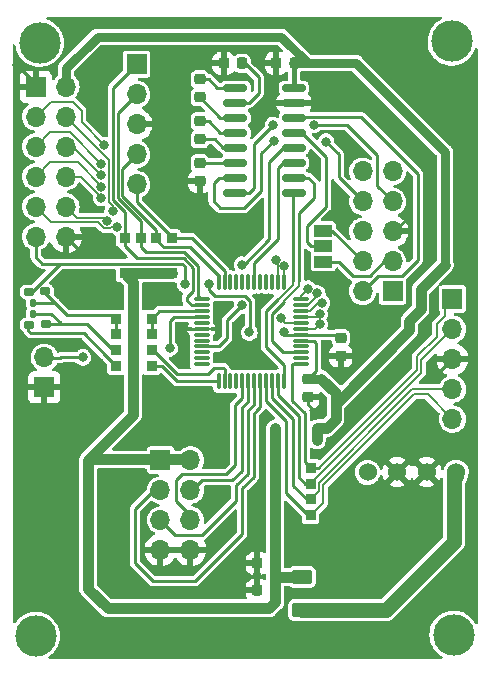
<source format=gbr>
%TF.GenerationSoftware,KiCad,Pcbnew,(6.0.9-0)*%
%TF.CreationDate,2023-01-28T22:02:16-06:00*%
%TF.ProjectId,ps2usb,70733275-7362-42e6-9b69-6361645f7063,rev?*%
%TF.SameCoordinates,Original*%
%TF.FileFunction,Copper,L1,Top*%
%TF.FilePolarity,Positive*%
%FSLAX46Y46*%
G04 Gerber Fmt 4.6, Leading zero omitted, Abs format (unit mm)*
G04 Created by KiCad (PCBNEW (6.0.9-0)) date 2023-01-28 22:02:16*
%MOMM*%
%LPD*%
G01*
G04 APERTURE LIST*
G04 Aperture macros list*
%AMRoundRect*
0 Rectangle with rounded corners*
0 $1 Rounding radius*
0 $2 $3 $4 $5 $6 $7 $8 $9 X,Y pos of 4 corners*
0 Add a 4 corners polygon primitive as box body*
4,1,4,$2,$3,$4,$5,$6,$7,$8,$9,$2,$3,0*
0 Add four circle primitives for the rounded corners*
1,1,$1+$1,$2,$3*
1,1,$1+$1,$4,$5*
1,1,$1+$1,$6,$7*
1,1,$1+$1,$8,$9*
0 Add four rect primitives between the rounded corners*
20,1,$1+$1,$2,$3,$4,$5,0*
20,1,$1+$1,$4,$5,$6,$7,0*
20,1,$1+$1,$6,$7,$8,$9,0*
20,1,$1+$1,$8,$9,$2,$3,0*%
G04 Aperture macros list end*
%TA.AperFunction,ComponentPad*%
%ADD10C,2.600000*%
%TD*%
%TA.AperFunction,ConnectorPad*%
%ADD11C,3.500000*%
%TD*%
%TA.AperFunction,SMDPad,CuDef*%
%ADD12RoundRect,0.225000X-0.250000X0.225000X-0.250000X-0.225000X0.250000X-0.225000X0.250000X0.225000X0*%
%TD*%
%TA.AperFunction,ComponentPad*%
%ADD13R,1.700000X1.700000*%
%TD*%
%TA.AperFunction,ComponentPad*%
%ADD14O,1.700000X1.700000*%
%TD*%
%TA.AperFunction,SMDPad,CuDef*%
%ADD15RoundRect,0.150000X0.300000X0.150000X-0.300000X0.150000X-0.300000X-0.150000X0.300000X-0.150000X0*%
%TD*%
%TA.AperFunction,SMDPad,CuDef*%
%ADD16RoundRect,0.225000X0.250000X-0.225000X0.250000X0.225000X-0.250000X0.225000X-0.250000X-0.225000X0*%
%TD*%
%TA.AperFunction,SMDPad,CuDef*%
%ADD17RoundRect,0.225000X-0.225000X-0.250000X0.225000X-0.250000X0.225000X0.250000X-0.225000X0.250000X0*%
%TD*%
%TA.AperFunction,SMDPad,CuDef*%
%ADD18RoundRect,0.137500X0.137500X0.162500X-0.137500X0.162500X-0.137500X-0.162500X0.137500X-0.162500X0*%
%TD*%
%TA.AperFunction,SMDPad,CuDef*%
%ADD19R,0.900000X0.900000*%
%TD*%
%TA.AperFunction,ComponentPad*%
%ADD20C,1.524000*%
%TD*%
%TA.AperFunction,SMDPad,CuDef*%
%ADD21R,1.500000X1.000000*%
%TD*%
%TA.AperFunction,SMDPad,CuDef*%
%ADD22O,0.300000X1.400000*%
%TD*%
%TA.AperFunction,SMDPad,CuDef*%
%ADD23O,1.400000X0.300000*%
%TD*%
%TA.AperFunction,SMDPad,CuDef*%
%ADD24RoundRect,0.150000X-0.825000X-0.150000X0.825000X-0.150000X0.825000X0.150000X-0.825000X0.150000X0*%
%TD*%
%TA.AperFunction,SMDPad,CuDef*%
%ADD25RoundRect,0.250000X-0.625000X0.375000X-0.625000X-0.375000X0.625000X-0.375000X0.625000X0.375000X0*%
%TD*%
%TA.AperFunction,ViaPad*%
%ADD26C,0.800000*%
%TD*%
%TA.AperFunction,Conductor*%
%ADD27C,0.254000*%
%TD*%
%TA.AperFunction,Conductor*%
%ADD28C,0.762000*%
%TD*%
%TA.AperFunction,Conductor*%
%ADD29C,0.250000*%
%TD*%
%TA.AperFunction,Conductor*%
%ADD30C,0.889000*%
%TD*%
%TA.AperFunction,Conductor*%
%ADD31C,0.203200*%
%TD*%
%TA.AperFunction,Conductor*%
%ADD32C,1.270000*%
%TD*%
%TA.AperFunction,Conductor*%
%ADD33C,0.152400*%
%TD*%
%TA.AperFunction,Conductor*%
%ADD34C,0.406400*%
%TD*%
G04 APERTURE END LIST*
D10*
%TO.P,REF\u002A\u002A,1*%
%TO.N,N/C*%
X134750000Y-120100000D03*
D11*
X134750000Y-120100000D03*
%TD*%
D12*
%TO.P,C9,1*%
%TO.N,Net-(C9-Pad1)*%
X113256000Y-80161000D03*
%TO.P,C9,2*%
%TO.N,GND*%
X113256000Y-81711000D03*
%TD*%
D13*
%TO.P,EXT,1,Pin_1*%
%TO.N,GND*%
X99375000Y-73700000D03*
D14*
%TO.P,EXT,2,Pin_2*%
%TO.N,+5V*%
X101915000Y-73700000D03*
%TO.P,EXT,3,Pin_3*%
%TO.N,/EXT1*%
X99375000Y-76240000D03*
%TO.P,EXT,4,Pin_4*%
%TO.N,/EXT2*%
X101915000Y-76240000D03*
%TO.P,EXT,5,Pin_5*%
%TO.N,/EXT3*%
X99375000Y-78780000D03*
%TO.P,EXT,6,Pin_6*%
%TO.N,/EXT4*%
X101915000Y-78780000D03*
%TO.P,EXT,7,Pin_7*%
%TO.N,/EXT5*%
X99375000Y-81320000D03*
%TO.P,EXT,8,Pin_8*%
%TO.N,/EXT6*%
X101915000Y-81320000D03*
%TO.P,EXT,9,Pin_9*%
%TO.N,/EXT7*%
X99375000Y-83860000D03*
%TO.P,EXT,10,Pin_10*%
%TO.N,/EXT8*%
X101915000Y-83860000D03*
%TO.P,EXT,11,Pin_11*%
%TO.N,+3.3V*%
X99375000Y-86400000D03*
%TO.P,EXT,12,Pin_12*%
%TO.N,GND*%
X101915000Y-86400000D03*
%TD*%
D15*
%TO.P,,3,1*%
%TO.N,Net-(D1-Pad3)*%
X100195000Y-93800000D03*
%TD*%
D16*
%TO.P,C4,1*%
%TO.N,GND*%
X125200000Y-96500000D03*
%TO.P,C4,2*%
%TO.N,+3.3V*%
X125200000Y-94950000D03*
%TD*%
D17*
%TO.P,C7,1*%
%TO.N,GND*%
X119725000Y-71700000D03*
%TO.P,C7,2*%
%TO.N,+5V*%
X121275000Y-71700000D03*
%TD*%
D14*
%TO.P,Keyboard,5*%
%TO.N,/DIN2-8*%
X134650000Y-101835000D03*
%TO.P,Keyboard,4,4*%
%TO.N,/DIN2-2*%
X134650000Y-99295000D03*
%TO.P,Keyboard,3,3*%
%TO.N,GND*%
X134650000Y-96755000D03*
%TO.P,Keyboard,2,2*%
%TO.N,/DIN2-6*%
X134650000Y-94215000D03*
D13*
%TO.P,Keyboard,1,1*%
%TO.N,/DIN2-1*%
X134650000Y-91675000D03*
%TD*%
D15*
%TO.P,D1,1,1*%
%TO.N,+3.3V*%
X98800000Y-91050000D03*
D18*
%TO.P,D1,2,B*%
%TO.N,Net-(D1-Pad2)*%
X99125000Y-92000000D03*
%TO.P,D1,3,G*%
%TO.N,Net-(D1-Pad3)*%
X99125000Y-92900000D03*
D15*
%TO.P,D1,4,R*%
%TO.N,Net-(D1-Pad4)*%
X98800000Y-93850000D03*
%TD*%
D19*
%TO.P,RN3,1,R1.1*%
%TO.N,Net-(D1-Pad2)*%
X106168000Y-93322000D03*
%TO.P,RN3,2,R2.1*%
X106168000Y-94662000D03*
%TO.P,RN3,3,R3.1*%
%TO.N,Net-(D1-Pad3)*%
X106168000Y-95982000D03*
%TO.P,RN3,4,R4.1*%
%TO.N,Net-(D1-Pad4)*%
X106168000Y-97322000D03*
%TO.P,RN3,5,R4.2*%
%TO.N,Net-(RN3-Pad5)*%
X109168000Y-97322000D03*
%TO.P,RN3,6,R3.2*%
%TO.N,Net-(RN3-Pad6)*%
X109168000Y-95982000D03*
%TO.P,RN3,7,R2.2*%
%TO.N,Net-(RN3-Pad7)*%
X109168000Y-94662000D03*
%TO.P,RN3,8,R1.2*%
X109168000Y-93322000D03*
%TD*%
D11*
%TO.P,REF\u002A\u002A,1*%
%TO.N,N/C*%
X99350000Y-120200000D03*
D10*
X99350000Y-120200000D03*
%TD*%
D17*
%TO.P,C1,1*%
%TO.N,GND*%
X118097000Y-116332000D03*
%TO.P,C1,2*%
%TO.N,+5V*%
X119647000Y-116332000D03*
%TD*%
D13*
%TO.P,USB,1*%
%TO.N,+5V*%
X109925000Y-105300000D03*
D14*
%TO.P,USB,2*%
X112465000Y-105300000D03*
%TO.P,USB,3*%
%TO.N,Net-(J2-Pad2B)*%
X109925000Y-107840000D03*
%TO.P,USB,4*%
%TO.N,Net-(J2-Pad2A)*%
X112465000Y-107840000D03*
%TO.P,USB,5*%
%TO.N,Net-(J2-Pad3B)*%
X109925000Y-110380000D03*
%TO.P,USB,6*%
%TO.N,Net-(J2-Pad3A)*%
X112465000Y-110380000D03*
%TO.P,USB,7*%
%TO.N,GND*%
X109925000Y-112920000D03*
%TO.P,USB,8*%
X112465000Y-112920000D03*
%TD*%
D10*
%TO.P,REF\u002A\u002A,1*%
%TO.N,N/C*%
X99700000Y-69950000D03*
D11*
X99700000Y-69950000D03*
%TD*%
D20*
%TO.P,Power,1*%
%TO.N,N/C*%
X127460000Y-106336400D03*
%TO.P,Power,2*%
%TO.N,GND*%
X129960000Y-106336400D03*
%TO.P,Power,3*%
X132460000Y-106336400D03*
%TO.P,Power,4*%
%TO.N,Net-(F1-Pad2)*%
X134960000Y-106336400D03*
%TD*%
D21*
%TO.P,J1,1*%
%TO.N,unconnected-(J4-Pad3)*%
X123700000Y-88500000D03*
%TO.P,J1,2*%
%TO.N,/DTR_232*%
X123700000Y-87200000D03*
%TO.P,J1,3*%
X123700000Y-85900000D03*
%TD*%
D22*
%TO.P,U1,1*%
%TO.N,/EXT7*%
X120352000Y-90235000D03*
%TO.P,U1,2*%
%TO.N,/EXT8*%
X119852000Y-90235000D03*
%TO.P,U1,3,P5.7/RST*%
%TO.N,unconnected-(U1-Pad3)*%
X119352000Y-90235000D03*
%TO.P,U1,4*%
%TO.N,N/C*%
X118852000Y-90235000D03*
%TO.P,U1,5*%
X118352000Y-90235000D03*
%TO.P,U1,6,P4.4/LED3/TNOW_/TXD1_/A4*%
%TO.N,/TXD_MCU*%
X117852000Y-90235000D03*
%TO.P,U1,7*%
%TO.N,N/C*%
X117352000Y-90235000D03*
%TO.P,U1,8*%
X116852000Y-90235000D03*
%TO.P,U1,9*%
X116352000Y-90235000D03*
%TO.P,U1,10*%
X115852000Y-90235000D03*
%TO.P,U1,11,P3.5/DA6/T1*%
%TO.N,/DIN1-8*%
X115352000Y-90235000D03*
%TO.P,U1,12,P3.6/WR*%
%TO.N,/DIN1-2*%
X114852000Y-90235000D03*
D23*
%TO.P,U1,13,P3.7/RD*%
%TO.N,/DIN1-6*%
X113402000Y-91685000D03*
%TO.P,U1,14,P4.3/PWM1_/A3*%
%TO.N,/DIN1-1*%
X113402000Y-92185000D03*
%TO.P,U1,15,P4.2/PWM3_/CAP3_/A2*%
%TO.N,Net-(RN3-Pad7)*%
X113402000Y-92685000D03*
%TO.P,U1,16,P4.6/XI/SCS_*%
%TO.N,Net-(S1-Pad2)*%
X113402000Y-93185000D03*
%TO.P,U1,17*%
%TO.N,N/C*%
X113402000Y-93685000D03*
%TO.P,U1,18,GND*%
%TO.N,GND*%
X113402000Y-94185000D03*
%TO.P,U1,19*%
%TO.N,N/C*%
X113402000Y-94685000D03*
%TO.P,U1,20,P4.0/LED2/A0/RXD1_*%
%TO.N,unconnected-(U1-Pad20)*%
X113402000Y-95185000D03*
%TO.P,U1,21,P2.0/A8*%
%TO.N,/DTR_MCU*%
X113402000Y-95685000D03*
%TO.P,U1,22*%
%TO.N,N/C*%
X113402000Y-96185000D03*
%TO.P,U1,23*%
X113402000Y-96685000D03*
%TO.P,U1,24*%
X113402000Y-97185000D03*
D22*
%TO.P,U1,25,P2.4/PWM1/A12*%
%TO.N,Net-(RN3-Pad5)*%
X114852000Y-98635000D03*
%TO.P,U1,26,P2.5/TNOW/PWM2*%
%TO.N,Net-(RN3-Pad6)*%
X115352000Y-98635000D03*
%TO.P,U1,27*%
%TO.N,N/C*%
X115852000Y-98635000D03*
%TO.P,U1,28*%
X116352000Y-98635000D03*
%TO.P,U1,29,P5.5/HP/!A15/XA*%
%TO.N,Net-(J2-Pad3A)*%
X116852000Y-98635000D03*
%TO.P,U1,30,P5.4/HM/ALE/XB*%
%TO.N,Net-(J2-Pad2A)*%
X117352000Y-98635000D03*
%TO.P,U1,31,P5.1/DP*%
%TO.N,Net-(J2-Pad3B)*%
X117852000Y-98635000D03*
%TO.P,U1,32,P5.0/DM*%
%TO.N,Net-(J2-Pad2B)*%
X118352000Y-98635000D03*
%TO.P,U1,33,P0.7/AD7/UDCD*%
%TO.N,/DIN2-8*%
X118852000Y-98635000D03*
%TO.P,U1,34,P0.6/AD6/URI*%
%TO.N,/DIN2-2*%
X119352000Y-98635000D03*
%TO.P,U1,35,P0.5/AD5/UDSR*%
%TO.N,/DIN2-6*%
X119852000Y-98635000D03*
%TO.P,U1,36,P0.4/AD4/UCTS*%
%TO.N,/CTS_MCU*%
X120352000Y-98635000D03*
D23*
%TO.P,U1,37,P0.3/AD3/TXD_*%
%TO.N,/DIN2-1*%
X121802000Y-97185000D03*
%TO.P,U1,38*%
%TO.N,N/C*%
X121802000Y-96685000D03*
%TO.P,U1,39,P0.1/AD1/URTS*%
%TO.N,/RTS_MCU*%
X121802000Y-96185000D03*
%TO.P,U1,40*%
%TO.N,N/C*%
X121802000Y-95685000D03*
%TO.P,U1,41,VIN5*%
%TO.N,+5V*%
X121802000Y-95185000D03*
%TO.P,U1,42,VDD33*%
%TO.N,+3.3V*%
X121802000Y-94685000D03*
%TO.P,U1,43*%
%TO.N,/EXT1*%
X121802000Y-94185000D03*
%TO.P,U1,44*%
%TO.N,/EXT2*%
X121802000Y-93685000D03*
%TO.P,U1,45*%
%TO.N,/EXT3*%
X121802000Y-93185000D03*
%TO.P,U1,46*%
%TO.N,/EXT4*%
X121802000Y-92685000D03*
%TO.P,U1,47*%
%TO.N,/EXT5*%
X121802000Y-92185000D03*
%TO.P,U1,48*%
%TO.N,/EXT6*%
X121802000Y-91685000D03*
%TD*%
D19*
%TO.P,RN2,1,R1.1*%
%TO.N,/DIN2-8*%
X122630000Y-109950000D03*
%TO.P,RN2,2,R2.1*%
%TO.N,/DIN2-2*%
X122630000Y-108610000D03*
%TO.P,RN2,3,R3.1*%
%TO.N,/DIN2-6*%
X122630000Y-107290000D03*
%TO.P,RN2,4,R4.1*%
%TO.N,/DIN2-1*%
X122630000Y-105950000D03*
%TO.P,RN2,5,R4.2*%
%TO.N,+5V*%
X119630000Y-105950000D03*
%TO.P,RN2,6,R3.2*%
X119630000Y-107290000D03*
%TO.P,RN2,7,R2.2*%
X119630000Y-108610000D03*
%TO.P,RN2,8,R1.2*%
X119630000Y-109950000D03*
%TD*%
D24*
%TO.P,U2,1,C1+*%
%TO.N,Net-(C6-Pad2)*%
X116275000Y-73788800D03*
%TO.P,U2,2,VS+*%
%TO.N,Net-(C10-Pad2)*%
X116275000Y-75058800D03*
%TO.P,U2,3,C1-*%
%TO.N,Net-(C6-Pad1)*%
X116275000Y-76328800D03*
%TO.P,U2,4,C2+*%
%TO.N,Net-(C8-Pad2)*%
X116275000Y-77598800D03*
%TO.P,U2,5,C2-*%
%TO.N,Net-(C8-Pad1)*%
X116275000Y-78868800D03*
%TO.P,U2,6,VS-*%
%TO.N,Net-(C9-Pad1)*%
X116275000Y-80138800D03*
%TO.P,U2,7,T2OUT*%
%TO.N,/CTS_232*%
X116275000Y-81408800D03*
%TO.P,U2,8,R2IN*%
%TO.N,/RTS_232*%
X116275000Y-82678800D03*
%TO.P,U2,9,R2OUT*%
%TO.N,/CTS_MCU*%
X121225000Y-82678800D03*
%TO.P,U2,10,T2IN*%
%TO.N,/RTS_MCU*%
X121225000Y-81408800D03*
%TO.P,U2,11,T1IN*%
%TO.N,/TXD_MCU*%
X121225000Y-80138800D03*
%TO.P,U2,12,R1OUT*%
%TO.N,/DTR_MCU*%
X121225000Y-78868800D03*
%TO.P,U2,13,R1IN*%
%TO.N,/DTR_232*%
X121225000Y-77598800D03*
%TO.P,U2,14,T1OUT*%
%TO.N,/RXD_232*%
X121225000Y-76328800D03*
%TO.P,U2,15,GND*%
%TO.N,GND*%
X121225000Y-75058800D03*
%TO.P,U2,16,VCC*%
%TO.N,+5V*%
X121225000Y-73788800D03*
%TD*%
D15*
%TO.P,,2,1*%
%TO.N,Net-(D1-Pad2)*%
X100145000Y-91000000D03*
%TD*%
D16*
%TO.P,C6,1*%
%TO.N,Net-(C6-Pad1)*%
X113250000Y-74599000D03*
%TO.P,C6,2*%
%TO.N,Net-(C6-Pad2)*%
X113250000Y-73049000D03*
%TD*%
D13*
%TO.P,PS2 Mouse,1,1*%
%TO.N,/DIN1-1*%
X107900000Y-71800000D03*
D14*
%TO.P,PS2 Mouse,2,2*%
%TO.N,/DIN1-6*%
X107900000Y-74340000D03*
%TO.P,PS2 Mouse,3,3*%
%TO.N,GND*%
X107900000Y-76880000D03*
%TO.P,PS2 Mouse,4,4*%
%TO.N,/DIN1-2*%
X107900000Y-79420000D03*
%TO.P,PS2 Mouse,5*%
%TO.N,/DIN1-8*%
X107900000Y-81960000D03*
%TD*%
D17*
%TO.P,C10,1*%
%TO.N,GND*%
X115275000Y-71715800D03*
%TO.P,C10,2*%
%TO.N,Net-(C10-Pad2)*%
X116825000Y-71715800D03*
%TD*%
%TO.P,C2,1*%
%TO.N,GND*%
X118097000Y-114046000D03*
%TO.P,C2,2*%
%TO.N,+5V*%
X119647000Y-114046000D03*
%TD*%
D14*
%TO.P,Serial Mouse,10*%
%TO.N,N/C*%
X127035000Y-80865000D03*
%TO.P,Serial Mouse,9,9*%
%TO.N,unconnected-(J4-Pad9)*%
X129575000Y-80865000D03*
%TO.P,Serial Mouse,8,8*%
%TO.N,/CTS_232*%
X127035000Y-83405000D03*
%TO.P,Serial Mouse,7,7*%
%TO.N,/RTS_232*%
X129575000Y-83405000D03*
%TO.P,Serial Mouse,6,6*%
%TO.N,unconnected-(J4-Pad6)*%
X127035000Y-85945000D03*
%TO.P,Serial Mouse,5,5*%
%TO.N,GND*%
X129575000Y-85945000D03*
%TO.P,Serial Mouse,4,4*%
%TO.N,/DTR_232*%
X127035000Y-88485000D03*
%TO.P,Serial Mouse,3,3*%
%TO.N,unconnected-(J4-Pad3)*%
X129575000Y-88485000D03*
%TO.P,Serial Mouse,2,2*%
%TO.N,/RXD_232*%
X127035000Y-91025000D03*
D13*
%TO.P,Serial Mouse,1,1*%
%TO.N,unconnected-(J4-Pad1)*%
X129575000Y-91025000D03*
%TD*%
D11*
%TO.P,REF\u002A\u002A,1*%
%TO.N,N/C*%
X134600000Y-69850000D03*
D10*
X134600000Y-69850000D03*
%TD*%
D16*
%TO.P,C3,1*%
%TO.N,GND*%
X122400000Y-99975000D03*
%TO.P,C3,2*%
%TO.N,+5V*%
X122400000Y-98425000D03*
%TD*%
D19*
%TO.P,RN1,1,R1.1*%
%TO.N,/DIN1-8*%
X110900000Y-86500000D03*
%TO.P,RN1,2,R2.1*%
%TO.N,/DIN1-2*%
X109560000Y-86500000D03*
%TO.P,RN1,3,R3.1*%
%TO.N,/DIN1-6*%
X108240000Y-86500000D03*
%TO.P,RN1,4,R4.1*%
%TO.N,/DIN1-1*%
X106900000Y-86500000D03*
%TO.P,RN1,5,R4.2*%
%TO.N,+5V*%
X106900000Y-89500000D03*
%TO.P,RN1,6,R3.2*%
X108240000Y-89500000D03*
%TO.P,RN1,7,R2.2*%
X109560000Y-89500000D03*
%TO.P,RN1,8,R1.2*%
X110900000Y-89500000D03*
%TD*%
D16*
%TO.P,C8,1*%
%TO.N,Net-(C8-Pad1)*%
X113250000Y-78155000D03*
%TO.P,C8,2*%
%TO.N,Net-(C8-Pad2)*%
X113250000Y-76605000D03*
%TD*%
D25*
%TO.P,F1,1*%
%TO.N,+5V*%
X121920000Y-115186000D03*
%TO.P,F1,2*%
%TO.N,Net-(F1-Pad2)*%
X121920000Y-117986000D03*
%TD*%
D13*
%TO.P,Switch,1*%
%TO.N,GND*%
X100100000Y-99150000D03*
D14*
%TO.P,Switch,2*%
%TO.N,Net-(S1-Pad2)*%
X100100000Y-96610000D03*
%TD*%
D26*
%TO.N,/RTS_232*%
X122891973Y-76919900D03*
X119453600Y-76948200D03*
%TO.N,GND*%
X97800000Y-71850000D03*
X102450000Y-99150000D03*
X109950000Y-76900000D03*
X130850000Y-84800000D03*
X133100000Y-97950000D03*
X128450000Y-70250000D03*
X133850000Y-75100000D03*
X100100000Y-110050000D03*
X128450000Y-99200000D03*
%TO.N,/EXT2*%
X105877279Y-84222721D03*
%TO.N,GND*%
X103600000Y-83300000D03*
%TO.N,/EXT7*%
X106223100Y-85539669D03*
%TO.N,/EXT8*%
X105383964Y-85036819D03*
%TO.N,/EXT5*%
X104913500Y-82148097D03*
%TO.N,GND*%
X118306327Y-71728484D03*
X111900000Y-100600000D03*
X117000000Y-68250000D03*
X110200000Y-91400000D03*
X123000000Y-80000000D03*
X123100000Y-101286854D03*
X118110000Y-115150000D03*
X105950000Y-91350000D03*
X115300000Y-92400000D03*
X104650000Y-75700000D03*
X116600000Y-96000000D03*
X124600000Y-113500000D03*
X118400000Y-91600000D03*
X131300000Y-101250000D03*
X111811000Y-81711000D03*
X131196400Y-107600000D03*
X117400000Y-86950000D03*
X125250000Y-84050000D03*
X120050000Y-120200000D03*
X103500000Y-87450000D03*
X111760000Y-94234000D03*
X114400000Y-112300000D03*
X114800000Y-108100000D03*
X125350000Y-78100000D03*
X113764000Y-71715800D03*
X118750000Y-101750000D03*
X125300000Y-98100000D03*
%TO.N,+5V*%
X119634000Y-102616000D03*
X123190000Y-102616000D03*
X119634000Y-103632000D03*
X123190000Y-103632000D03*
%TO.N,Net-(S1-Pad2)*%
X110700000Y-95850000D03*
X103350000Y-96600000D03*
%TO.N,/CTS_232*%
X123950000Y-78350000D03*
X119504400Y-78269000D03*
%TO.N,+3.3V*%
X120396000Y-94488000D03*
X112014000Y-90424000D03*
X117450000Y-94500000D03*
X114046000Y-90424000D03*
%TO.N,/DTR_MCU*%
X116840000Y-92202000D03*
X116840000Y-88760000D03*
%TO.N,/EXT1*%
X105181634Y-78618366D03*
X123400000Y-93800000D03*
%TO.N,/EXT2*%
X120100000Y-93300000D03*
%TO.N,/EXT3*%
X123400000Y-92900000D03*
X104913500Y-80200000D03*
%TO.N,/EXT4*%
X123600000Y-92000000D03*
X104913500Y-81196194D03*
%TO.N,/EXT5*%
X123200000Y-91200000D03*
%TO.N,/EXT6*%
X104913500Y-83100000D03*
X122400000Y-90800000D03*
%TO.N,/EXT7*%
X120400000Y-88900000D03*
%TO.N,/EXT8*%
X119700000Y-88400000D03*
%TD*%
D27*
%TO.N,Net-(S1-Pad2)*%
X103350000Y-96600000D02*
X101500000Y-96600000D01*
X101500000Y-96600000D02*
X101460000Y-96640000D01*
X101460000Y-96640000D02*
X100100000Y-96640000D01*
D28*
%TO.N,+5V*%
X122400000Y-71700000D02*
X126500000Y-71700000D01*
X126500000Y-71700000D02*
X134000000Y-79200000D01*
X134000000Y-79200000D02*
X134000000Y-88800000D01*
D29*
%TO.N,unconnected-(J4-Pad3)*%
X123700000Y-88500000D02*
X125050000Y-88500000D01*
X125050000Y-88500000D02*
X126250000Y-89700000D01*
X126250000Y-89700000D02*
X127650000Y-89700000D01*
X127650000Y-89700000D02*
X128865000Y-88485000D01*
X128865000Y-88485000D02*
X129575000Y-88485000D01*
D27*
%TO.N,/RTS_232*%
X125719900Y-76919900D02*
X128300000Y-79500000D01*
X128300000Y-79500000D02*
X128300000Y-82130000D01*
X122891973Y-76919900D02*
X125719900Y-76919900D01*
X128300000Y-82130000D02*
X129575000Y-83405000D01*
D29*
%TO.N,Net-(J2-Pad3B)*%
X109925000Y-110380000D02*
X111195000Y-111650000D01*
X113450000Y-111650000D02*
X116332000Y-108768000D01*
X116332000Y-107442000D02*
X117320000Y-106454000D01*
X111195000Y-111650000D02*
X113450000Y-111650000D01*
X116332000Y-108768000D02*
X116332000Y-107442000D01*
X117320000Y-106454000D02*
X117320000Y-101120000D01*
X117320000Y-101120000D02*
X117852000Y-100588000D01*
X117852000Y-100588000D02*
X117852000Y-98635000D01*
D30*
%TO.N,+5V*%
X123500000Y-98400000D02*
X124750000Y-99650000D01*
X124750000Y-99650000D02*
X124750000Y-100850000D01*
D28*
X123500000Y-98400000D02*
X123475000Y-98425000D01*
X123475000Y-98425000D02*
X122400000Y-98425000D01*
D30*
X123190000Y-102616000D02*
X123984000Y-102616000D01*
X123984000Y-102616000D02*
X124750000Y-101850000D01*
X124750000Y-101850000D02*
X124750000Y-100550000D01*
X124750000Y-100550000D02*
X131000000Y-94300000D01*
X131000000Y-94300000D02*
X131000000Y-93500000D01*
X131000000Y-93500000D02*
X131950000Y-92550000D01*
X131950000Y-92550000D02*
X131950000Y-90850000D01*
X131950000Y-90850000D02*
X134000000Y-88800000D01*
D29*
%TO.N,GND*%
X97800000Y-71850000D02*
X99375000Y-73425000D01*
X99375000Y-73425000D02*
X99375000Y-73700000D01*
X103500000Y-87450000D02*
X102965000Y-87450000D01*
X102965000Y-87450000D02*
X101915000Y-86400000D01*
X109925000Y-112920000D02*
X112465000Y-112920000D01*
X102450000Y-99150000D02*
X100100000Y-99150000D01*
X109950000Y-76900000D02*
X107920000Y-76900000D01*
X107920000Y-76900000D02*
X107900000Y-76880000D01*
X131196400Y-107600000D02*
X132460000Y-106336400D01*
X131196400Y-107600000D02*
X131196400Y-107572800D01*
X131196400Y-107572800D02*
X129960000Y-106336400D01*
D27*
X118097000Y-115163000D02*
X118097000Y-116332000D01*
X118110000Y-115150000D02*
X118110000Y-114059000D01*
X118110000Y-115150000D02*
X118097000Y-115163000D01*
X118110000Y-114059000D02*
X118097000Y-114046000D01*
D31*
%TO.N,/DIN2-8*%
X122630000Y-109950000D02*
X122698000Y-109950000D01*
X122698000Y-109950000D02*
X123700000Y-108948000D01*
X123700000Y-108948000D02*
X123700000Y-107454341D01*
X123700000Y-107454341D02*
X131404341Y-99750000D01*
X131404341Y-99750000D02*
X132565000Y-99750000D01*
X132565000Y-99750000D02*
X134650000Y-101835000D01*
D29*
%TO.N,+3.3V*%
X114554000Y-91440000D02*
X114046000Y-90932000D01*
X114046000Y-90932000D02*
X114046000Y-90424000D01*
X117450000Y-94500000D02*
X117517400Y-94432600D01*
X117517400Y-91863400D02*
X117094000Y-91440000D01*
X117094000Y-91440000D02*
X114554000Y-91440000D01*
X117517400Y-94432600D02*
X117517400Y-91863400D01*
D27*
%TO.N,/CTS_232*%
X116275000Y-81408800D02*
X114891400Y-81408800D01*
X114891400Y-81408800D02*
X114424400Y-81875800D01*
X114424400Y-81875800D02*
X114424400Y-83399800D01*
X114424400Y-83399800D02*
X114983200Y-83958600D01*
X114983200Y-83958600D02*
X117015200Y-83958600D01*
X117015200Y-83958600D02*
X118450000Y-82523800D01*
X118450000Y-82523800D02*
X118450000Y-79323400D01*
X118450000Y-79323400D02*
X119504400Y-78269000D01*
D29*
X123950000Y-78350000D02*
X125000000Y-79400000D01*
X125000000Y-81370000D02*
X127035000Y-83405000D01*
X125000000Y-79400000D02*
X125000000Y-81370000D01*
D27*
%TO.N,/RXD_232*%
X122045200Y-76328800D02*
X122133500Y-76240500D01*
X123182890Y-76250000D02*
X126900000Y-76250000D01*
X121225000Y-76328800D02*
X122045200Y-76328800D01*
X122133500Y-76240500D02*
X123173390Y-76240500D01*
X123173390Y-76240500D02*
X123182890Y-76250000D01*
X126900000Y-76250000D02*
X131700000Y-81050000D01*
X131700000Y-81050000D02*
X131700000Y-88400000D01*
X131700000Y-88400000D02*
X130350000Y-89750000D01*
X128310000Y-89750000D02*
X127035000Y-91025000D01*
X130350000Y-89750000D02*
X128310000Y-89750000D01*
D29*
%TO.N,GND*%
X129575000Y-85945000D02*
X129705000Y-85945000D01*
X129705000Y-85945000D02*
X130850000Y-84800000D01*
%TO.N,/DTR_232*%
X123700000Y-85900000D02*
X124450000Y-85900000D01*
X124450000Y-85900000D02*
X127035000Y-88485000D01*
%TO.N,GND*%
X133100000Y-97950000D02*
X133455000Y-97950000D01*
X133455000Y-97950000D02*
X134650000Y-96755000D01*
%TO.N,Net-(J2-Pad2B)*%
X118110000Y-101092000D02*
X117828000Y-101374000D01*
X117828000Y-101374000D02*
X117828000Y-106708000D01*
X117828000Y-106708000D02*
X116840000Y-107696000D01*
X116840000Y-107696000D02*
X116840000Y-111560000D01*
X116840000Y-111560000D02*
X112850000Y-115550000D01*
X112850000Y-115550000D02*
X109300000Y-115550000D01*
X109300000Y-115550000D02*
X107750000Y-114000000D01*
X107750000Y-114000000D02*
X107750000Y-109450000D01*
X107750000Y-109450000D02*
X109360000Y-107840000D01*
X109360000Y-107840000D02*
X109925000Y-107840000D01*
%TO.N,Net-(D1-Pad3)*%
X99125000Y-92900000D02*
X100700000Y-92900000D01*
X100700000Y-92900000D02*
X101500000Y-93700000D01*
X101500000Y-93700000D02*
X101500000Y-93800000D01*
D27*
%TO.N,Net-(S1-Pad2)*%
X110700000Y-95850000D02*
X110700000Y-93516000D01*
X110700000Y-93516000D02*
X111031000Y-93185000D01*
X111031000Y-93185000D02*
X113402000Y-93185000D01*
%TO.N,Net-(RN3-Pad6)*%
X115352000Y-97602000D02*
X115250000Y-97500000D01*
X111318736Y-98044000D02*
X109256736Y-95982000D01*
X115250000Y-97500000D02*
X114500000Y-97500000D01*
X114500000Y-97500000D02*
X113956000Y-98044000D01*
X115352000Y-98635000D02*
X115352000Y-97602000D01*
X113956000Y-98044000D02*
X111318736Y-98044000D01*
X109256736Y-95982000D02*
X109168000Y-95982000D01*
%TO.N,Net-(D1-Pad2)*%
X102050000Y-93050000D02*
X101000000Y-92000000D01*
X105896000Y-93050000D02*
X102050000Y-93050000D01*
X106168000Y-93322000D02*
X105896000Y-93050000D01*
D29*
%TO.N,Net-(D1-Pad4)*%
X106168000Y-97322000D02*
X105440600Y-96594600D01*
X105440600Y-96594600D02*
X105440600Y-96540600D01*
X98950000Y-94550000D02*
X98750000Y-94350000D01*
X98750000Y-93900000D02*
X98800000Y-93850000D01*
X103450000Y-94550000D02*
X98950000Y-94550000D01*
X105440600Y-96540600D02*
X103450000Y-94550000D01*
X98750000Y-94350000D02*
X98750000Y-93900000D01*
D31*
%TO.N,/DIN2-1*%
X122630000Y-105950000D02*
X123350000Y-105950000D01*
X123350000Y-105950000D02*
X131644400Y-97655600D01*
X131644400Y-97655600D02*
X131644400Y-96505600D01*
X131644400Y-96505600D02*
X133300000Y-94850000D01*
X133300000Y-94850000D02*
X133300000Y-93800000D01*
X133300000Y-93800000D02*
X133989000Y-93111000D01*
X133989000Y-93111000D02*
X133989000Y-92336000D01*
X133989000Y-92336000D02*
X134650000Y-91675000D01*
D27*
%TO.N,/DIN2-6*%
X119852000Y-98635000D02*
X119852000Y-99786000D01*
X119852000Y-99786000D02*
X121666000Y-101600000D01*
X121666000Y-101600000D02*
X121666000Y-106766000D01*
X121666000Y-106766000D02*
X122190000Y-107290000D01*
X122190000Y-107290000D02*
X122630000Y-107290000D01*
%TO.N,/DIN2-2*%
X119352000Y-98635000D02*
X119352000Y-100048000D01*
X119352000Y-100048000D02*
X121158000Y-101854000D01*
X122310000Y-108610000D02*
X122630000Y-108610000D01*
X121158000Y-101854000D02*
X121158000Y-107458000D01*
X121158000Y-107458000D02*
X122310000Y-108610000D01*
%TO.N,/DIN2-8*%
X120546000Y-102004000D02*
X120546000Y-108096000D01*
X120546000Y-108096000D02*
X122400000Y-109950000D01*
X122400000Y-109950000D02*
X122630000Y-109950000D01*
%TO.N,/DIN2-1*%
X122174000Y-101346000D02*
X122174000Y-105494000D01*
X122174000Y-105494000D02*
X122630000Y-105950000D01*
%TO.N,/DIN2-8*%
X120546000Y-102004000D02*
X118852000Y-100310000D01*
D31*
X134650000Y-101835000D02*
X134131000Y-102354000D01*
%TO.N,/DIN2-2*%
X134650000Y-99295000D02*
X131255000Y-99295000D01*
X131255000Y-99295000D02*
X130502894Y-100047106D01*
X123334000Y-107218894D02*
X123334000Y-107906000D01*
X130502894Y-100047106D02*
X130502894Y-100050000D01*
X130502894Y-100050000D02*
X123334000Y-107218894D01*
X123334000Y-107906000D02*
X122630000Y-108610000D01*
D29*
%TO.N,/DIN2-1*%
X122630000Y-105950000D02*
X123330000Y-105950000D01*
D31*
%TO.N,/DIN2-6*%
X134650000Y-94215000D02*
X132000000Y-96865000D01*
X132000000Y-96865000D02*
X132000000Y-97900000D01*
X132000000Y-97900000D02*
X122630000Y-107270000D01*
X122630000Y-107270000D02*
X122630000Y-107290000D01*
D32*
%TO.N,Net-(F1-Pad2)*%
X121920000Y-117986000D02*
X129014000Y-117986000D01*
X129014000Y-117986000D02*
X134800000Y-112200000D01*
X134800000Y-112200000D02*
X134800000Y-106674000D01*
X134800000Y-106674000D02*
X134960000Y-106674000D01*
D29*
%TO.N,unconnected-(J4-Pad3)*%
X123700000Y-88500000D02*
X123700000Y-88800000D01*
D33*
%TO.N,/EXT1*%
X100665000Y-74950000D02*
X99375000Y-76240000D01*
X105181634Y-78618366D02*
X105179391Y-78618366D01*
X103271400Y-75721400D02*
X102500000Y-74950000D01*
X105179391Y-78618366D02*
X103271400Y-76710375D01*
X103271400Y-76710375D02*
X103271400Y-75721400D01*
X102500000Y-74950000D02*
X100665000Y-74950000D01*
%TO.N,/EXT2*%
X105541600Y-83429826D02*
X105541600Y-79866600D01*
X105541600Y-79866600D02*
X101915000Y-76240000D01*
%TO.N,/EXT6*%
X104913500Y-83100000D02*
X104913500Y-83038500D01*
X104913500Y-83038500D02*
X103195000Y-81320000D01*
X103195000Y-81320000D02*
X101915000Y-81320000D01*
%TO.N,/EXT5*%
X104913500Y-82148097D02*
X104913500Y-82085169D01*
X104913500Y-82085169D02*
X102928331Y-80100000D01*
X102928331Y-80100000D02*
X100595000Y-80100000D01*
X100595000Y-80100000D02*
X99375000Y-81320000D01*
%TO.N,/EXT3*%
X100605000Y-77550000D02*
X99375000Y-78780000D01*
X104913500Y-80200000D02*
X102263500Y-77550000D01*
X102263500Y-77550000D02*
X100605000Y-77550000D01*
%TO.N,/EXT4*%
X102488706Y-78771400D02*
X101923600Y-78771400D01*
X101923600Y-78771400D02*
X101915000Y-78780000D01*
X104913500Y-81196194D02*
X102488706Y-78771400D01*
%TO.N,/EXT2*%
X105877279Y-84222721D02*
X105877279Y-83765505D01*
X105877279Y-83765505D02*
X105541600Y-83429826D01*
D29*
%TO.N,GND*%
X111811000Y-81711000D02*
X113256000Y-81711000D01*
D33*
%TO.N,/EXT7*%
X99375000Y-83860000D02*
X100665000Y-85150000D01*
X100665000Y-85150000D02*
X104608170Y-85150000D01*
X104608170Y-85150000D02*
X105123589Y-85665419D01*
X105123589Y-85665419D02*
X105644339Y-85665419D01*
X105644339Y-85665419D02*
X105770089Y-85539669D01*
X105770089Y-85539669D02*
X106223100Y-85539669D01*
%TO.N,/EXT8*%
X102855000Y-84800000D02*
X101915000Y-83860000D01*
X105383964Y-85036819D02*
X105147145Y-84800000D01*
X105147145Y-84800000D02*
X102855000Y-84800000D01*
%TO.N,/EXT2*%
X101260000Y-76240000D02*
X101915000Y-76240000D01*
D29*
%TO.N,/DIN1-1*%
X106900000Y-86500000D02*
X106900000Y-84288160D01*
X105895200Y-83283360D02*
X105895200Y-80286640D01*
X105897600Y-80284240D02*
X105897600Y-73802400D01*
X106900000Y-84288160D02*
X105895200Y-83283360D01*
X105897600Y-73802400D02*
X107900000Y-71800000D01*
X105895200Y-80286640D02*
X105897600Y-80284240D01*
%TO.N,/DIN1-6*%
X108240000Y-86500000D02*
X108240000Y-85059080D01*
X106297600Y-80453320D02*
X106300000Y-80450920D01*
X106300000Y-80450920D02*
X106300000Y-75940000D01*
X106300000Y-75940000D02*
X107900000Y-74340000D01*
X108240000Y-85059080D02*
X106297599Y-83116679D01*
X106297599Y-83116679D02*
X106297600Y-80453320D01*
%TO.N,/DIN1-2*%
X109560000Y-86500000D02*
X109560000Y-85810000D01*
X109560000Y-85810000D02*
X106700000Y-82950000D01*
X106700000Y-82950000D02*
X106700000Y-80620000D01*
X106700000Y-80620000D02*
X107900000Y-79420000D01*
D27*
%TO.N,GND*%
X113402000Y-94185000D02*
X111809000Y-94185000D01*
D29*
X122400000Y-100586854D02*
X122400000Y-99975000D01*
D27*
X115275000Y-71715800D02*
X113764000Y-71715800D01*
D34*
X114400000Y-112300000D02*
X113780000Y-112920000D01*
D29*
X125300000Y-96600000D02*
X125200000Y-96500000D01*
D27*
X118306327Y-71728484D02*
X119696516Y-71728484D01*
D34*
X113780000Y-112920000D02*
X112465000Y-112920000D01*
D27*
X121253000Y-75030800D02*
X121225000Y-75058800D01*
X120912737Y-75058800D02*
X121225000Y-75058800D01*
D29*
X123100000Y-101286854D02*
X122400000Y-100586854D01*
D27*
X111809000Y-94185000D02*
X111760000Y-94234000D01*
X119696516Y-71728484D02*
X119725000Y-71700000D01*
D29*
X125300000Y-98100000D02*
X125300000Y-96600000D01*
D30*
%TO.N,+5V*%
X103800000Y-116200000D02*
X105456000Y-117856000D01*
D28*
X122400000Y-71700000D02*
X120150000Y-69450000D01*
D29*
X123100000Y-95400000D02*
X123100000Y-97725000D01*
D28*
X101915000Y-72135000D02*
X101915000Y-73700000D01*
D29*
X123100000Y-97725000D02*
X122400000Y-98425000D01*
D34*
X121225000Y-73788800D02*
X121225000Y-71750000D01*
D30*
X119647000Y-115062000D02*
X119647000Y-112071000D01*
X121920000Y-115186000D02*
X119771000Y-115186000D01*
D29*
X121225000Y-71750000D02*
X121175000Y-71700000D01*
D30*
X103836000Y-105250000D02*
X103800000Y-105286000D01*
D28*
X122400000Y-71700000D02*
X121175000Y-71700000D01*
D30*
X103800000Y-105286000D02*
X103800000Y-116200000D01*
D29*
X121802000Y-95185000D02*
X122885000Y-95185000D01*
D30*
X119771000Y-115186000D02*
X119647000Y-115062000D01*
X119647000Y-112071000D02*
X119630000Y-112054000D01*
D28*
X104600000Y-69450000D02*
X101915000Y-72135000D01*
D30*
X106900000Y-89500000D02*
X110900000Y-89500000D01*
X119634000Y-102616000D02*
X119634000Y-106172000D01*
X107600000Y-101486000D02*
X107600000Y-90200000D01*
D28*
X120150000Y-69450000D02*
X104600000Y-69450000D01*
D29*
X122885000Y-95185000D02*
X123100000Y-95400000D01*
D30*
X119630000Y-112054000D02*
X119630000Y-108054000D01*
X119630000Y-106176000D02*
X119630000Y-108054000D01*
X110040000Y-105250000D02*
X112660000Y-105250000D01*
X105456000Y-117856000D02*
X119126000Y-117856000D01*
X103836000Y-105250000D02*
X107600000Y-101486000D01*
X107600000Y-90200000D02*
X106900000Y-89500000D01*
X119126000Y-117856000D02*
X119647000Y-117335000D01*
X119647000Y-117335000D02*
X119647000Y-115062000D01*
X110040000Y-105250000D02*
X103836000Y-105250000D01*
X123190000Y-103632000D02*
X123190000Y-102616000D01*
X119634000Y-106172000D02*
X119630000Y-106176000D01*
D29*
%TO.N,/DIN1-1*%
X111883080Y-88200000D02*
X107900000Y-88200000D01*
X112700000Y-91000000D02*
X112700000Y-89016920D01*
X112200000Y-91500000D02*
X112700000Y-91000000D01*
X112585000Y-92185000D02*
X112200000Y-91800000D01*
X106900000Y-87200000D02*
X106900000Y-86500000D01*
X112200000Y-91800000D02*
X112200000Y-91500000D01*
X107900000Y-88200000D02*
X106900000Y-87200000D01*
X112700000Y-89016920D02*
X111883080Y-88200000D01*
X113402000Y-92185000D02*
X112585000Y-92185000D01*
%TO.N,/DIN1-2*%
X114852000Y-89685000D02*
X112464600Y-87297600D01*
X114852000Y-90235000D02*
X114852000Y-89685000D01*
X110197600Y-87297600D02*
X109560000Y-86660000D01*
X112464600Y-87297600D02*
X110197600Y-87297600D01*
X109560000Y-86660000D02*
X109560000Y-86500000D01*
%TO.N,/DIN1-6*%
X111952160Y-87700000D02*
X108700000Y-87700000D01*
X108240000Y-87240000D02*
X108240000Y-86500000D01*
X113402000Y-91685000D02*
X113102401Y-91385401D01*
X108700000Y-87700000D02*
X108240000Y-87240000D01*
X113102401Y-88850241D02*
X111952160Y-87700000D01*
X113102401Y-91385401D02*
X113102401Y-88850241D01*
%TO.N,/DIN1-8*%
X112567000Y-86500000D02*
X110900000Y-86500000D01*
X115352000Y-89285000D02*
X112567000Y-86500000D01*
X107900000Y-83450000D02*
X107900000Y-81960000D01*
X115352000Y-90235000D02*
X115352000Y-89285000D01*
X110900000Y-86450000D02*
X107900000Y-83450000D01*
X110900000Y-86500000D02*
X110900000Y-86450000D01*
D27*
%TO.N,/DIN2-1*%
X121115000Y-97185000D02*
X121802000Y-97185000D01*
X121100000Y-100300000D02*
X121100000Y-97200000D01*
X121100000Y-97200000D02*
X121115000Y-97185000D01*
X122174000Y-101346000D02*
X122146000Y-101346000D01*
X122146000Y-101346000D02*
X121100000Y-100300000D01*
%TO.N,/DIN2-8*%
X118852000Y-100310000D02*
X118852000Y-98635000D01*
%TO.N,Net-(C6-Pad1)*%
X114979800Y-76328800D02*
X113250000Y-74599000D01*
X116275000Y-76328800D02*
X114979800Y-76328800D01*
%TO.N,Net-(C6-Pad2)*%
X114005000Y-73049000D02*
X113250000Y-73049000D01*
X114744800Y-73788800D02*
X114005000Y-73049000D01*
X116275000Y-73788800D02*
X114744800Y-73788800D01*
%TO.N,Net-(C8-Pad1)*%
X116275000Y-78868800D02*
X115252800Y-78868800D01*
X113263000Y-78142000D02*
X113250000Y-78155000D01*
X115252800Y-78868800D02*
X114526000Y-78142000D01*
X114526000Y-78142000D02*
X113263000Y-78142000D01*
%TO.N,Net-(C8-Pad2)*%
X113250000Y-76605000D02*
X114005000Y-76605000D01*
X114998800Y-77598800D02*
X116275000Y-77598800D01*
X114005000Y-76605000D02*
X114998800Y-77598800D01*
%TO.N,Net-(C9-Pad1)*%
X116275000Y-80138800D02*
X114320000Y-80138800D01*
X114297800Y-80161000D02*
X114320000Y-80138800D01*
X113256000Y-80161000D02*
X114297800Y-80161000D01*
%TO.N,Net-(C10-Pad2)*%
X118250000Y-74233800D02*
X118250000Y-72899800D01*
X116275000Y-75058800D02*
X117425000Y-75058800D01*
X117066000Y-71715800D02*
X116825000Y-71715800D01*
X117425000Y-75058800D02*
X118250000Y-74233800D01*
X118250000Y-72899800D02*
X117066000Y-71715800D01*
D29*
%TO.N,/DTR_232*%
X121921800Y-77598800D02*
X123952000Y-79629000D01*
X123952000Y-79629000D02*
X123952000Y-83843200D01*
X121225000Y-77598800D02*
X121921800Y-77598800D01*
X122300000Y-86800000D02*
X122700000Y-87200000D01*
X122700000Y-87200000D02*
X123700000Y-87200000D01*
X122300000Y-85495200D02*
X122300000Y-86800000D01*
X123952000Y-83843200D02*
X122300000Y-85495200D01*
D27*
%TO.N,/RTS_232*%
X117856000Y-82228800D02*
X117856000Y-78545800D01*
X116275000Y-82678800D02*
X117406000Y-82678800D01*
X117406000Y-82678800D02*
X117856000Y-82228800D01*
X117856000Y-78545800D02*
X119453600Y-76948200D01*
D29*
%TO.N,Net-(J2-Pad2A)*%
X116812000Y-106188000D02*
X116812000Y-100866000D01*
X113410000Y-107000000D02*
X116000000Y-107000000D01*
X116000000Y-107000000D02*
X116812000Y-106188000D01*
X116812000Y-100866000D02*
X117352000Y-100326000D01*
X117352000Y-100326000D02*
X117352000Y-98635000D01*
X112660000Y-107750000D02*
X113410000Y-107000000D01*
D27*
%TO.N,Net-(J2-Pad2B)*%
X118110000Y-101092000D02*
X118352000Y-100850000D01*
X118352000Y-100850000D02*
X118352000Y-98635000D01*
D29*
%TO.N,Net-(J2-Pad3A)*%
X112660000Y-109750000D02*
X112250000Y-109750000D01*
X116852000Y-100064000D02*
X116852000Y-98635000D01*
X116250000Y-100666000D02*
X116852000Y-100064000D01*
X116250000Y-105750000D02*
X116250000Y-100666000D01*
X115500000Y-106500000D02*
X116250000Y-105750000D01*
X112250000Y-109750000D02*
X111250000Y-108750000D01*
X111250000Y-108750000D02*
X111250000Y-107000000D01*
X111250000Y-107000000D02*
X111750000Y-106500000D01*
X111750000Y-106500000D02*
X115500000Y-106500000D01*
%TO.N,Net-(J2-Pad3B)*%
X116437600Y-107336400D02*
X116737000Y-107037000D01*
%TO.N,+3.3V*%
X99350000Y-88100000D02*
X99350000Y-86425000D01*
D27*
X121802000Y-94685000D02*
X120593000Y-94685000D01*
D29*
X111781259Y-88667259D02*
X101423306Y-88667259D01*
X112014000Y-88900000D02*
X111781259Y-88667259D01*
X99917259Y-88667259D02*
X99350000Y-88100000D01*
X101423306Y-88667259D02*
X99040565Y-91050000D01*
X112014000Y-90424000D02*
X112014000Y-88900000D01*
D27*
X121802000Y-94685000D02*
X124935000Y-94685000D01*
D29*
X99350000Y-86425000D02*
X99375000Y-86400000D01*
X101423306Y-88667259D02*
X99917259Y-88667259D01*
D27*
X120593000Y-94685000D02*
X120396000Y-94488000D01*
D29*
X99040565Y-91050000D02*
X98800000Y-91050000D01*
D27*
X124935000Y-94685000D02*
X125200000Y-94950000D01*
%TO.N,Net-(D1-Pad2)*%
X101000000Y-92000000D02*
X100145000Y-91145000D01*
X101000000Y-92000000D02*
X99125000Y-92000000D01*
D29*
X106168000Y-93322000D02*
X106168000Y-94662000D01*
D27*
X100145000Y-91145000D02*
X100145000Y-91000000D01*
D29*
%TO.N,Net-(D1-Pad3)*%
X106168000Y-95982000D02*
X105888000Y-95982000D01*
X105888000Y-95982000D02*
X103706000Y-93800000D01*
X103706000Y-93800000D02*
X101500000Y-93800000D01*
X101500000Y-93800000D02*
X100195000Y-93800000D01*
%TO.N,Net-(RN3-Pad7)*%
X109168000Y-93322000D02*
X109168000Y-94662000D01*
X109805000Y-92685000D02*
X109168000Y-93322000D01*
D27*
X109168000Y-93322000D02*
X109168000Y-93060000D01*
X113402000Y-92685000D02*
X109805000Y-92685000D01*
%TO.N,Net-(RN3-Pad5)*%
X111335000Y-98635000D02*
X110490000Y-97790000D01*
D29*
X110022000Y-97322000D02*
X110490000Y-97790000D01*
X109168000Y-97322000D02*
X110022000Y-97322000D01*
D27*
X114852000Y-98635000D02*
X111335000Y-98635000D01*
%TO.N,/TXD_MCU*%
X119888000Y-86612000D02*
X119888000Y-80577800D01*
X119888000Y-80577800D02*
X120327000Y-80138800D01*
X120327000Y-80138800D02*
X121225000Y-80138800D01*
X117852000Y-88648000D02*
X119888000Y-86612000D01*
X117852000Y-90235000D02*
X117852000Y-88648000D01*
D29*
%TO.N,/DTR_MCU*%
X116840000Y-92202000D02*
X115570000Y-93472000D01*
D27*
X119126000Y-86624000D02*
X119126000Y-80069800D01*
D29*
X115570000Y-94996000D02*
X114881000Y-95685000D01*
D27*
X119126000Y-80069800D02*
X120327000Y-78868800D01*
D29*
X115570000Y-93472000D02*
X115570000Y-94996000D01*
D27*
X116990000Y-88760000D02*
X119126000Y-86624000D01*
X116840000Y-88760000D02*
X116990000Y-88760000D01*
X120327000Y-78868800D02*
X121225000Y-78868800D01*
D29*
X114881000Y-95685000D02*
X113402000Y-95685000D01*
D27*
%TO.N,/CTS_MCU*%
X118872000Y-92710000D02*
X118872000Y-95758000D01*
D33*
X119888000Y-91694000D02*
X119978421Y-91694000D01*
X121158000Y-90514421D02*
X121158000Y-90170000D01*
D27*
X121158000Y-90170000D02*
X121158000Y-82745800D01*
X119888000Y-91694000D02*
X118872000Y-92710000D01*
X118872000Y-95758000D02*
X120352000Y-97238000D01*
X120352000Y-97238000D02*
X120352000Y-98635000D01*
X121158000Y-82745800D02*
X121225000Y-82678800D01*
D33*
X119978421Y-91694000D02*
X121158000Y-90514421D01*
D27*
%TO.N,/RTS_MCU*%
X122908000Y-81875800D02*
X122908000Y-83120900D01*
X120315000Y-96185000D02*
X121802000Y-96185000D01*
X120396000Y-91948000D02*
X119380000Y-92964000D01*
X119380000Y-92964000D02*
X119380000Y-95250000D01*
D33*
X120396000Y-91871052D02*
X121666000Y-90601052D01*
D27*
X119380000Y-95250000D02*
X120315000Y-96185000D01*
X121666000Y-84362900D02*
X121666000Y-90170000D01*
X122441000Y-81408800D02*
X122908000Y-81875800D01*
X122908000Y-83120900D02*
X121666000Y-84362900D01*
D33*
X121666000Y-90601052D02*
X121666000Y-90170000D01*
X120396000Y-91948000D02*
X120396000Y-91871052D01*
D27*
X121225000Y-81408800D02*
X122441000Y-81408800D01*
D33*
%TO.N,/EXT1*%
X123015000Y-94185000D02*
X123400000Y-93800000D01*
X121802000Y-94185000D02*
X123015000Y-94185000D01*
%TO.N,/EXT2*%
X121802000Y-93685000D02*
X120485000Y-93685000D01*
X120485000Y-93685000D02*
X120100000Y-93300000D01*
%TO.N,/EXT3*%
X121802000Y-93185000D02*
X123115000Y-93185000D01*
X123115000Y-93185000D02*
X123400000Y-92900000D01*
%TO.N,/EXT4*%
X122615000Y-92685000D02*
X123300000Y-92000000D01*
X123300000Y-92000000D02*
X123600000Y-92000000D01*
X121802000Y-92685000D02*
X122615000Y-92685000D01*
%TO.N,/EXT5*%
X121802000Y-92185000D02*
X122415000Y-92185000D01*
X122415000Y-92185000D02*
X123200000Y-91400000D01*
X123200000Y-91400000D02*
X123200000Y-91200000D01*
%TO.N,/EXT6*%
X121802000Y-91398000D02*
X122400000Y-90800000D01*
X121802000Y-91685000D02*
X121802000Y-91398000D01*
%TO.N,/EXT7*%
X120352000Y-90235000D02*
X120352000Y-88948000D01*
X120352000Y-88948000D02*
X120400000Y-88900000D01*
%TO.N,/EXT8*%
X119852000Y-88552000D02*
X119700000Y-88400000D01*
X119852000Y-90235000D02*
X119852000Y-88552000D01*
%TD*%
%TA.AperFunction,Conductor*%
%TO.N,GND*%
G36*
X133723833Y-67775302D02*
G01*
X133770326Y-67828958D01*
X133780430Y-67899232D01*
X133750936Y-67963812D01*
X133705148Y-67997196D01*
X133664733Y-68014435D01*
X133543340Y-68087087D01*
X133427953Y-68156144D01*
X133427949Y-68156147D01*
X133424271Y-68158348D01*
X133420928Y-68161026D01*
X133420924Y-68161029D01*
X133314243Y-68246497D01*
X133205566Y-68333564D01*
X133202622Y-68336666D01*
X133202618Y-68336670D01*
X133093750Y-68451393D01*
X133012663Y-68536841D01*
X133010164Y-68540319D01*
X133010163Y-68540320D01*
X132851642Y-68760926D01*
X132851639Y-68760931D01*
X132849134Y-68764417D01*
X132718002Y-69012081D01*
X132621696Y-69275250D01*
X132561997Y-69549054D01*
X132540010Y-69828427D01*
X132556142Y-70108199D01*
X132610093Y-70383194D01*
X132700867Y-70648322D01*
X132748331Y-70742694D01*
X132819194Y-70883588D01*
X132826783Y-70898678D01*
X132829209Y-70902207D01*
X132829212Y-70902213D01*
X132903609Y-71010460D01*
X132985511Y-71129628D01*
X133037921Y-71187226D01*
X133168378Y-71330596D01*
X133174114Y-71336900D01*
X133177402Y-71339649D01*
X133385810Y-71513906D01*
X133385815Y-71513910D01*
X133389102Y-71516658D01*
X133468627Y-71566544D01*
X133622857Y-71663293D01*
X133622861Y-71663295D01*
X133626497Y-71665576D01*
X133881906Y-71780897D01*
X133949299Y-71800860D01*
X134146489Y-71859271D01*
X134146494Y-71859272D01*
X134150602Y-71860489D01*
X134154836Y-71861137D01*
X134154841Y-71861138D01*
X134398396Y-71898407D01*
X134427615Y-71902878D01*
X134570257Y-71905119D01*
X134703526Y-71907213D01*
X134703532Y-71907213D01*
X134707817Y-71907280D01*
X134986025Y-71873613D01*
X135121557Y-71838057D01*
X135252939Y-71803590D01*
X135252943Y-71803589D01*
X135257089Y-71802501D01*
X135515994Y-71695258D01*
X135757950Y-71553871D01*
X135761310Y-71551237D01*
X135761318Y-71551231D01*
X135975106Y-71383599D01*
X135978478Y-71380955D01*
X136173498Y-71179709D01*
X136176031Y-71176261D01*
X136176035Y-71176256D01*
X136336864Y-70957313D01*
X136339402Y-70953858D01*
X136349122Y-70935957D01*
X136386134Y-70867788D01*
X136473120Y-70707581D01*
X136550834Y-70501917D01*
X136593624Y-70445264D01*
X136660250Y-70420739D01*
X136729559Y-70436127D01*
X136779545Y-70486544D01*
X136794700Y-70546455D01*
X136794700Y-119061424D01*
X136774698Y-119129545D01*
X136721042Y-119176038D01*
X136650768Y-119186142D01*
X136586188Y-119156648D01*
X136556734Y-119119214D01*
X136555341Y-119116514D01*
X136512138Y-119032811D01*
X136351001Y-118803535D01*
X136332599Y-118783732D01*
X136163159Y-118601393D01*
X136163156Y-118601391D01*
X136160238Y-118598250D01*
X135943379Y-118420753D01*
X135892963Y-118389858D01*
X135708088Y-118276565D01*
X135708080Y-118276561D01*
X135704438Y-118274329D01*
X135700521Y-118272610D01*
X135700518Y-118272608D01*
X135503427Y-118186092D01*
X135447835Y-118161689D01*
X135443707Y-118160513D01*
X135443704Y-118160512D01*
X135360685Y-118136864D01*
X135178319Y-118084915D01*
X135174077Y-118084311D01*
X135174071Y-118084310D01*
X134905129Y-118046034D01*
X134900878Y-118045429D01*
X134753886Y-118044660D01*
X134624932Y-118043984D01*
X134624926Y-118043984D01*
X134620645Y-118043962D01*
X134616401Y-118044521D01*
X134616397Y-118044521D01*
X134494373Y-118060586D01*
X134342806Y-118080540D01*
X134338666Y-118081673D01*
X134338664Y-118081673D01*
X134322511Y-118086092D01*
X134072501Y-118154487D01*
X134068553Y-118156171D01*
X133818685Y-118262749D01*
X133818681Y-118262751D01*
X133814733Y-118264435D01*
X133693340Y-118337087D01*
X133577953Y-118406144D01*
X133577949Y-118406147D01*
X133574271Y-118408348D01*
X133570928Y-118411026D01*
X133570924Y-118411029D01*
X133529292Y-118444383D01*
X133355566Y-118583564D01*
X133352622Y-118586666D01*
X133352618Y-118586670D01*
X133179056Y-118769566D01*
X133162663Y-118786841D01*
X133160164Y-118790319D01*
X133160163Y-118790320D01*
X133001642Y-119010926D01*
X133001639Y-119010931D01*
X132999134Y-119014417D01*
X132868002Y-119262081D01*
X132771696Y-119525250D01*
X132711997Y-119799054D01*
X132690010Y-120078427D01*
X132706142Y-120358199D01*
X132760093Y-120633194D01*
X132761479Y-120637242D01*
X132839538Y-120865232D01*
X132850867Y-120898322D01*
X132852794Y-120902153D01*
X132971260Y-121137696D01*
X132976783Y-121148678D01*
X132979209Y-121152207D01*
X132979212Y-121152213D01*
X133014707Y-121203858D01*
X133135511Y-121379628D01*
X133324114Y-121586900D01*
X133327402Y-121589649D01*
X133535810Y-121763906D01*
X133535815Y-121763910D01*
X133539102Y-121766658D01*
X133679181Y-121854529D01*
X133770737Y-121911963D01*
X133817815Y-121965106D01*
X133828687Y-122035265D01*
X133799903Y-122100165D01*
X133740600Y-122139200D01*
X133703781Y-122144700D01*
X100561182Y-122144700D01*
X100493061Y-122124698D01*
X100446568Y-122071042D01*
X100436464Y-122000768D01*
X100465958Y-121936188D01*
X100497612Y-121909912D01*
X100504252Y-121906032D01*
X100504253Y-121906031D01*
X100507950Y-121903871D01*
X100511310Y-121901237D01*
X100511318Y-121901231D01*
X100725106Y-121733599D01*
X100728478Y-121730955D01*
X100923498Y-121529709D01*
X100926031Y-121526261D01*
X100926035Y-121526256D01*
X101086864Y-121307313D01*
X101089402Y-121303858D01*
X101223120Y-121057581D01*
X101322177Y-120795435D01*
X101384740Y-120522271D01*
X101409651Y-120243144D01*
X101410103Y-120200000D01*
X101391043Y-119920412D01*
X101334214Y-119645997D01*
X101240669Y-119381834D01*
X101112138Y-119132811D01*
X100951001Y-118903535D01*
X100918613Y-118868681D01*
X100763159Y-118701393D01*
X100763156Y-118701391D01*
X100760238Y-118698250D01*
X100543379Y-118520753D01*
X100430666Y-118451682D01*
X100308088Y-118376565D01*
X100308080Y-118376561D01*
X100304438Y-118374329D01*
X100300521Y-118372610D01*
X100300518Y-118372608D01*
X100187178Y-118322856D01*
X100047835Y-118261689D01*
X100043707Y-118260513D01*
X100043704Y-118260512D01*
X99960685Y-118236864D01*
X99778319Y-118184915D01*
X99774077Y-118184311D01*
X99774071Y-118184310D01*
X99505129Y-118146034D01*
X99500878Y-118145429D01*
X99353886Y-118144660D01*
X99224932Y-118143984D01*
X99224926Y-118143984D01*
X99220645Y-118143962D01*
X99216401Y-118144521D01*
X99216397Y-118144521D01*
X99094935Y-118160512D01*
X98942806Y-118180540D01*
X98938666Y-118181673D01*
X98938664Y-118181673D01*
X98922511Y-118186092D01*
X98672501Y-118254487D01*
X98668553Y-118256171D01*
X98418685Y-118362749D01*
X98418681Y-118362751D01*
X98414733Y-118364435D01*
X98336880Y-118411029D01*
X98177953Y-118506144D01*
X98177949Y-118506147D01*
X98174271Y-118508348D01*
X98170928Y-118511026D01*
X98170924Y-118511029D01*
X98094432Y-118572311D01*
X97955566Y-118683564D01*
X97952622Y-118686666D01*
X97952618Y-118686670D01*
X97782737Y-118865687D01*
X97762663Y-118886841D01*
X97665488Y-119022075D01*
X97633623Y-119066420D01*
X97577628Y-119110068D01*
X97506925Y-119116514D01*
X97443960Y-119083711D01*
X97408726Y-119022075D01*
X97405300Y-118992894D01*
X97405300Y-100044669D01*
X98742001Y-100044669D01*
X98742371Y-100051490D01*
X98747895Y-100102352D01*
X98751521Y-100117604D01*
X98796676Y-100238054D01*
X98805214Y-100253649D01*
X98881715Y-100355724D01*
X98894276Y-100368285D01*
X98996351Y-100444786D01*
X99011946Y-100453324D01*
X99132394Y-100498478D01*
X99147649Y-100502105D01*
X99198514Y-100507631D01*
X99205328Y-100508000D01*
X99827885Y-100508000D01*
X99843124Y-100503525D01*
X99844329Y-100502135D01*
X99846000Y-100494452D01*
X99846000Y-100489884D01*
X100354000Y-100489884D01*
X100358475Y-100505123D01*
X100359865Y-100506328D01*
X100367548Y-100507999D01*
X100994669Y-100507999D01*
X101001490Y-100507629D01*
X101052352Y-100502105D01*
X101067604Y-100498479D01*
X101188054Y-100453324D01*
X101203649Y-100444786D01*
X101305724Y-100368285D01*
X101318285Y-100355724D01*
X101394786Y-100253649D01*
X101403324Y-100238054D01*
X101448478Y-100117606D01*
X101452105Y-100102351D01*
X101457631Y-100051486D01*
X101458000Y-100044672D01*
X101458000Y-99422115D01*
X101453525Y-99406876D01*
X101452135Y-99405671D01*
X101444452Y-99404000D01*
X100372115Y-99404000D01*
X100356876Y-99408475D01*
X100355671Y-99409865D01*
X100354000Y-99417548D01*
X100354000Y-100489884D01*
X99846000Y-100489884D01*
X99846000Y-99422115D01*
X99841525Y-99406876D01*
X99840135Y-99405671D01*
X99832452Y-99404000D01*
X98760116Y-99404000D01*
X98744877Y-99408475D01*
X98743672Y-99409865D01*
X98742001Y-99417548D01*
X98742001Y-100044669D01*
X97405300Y-100044669D01*
X97405300Y-98877885D01*
X98742000Y-98877885D01*
X98746475Y-98893124D01*
X98747865Y-98894329D01*
X98755548Y-98896000D01*
X101439884Y-98896000D01*
X101455123Y-98891525D01*
X101456328Y-98890135D01*
X101457999Y-98882452D01*
X101457999Y-98255331D01*
X101457629Y-98248510D01*
X101452105Y-98197648D01*
X101448479Y-98182396D01*
X101403324Y-98061946D01*
X101394786Y-98046351D01*
X101318285Y-97944276D01*
X101305724Y-97931715D01*
X101203649Y-97855214D01*
X101188054Y-97846676D01*
X101067606Y-97801522D01*
X101052351Y-97797895D01*
X101001486Y-97792369D01*
X100994672Y-97792000D01*
X100833472Y-97792000D01*
X100765351Y-97771998D01*
X100718858Y-97718342D01*
X100708754Y-97648068D01*
X100738248Y-97583488D01*
X100757352Y-97566409D01*
X100757172Y-97566192D01*
X100829128Y-97506347D01*
X100920420Y-97430420D01*
X101056192Y-97267172D01*
X101059016Y-97262130D01*
X101129242Y-97136734D01*
X101179979Y-97087072D01*
X101239176Y-97072300D01*
X101426868Y-97072300D01*
X101441677Y-97073173D01*
X101473733Y-97076967D01*
X101529069Y-97066861D01*
X101532922Y-97066220D01*
X101588549Y-97057856D01*
X101594795Y-97054857D01*
X101601611Y-97053612D01*
X101615329Y-97046486D01*
X101673412Y-97032300D01*
X102728321Y-97032300D01*
X102796442Y-97052302D01*
X102813119Y-97065105D01*
X102938432Y-97179132D01*
X102945109Y-97182757D01*
X102945110Y-97182758D01*
X102967362Y-97194840D01*
X103088455Y-97260588D01*
X103253577Y-97303907D01*
X103340592Y-97305274D01*
X103416666Y-97306469D01*
X103416669Y-97306469D01*
X103424265Y-97306588D01*
X103431669Y-97304892D01*
X103431671Y-97304892D01*
X103516589Y-97285443D01*
X103590667Y-97268477D01*
X103743174Y-97191774D01*
X103748945Y-97186845D01*
X103748948Y-97186843D01*
X103867210Y-97085837D01*
X103867211Y-97085836D01*
X103872982Y-97080907D01*
X103972598Y-96942276D01*
X103985489Y-96910209D01*
X104033436Y-96790939D01*
X104033437Y-96790937D01*
X104036271Y-96783886D01*
X104060324Y-96614879D01*
X104060480Y-96600000D01*
X104050254Y-96515500D01*
X104040884Y-96438070D01*
X104040884Y-96438069D01*
X104039971Y-96430527D01*
X103988470Y-96294232D01*
X103982315Y-96277942D01*
X103982314Y-96277940D01*
X103979630Y-96270837D01*
X103975331Y-96264582D01*
X103975329Y-96264578D01*
X103887241Y-96136410D01*
X103887240Y-96136408D01*
X103882939Y-96130151D01*
X103876705Y-96124596D01*
X103785207Y-96043075D01*
X103755481Y-96016590D01*
X103747523Y-96012376D01*
X103611322Y-95940262D01*
X103611321Y-95940261D01*
X103604613Y-95936710D01*
X103439047Y-95895122D01*
X103431449Y-95895082D01*
X103431447Y-95895082D01*
X103357658Y-95894696D01*
X103268339Y-95894229D01*
X103260960Y-95896001D01*
X103260956Y-95896001D01*
X103109726Y-95932308D01*
X103109722Y-95932309D01*
X103102347Y-95934080D01*
X103060581Y-95955637D01*
X102967397Y-96003733D01*
X102950651Y-96012376D01*
X102944929Y-96017368D01*
X102944927Y-96017369D01*
X102918722Y-96040229D01*
X102822010Y-96124596D01*
X102820291Y-96127042D01*
X102761516Y-96163251D01*
X102728328Y-96167700D01*
X101533140Y-96167700D01*
X101518332Y-96166827D01*
X101486268Y-96163032D01*
X101477004Y-96164724D01*
X101477003Y-96164724D01*
X101430924Y-96173140D01*
X101427018Y-96173790D01*
X101380763Y-96180744D01*
X101371451Y-96182144D01*
X101365209Y-96185142D01*
X101358389Y-96186387D01*
X101350031Y-96190729D01*
X101350030Y-96190729D01*
X101344669Y-96193514D01*
X101286586Y-96207700D01*
X101268194Y-96207700D01*
X101200073Y-96187698D01*
X101155188Y-96137429D01*
X101091829Y-96008951D01*
X101089275Y-96003772D01*
X100985559Y-95864879D01*
X100965686Y-95838266D01*
X100965685Y-95838265D01*
X100962233Y-95833642D01*
X100834747Y-95715795D01*
X100810555Y-95693432D01*
X100810552Y-95693430D01*
X100806315Y-95689513D01*
X100626742Y-95576211D01*
X100593068Y-95562776D01*
X100505756Y-95527942D01*
X100429529Y-95497530D01*
X100423861Y-95496403D01*
X100423859Y-95496402D01*
X100226946Y-95457234D01*
X100226944Y-95457234D01*
X100221279Y-95456107D01*
X100215504Y-95456031D01*
X100215500Y-95456031D01*
X100109283Y-95454641D01*
X100008968Y-95453328D01*
X100003271Y-95454307D01*
X100003270Y-95454307D01*
X99805395Y-95488308D01*
X99805392Y-95488309D01*
X99799705Y-95489286D01*
X99600500Y-95562776D01*
X99508489Y-95617517D01*
X99439987Y-95658272D01*
X99418023Y-95671339D01*
X99258385Y-95811337D01*
X99254818Y-95815862D01*
X99254813Y-95815867D01*
X99133257Y-95970061D01*
X99126933Y-95978083D01*
X99124245Y-95983192D01*
X99030759Y-96160880D01*
X99030757Y-96160885D01*
X99028070Y-96165992D01*
X98965105Y-96368771D01*
X98940149Y-96579628D01*
X98954036Y-96791503D01*
X99006301Y-96997299D01*
X99095195Y-97190124D01*
X99217740Y-97363521D01*
X99369832Y-97511683D01*
X99374628Y-97514888D01*
X99374631Y-97514890D01*
X99443993Y-97561236D01*
X99489521Y-97615713D01*
X99498369Y-97686156D01*
X99467727Y-97750200D01*
X99407326Y-97787512D01*
X99373991Y-97792001D01*
X99205331Y-97792001D01*
X99198510Y-97792371D01*
X99147648Y-97797895D01*
X99132396Y-97801521D01*
X99011946Y-97846676D01*
X98996351Y-97855214D01*
X98894276Y-97931715D01*
X98881715Y-97944276D01*
X98805214Y-98046351D01*
X98796676Y-98061946D01*
X98751522Y-98182394D01*
X98747895Y-98197649D01*
X98742369Y-98248514D01*
X98742000Y-98255328D01*
X98742000Y-98877885D01*
X97405300Y-98877885D01*
X97405300Y-74594669D01*
X98017001Y-74594669D01*
X98017371Y-74601490D01*
X98022895Y-74652352D01*
X98026521Y-74667604D01*
X98071676Y-74788054D01*
X98080214Y-74803649D01*
X98156715Y-74905724D01*
X98169276Y-74918285D01*
X98271351Y-74994786D01*
X98286946Y-75003324D01*
X98407394Y-75048478D01*
X98422649Y-75052105D01*
X98473514Y-75057631D01*
X98480328Y-75058000D01*
X98643819Y-75058000D01*
X98711940Y-75078002D01*
X98758433Y-75131658D01*
X98768537Y-75201932D01*
X98739043Y-75266512D01*
X98708241Y-75292285D01*
X98693023Y-75301339D01*
X98533385Y-75441337D01*
X98529818Y-75445862D01*
X98529813Y-75445867D01*
X98405507Y-75603549D01*
X98401933Y-75608083D01*
X98399245Y-75613192D01*
X98305759Y-75790880D01*
X98305757Y-75790885D01*
X98303070Y-75795992D01*
X98240105Y-75998771D01*
X98215149Y-76209628D01*
X98229036Y-76421503D01*
X98281301Y-76627299D01*
X98370195Y-76820124D01*
X98492740Y-76993521D01*
X98565202Y-77064111D01*
X98608089Y-77105889D01*
X98644832Y-77141683D01*
X98649628Y-77144888D01*
X98649631Y-77144890D01*
X98751776Y-77213141D01*
X98821377Y-77259647D01*
X98826685Y-77261928D01*
X98826686Y-77261928D01*
X99011160Y-77341184D01*
X99011163Y-77341185D01*
X99016463Y-77343462D01*
X99022092Y-77344736D01*
X99022093Y-77344736D01*
X99217087Y-77388859D01*
X99279114Y-77423402D01*
X99312618Y-77485996D01*
X99306964Y-77556767D01*
X99263945Y-77613246D01*
X99210617Y-77635932D01*
X99080395Y-77658308D01*
X99080392Y-77658309D01*
X99074705Y-77659286D01*
X98875500Y-77732776D01*
X98693023Y-77841339D01*
X98533385Y-77981337D01*
X98529818Y-77985862D01*
X98529813Y-77985867D01*
X98411848Y-78135506D01*
X98401933Y-78148083D01*
X98399245Y-78153192D01*
X98305759Y-78330880D01*
X98305757Y-78330885D01*
X98303070Y-78335992D01*
X98240105Y-78538771D01*
X98215149Y-78749628D01*
X98229036Y-78961503D01*
X98281301Y-79167299D01*
X98370195Y-79360124D01*
X98492740Y-79533521D01*
X98644832Y-79681683D01*
X98649628Y-79684888D01*
X98649631Y-79684890D01*
X98754067Y-79754672D01*
X98821377Y-79799647D01*
X98826685Y-79801928D01*
X98826686Y-79801928D01*
X99011160Y-79881184D01*
X99011163Y-79881185D01*
X99016463Y-79883462D01*
X99022092Y-79884736D01*
X99022093Y-79884736D01*
X99217087Y-79928859D01*
X99279114Y-79963402D01*
X99312618Y-80025996D01*
X99306964Y-80096767D01*
X99263945Y-80153246D01*
X99210617Y-80175932D01*
X99080395Y-80198308D01*
X99080392Y-80198309D01*
X99074705Y-80199286D01*
X98875500Y-80272776D01*
X98693023Y-80381339D01*
X98533385Y-80521337D01*
X98529818Y-80525862D01*
X98529813Y-80525867D01*
X98419345Y-80665996D01*
X98401933Y-80688083D01*
X98399245Y-80693192D01*
X98305759Y-80870880D01*
X98305757Y-80870885D01*
X98303070Y-80875992D01*
X98240105Y-81078771D01*
X98215149Y-81289628D01*
X98229036Y-81501503D01*
X98281301Y-81707299D01*
X98370195Y-81900124D01*
X98492740Y-82073521D01*
X98564814Y-82143733D01*
X98633438Y-82210583D01*
X98644832Y-82221683D01*
X98649628Y-82224888D01*
X98649631Y-82224890D01*
X98771470Y-82306300D01*
X98821377Y-82339647D01*
X98826685Y-82341928D01*
X98826686Y-82341928D01*
X99011160Y-82421184D01*
X99011163Y-82421185D01*
X99016463Y-82423462D01*
X99022092Y-82424736D01*
X99022093Y-82424736D01*
X99217087Y-82468859D01*
X99279114Y-82503402D01*
X99312618Y-82565996D01*
X99306964Y-82636767D01*
X99263945Y-82693246D01*
X99210617Y-82715932D01*
X99080395Y-82738308D01*
X99080392Y-82738309D01*
X99074705Y-82739286D01*
X98875500Y-82812776D01*
X98813240Y-82849817D01*
X98708504Y-82912129D01*
X98693023Y-82921339D01*
X98533385Y-83061337D01*
X98529818Y-83065862D01*
X98529813Y-83065867D01*
X98405507Y-83223549D01*
X98401933Y-83228083D01*
X98399245Y-83233192D01*
X98305759Y-83410880D01*
X98305757Y-83410885D01*
X98303070Y-83415992D01*
X98240105Y-83618771D01*
X98215149Y-83829628D01*
X98229036Y-84041503D01*
X98281301Y-84247299D01*
X98370195Y-84440124D01*
X98492740Y-84613521D01*
X98644832Y-84761683D01*
X98649628Y-84764888D01*
X98649631Y-84764890D01*
X98753609Y-84834366D01*
X98821377Y-84879647D01*
X98826685Y-84881928D01*
X98826686Y-84881928D01*
X99011160Y-84961184D01*
X99011163Y-84961185D01*
X99016463Y-84963462D01*
X99022092Y-84964736D01*
X99022093Y-84964736D01*
X99217087Y-85008859D01*
X99279114Y-85043402D01*
X99312618Y-85105996D01*
X99306964Y-85176767D01*
X99263945Y-85233246D01*
X99210617Y-85255932D01*
X99080395Y-85278308D01*
X99080392Y-85278309D01*
X99074705Y-85279286D01*
X98875500Y-85352776D01*
X98693023Y-85461339D01*
X98533385Y-85601337D01*
X98529818Y-85605862D01*
X98529813Y-85605867D01*
X98416444Y-85749676D01*
X98401933Y-85768083D01*
X98399245Y-85773192D01*
X98305759Y-85950880D01*
X98305757Y-85950885D01*
X98303070Y-85955992D01*
X98240105Y-86158771D01*
X98215149Y-86369628D01*
X98229036Y-86581503D01*
X98281301Y-86787299D01*
X98370195Y-86980124D01*
X98492740Y-87153521D01*
X98562809Y-87221779D01*
X98629567Y-87286812D01*
X98644832Y-87301683D01*
X98649628Y-87304888D01*
X98649631Y-87304890D01*
X98771482Y-87386308D01*
X98821377Y-87419647D01*
X98826685Y-87421928D01*
X98826686Y-87421928D01*
X98843437Y-87429125D01*
X98898130Y-87474393D01*
X98919700Y-87544893D01*
X98919700Y-88066982D01*
X98918827Y-88081790D01*
X98915054Y-88113668D01*
X98916746Y-88122932D01*
X98916746Y-88122933D01*
X98925111Y-88168733D01*
X98925761Y-88172639D01*
X98932424Y-88216957D01*
X98934077Y-88227955D01*
X98937062Y-88234171D01*
X98938301Y-88240956D01*
X98958228Y-88279315D01*
X98964100Y-88290619D01*
X98965870Y-88294162D01*
X98985128Y-88334266D01*
X98990088Y-88344596D01*
X98994771Y-88349662D01*
X98997949Y-88355780D01*
X99002070Y-88360606D01*
X99037572Y-88396108D01*
X99041001Y-88399674D01*
X99077919Y-88439612D01*
X99084052Y-88443175D01*
X99089677Y-88448213D01*
X99589642Y-88948178D01*
X99599497Y-88959267D01*
X99619371Y-88984477D01*
X99665456Y-89016329D01*
X99668624Y-89018593D01*
X99713635Y-89051839D01*
X99720142Y-89054124D01*
X99725815Y-89058045D01*
X99769872Y-89071978D01*
X99779168Y-89074918D01*
X99782921Y-89076170D01*
X99824666Y-89090829D01*
X99835718Y-89094710D01*
X99842607Y-89094981D01*
X99849185Y-89097061D01*
X99855512Y-89097559D01*
X99905734Y-89097559D01*
X99910683Y-89097656D01*
X99965010Y-89099791D01*
X99971863Y-89097974D01*
X99979403Y-89097559D01*
X100080280Y-89097559D01*
X100148401Y-89117561D01*
X100194894Y-89171217D01*
X100204998Y-89241491D01*
X100175504Y-89306071D01*
X100169375Y-89312654D01*
X99074234Y-90407795D01*
X99011922Y-90441821D01*
X98985139Y-90444700D01*
X98477416Y-90444701D01*
X98445596Y-90444701D01*
X98442646Y-90444980D01*
X98442641Y-90444980D01*
X98432054Y-90445981D01*
X98413722Y-90447713D01*
X98284545Y-90493076D01*
X98276975Y-90498668D01*
X98276972Y-90498669D01*
X98225470Y-90536710D01*
X98174418Y-90574418D01*
X98168826Y-90581989D01*
X98098669Y-90676972D01*
X98098668Y-90676975D01*
X98093076Y-90684545D01*
X98047713Y-90813722D01*
X98044700Y-90845595D01*
X98044701Y-91254404D01*
X98047713Y-91286278D01*
X98050256Y-91293519D01*
X98050256Y-91293520D01*
X98055536Y-91308556D01*
X98093076Y-91415455D01*
X98098668Y-91423025D01*
X98098669Y-91423028D01*
X98137487Y-91475582D01*
X98174418Y-91525582D01*
X98181989Y-91531174D01*
X98276972Y-91601331D01*
X98276975Y-91601332D01*
X98284545Y-91606924D01*
X98413722Y-91652287D01*
X98421366Y-91653010D01*
X98421368Y-91653010D01*
X98430806Y-91653902D01*
X98496742Y-91680227D01*
X98537978Y-91738020D01*
X98544703Y-91784553D01*
X98544700Y-91784585D01*
X98544701Y-92215414D01*
X98547630Y-92246410D01*
X98550173Y-92253650D01*
X98550173Y-92253652D01*
X98581296Y-92342276D01*
X98591748Y-92372040D01*
X98597346Y-92379619D01*
X98601751Y-92387938D01*
X98599212Y-92389283D01*
X98618422Y-92441830D01*
X98602879Y-92511105D01*
X98599352Y-92516593D01*
X98597347Y-92520380D01*
X98591748Y-92527960D01*
X98588627Y-92536847D01*
X98588626Y-92536849D01*
X98561137Y-92615127D01*
X98547630Y-92653590D01*
X98544700Y-92684585D01*
X98544700Y-92687548D01*
X98544701Y-92900255D01*
X98544701Y-93115414D01*
X98544642Y-93115414D01*
X98528034Y-93183716D01*
X98476625Y-93232682D01*
X98430802Y-93246099D01*
X98413722Y-93247713D01*
X98284545Y-93293076D01*
X98276975Y-93298668D01*
X98276972Y-93298669D01*
X98201356Y-93354521D01*
X98174418Y-93374418D01*
X98168826Y-93381989D01*
X98098669Y-93476972D01*
X98098668Y-93476975D01*
X98093076Y-93484545D01*
X98047713Y-93613722D01*
X98044700Y-93645595D01*
X98044701Y-94054404D01*
X98047713Y-94086278D01*
X98093076Y-94215455D01*
X98098668Y-94223025D01*
X98098669Y-94223028D01*
X98137591Y-94275723D01*
X98174418Y-94325582D01*
X98266109Y-94393307D01*
X98284545Y-94406924D01*
X98282952Y-94409081D01*
X98323495Y-94448592D01*
X98332986Y-94470698D01*
X98334077Y-94477955D01*
X98337062Y-94484171D01*
X98338301Y-94490956D01*
X98364100Y-94540619D01*
X98365869Y-94544159D01*
X98390088Y-94594596D01*
X98394771Y-94599662D01*
X98397949Y-94605780D01*
X98402070Y-94610606D01*
X98437572Y-94646108D01*
X98441001Y-94649674D01*
X98477919Y-94689612D01*
X98484052Y-94693175D01*
X98489677Y-94698213D01*
X98622383Y-94830919D01*
X98632238Y-94842008D01*
X98652112Y-94867218D01*
X98698197Y-94899070D01*
X98701365Y-94901334D01*
X98746376Y-94934580D01*
X98752883Y-94936865D01*
X98758556Y-94940786D01*
X98794781Y-94952242D01*
X98811900Y-94957656D01*
X98815657Y-94958910D01*
X98859567Y-94974330D01*
X98859571Y-94974331D01*
X98868459Y-94977452D01*
X98875352Y-94977723D01*
X98881926Y-94979802D01*
X98888253Y-94980300D01*
X98938467Y-94980300D01*
X98943414Y-94980397D01*
X98997752Y-94982532D01*
X99004605Y-94980715D01*
X99012145Y-94980300D01*
X103219574Y-94980300D01*
X103287695Y-95000302D01*
X103308669Y-95017205D01*
X105017181Y-96725717D01*
X105039898Y-96756726D01*
X105054700Y-96785219D01*
X105056470Y-96788762D01*
X105074660Y-96826642D01*
X105080688Y-96839196D01*
X105085371Y-96844262D01*
X105088549Y-96850380D01*
X105092670Y-96855206D01*
X105128172Y-96890708D01*
X105131601Y-96894274D01*
X105168519Y-96934212D01*
X105174652Y-96937775D01*
X105180277Y-96942813D01*
X105375795Y-97138331D01*
X105409821Y-97200643D01*
X105412700Y-97227426D01*
X105412700Y-97817358D01*
X105413996Y-97828252D01*
X105414243Y-97830324D01*
X105415867Y-97843978D01*
X105419705Y-97852618D01*
X105449741Y-97920238D01*
X105462036Y-97947919D01*
X105478592Y-97964446D01*
X105534295Y-98020052D01*
X105534297Y-98020053D01*
X105542528Y-98028270D01*
X105646549Y-98074258D01*
X105672642Y-98077300D01*
X106663358Y-98077300D01*
X106676552Y-98075730D01*
X106680591Y-98075250D01*
X106680592Y-98075250D01*
X106689978Y-98074133D01*
X106693673Y-98072492D01*
X106761792Y-98073674D01*
X106820843Y-98113089D01*
X106849210Y-98178172D01*
X106850200Y-98193936D01*
X106850200Y-101123232D01*
X106830198Y-101191353D01*
X106813295Y-101212327D01*
X103367246Y-104658377D01*
X103358968Y-104665950D01*
X103357896Y-104666846D01*
X103351767Y-104670864D01*
X103346730Y-104676181D01*
X103346729Y-104676182D01*
X103315666Y-104708973D01*
X103298876Y-104723801D01*
X103291476Y-104729248D01*
X103285157Y-104733898D01*
X103280418Y-104739476D01*
X103280415Y-104739479D01*
X103251376Y-104773661D01*
X103244446Y-104781177D01*
X103238855Y-104786768D01*
X103236591Y-104789630D01*
X103221428Y-104808793D01*
X103218643Y-104812189D01*
X103176693Y-104861568D01*
X103176690Y-104861572D01*
X103171955Y-104867146D01*
X103168629Y-104873660D01*
X103165354Y-104878570D01*
X103162263Y-104883576D01*
X103157719Y-104889319D01*
X103127155Y-104954714D01*
X103125252Y-104958608D01*
X103092442Y-105022862D01*
X103090704Y-105029965D01*
X103088650Y-105035487D01*
X103086787Y-105041089D01*
X103083690Y-105047715D01*
X103082200Y-105054879D01*
X103068998Y-105118350D01*
X103068031Y-105122622D01*
X103050885Y-105192693D01*
X103050200Y-105203734D01*
X103050168Y-105203732D01*
X103049921Y-105207859D01*
X103049576Y-105211726D01*
X103048085Y-105218893D01*
X103048283Y-105226210D01*
X103050154Y-105295361D01*
X103050200Y-105298769D01*
X103050200Y-116133596D01*
X103048767Y-116152546D01*
X103046656Y-116166419D01*
X103046656Y-116166425D01*
X103045556Y-116173654D01*
X103046149Y-116180945D01*
X103046149Y-116180948D01*
X103049785Y-116225645D01*
X103050200Y-116235860D01*
X103050200Y-116243779D01*
X103050622Y-116247401D01*
X103050623Y-116247414D01*
X103053453Y-116271688D01*
X103053884Y-116276047D01*
X103059731Y-116347920D01*
X103061986Y-116354882D01*
X103063145Y-116360681D01*
X103064495Y-116366392D01*
X103065343Y-116373665D01*
X103067840Y-116380545D01*
X103067841Y-116380548D01*
X103089965Y-116441497D01*
X103091393Y-116445658D01*
X103111357Y-116507287D01*
X103111359Y-116507292D01*
X103113614Y-116514252D01*
X103117412Y-116520511D01*
X103119872Y-116525884D01*
X103122501Y-116531135D01*
X103124999Y-116538015D01*
X103164576Y-116598380D01*
X103166900Y-116602064D01*
X103201409Y-116658933D01*
X103201412Y-116658937D01*
X103204318Y-116663726D01*
X103208024Y-116667923D01*
X103208027Y-116667927D01*
X103211640Y-116672018D01*
X103211616Y-116672039D01*
X103214359Y-116675132D01*
X103216852Y-116678114D01*
X103220864Y-116684233D01*
X103226176Y-116689265D01*
X103276408Y-116736850D01*
X103278850Y-116739228D01*
X104878854Y-118339231D01*
X104891241Y-118353644D01*
X104903898Y-118370843D01*
X104909481Y-118375586D01*
X104943661Y-118404624D01*
X104951177Y-118411554D01*
X104956768Y-118417145D01*
X104964761Y-118423469D01*
X104978793Y-118434572D01*
X104982189Y-118437357D01*
X105031568Y-118479307D01*
X105031572Y-118479310D01*
X105037146Y-118484045D01*
X105043658Y-118487370D01*
X105048586Y-118490657D01*
X105053584Y-118493744D01*
X105059319Y-118498281D01*
X105065944Y-118501377D01*
X105065950Y-118501381D01*
X105124682Y-118528830D01*
X105128635Y-118530762D01*
X105186338Y-118560227D01*
X105186341Y-118560228D01*
X105192862Y-118563558D01*
X105199976Y-118565299D01*
X105205534Y-118567366D01*
X105211083Y-118569212D01*
X105217715Y-118572311D01*
X105288372Y-118587007D01*
X105292644Y-118587974D01*
X105362693Y-118605115D01*
X105368292Y-118605462D01*
X105368296Y-118605463D01*
X105373734Y-118605800D01*
X105373732Y-118605832D01*
X105377842Y-118606079D01*
X105381731Y-118606426D01*
X105388894Y-118607916D01*
X105465383Y-118605846D01*
X105468791Y-118605800D01*
X119059596Y-118605800D01*
X119078546Y-118607233D01*
X119092419Y-118609344D01*
X119092425Y-118609344D01*
X119099654Y-118610444D01*
X119106945Y-118609851D01*
X119106948Y-118609851D01*
X119151645Y-118606215D01*
X119161860Y-118605800D01*
X119169779Y-118605800D01*
X119173401Y-118605378D01*
X119173414Y-118605377D01*
X119197688Y-118602547D01*
X119202047Y-118602116D01*
X119229617Y-118599873D01*
X119266623Y-118596863D01*
X119266626Y-118596862D01*
X119273920Y-118596269D01*
X119280882Y-118594014D01*
X119286681Y-118592855D01*
X119292392Y-118591505D01*
X119299665Y-118590657D01*
X119306545Y-118588160D01*
X119306548Y-118588159D01*
X119346103Y-118573801D01*
X119367516Y-118566029D01*
X119371658Y-118564607D01*
X119433287Y-118544643D01*
X119433292Y-118544641D01*
X119440252Y-118542386D01*
X119446511Y-118538588D01*
X119451884Y-118536128D01*
X119457135Y-118533499D01*
X119464015Y-118531001D01*
X119524380Y-118491424D01*
X119528064Y-118489100D01*
X119584933Y-118454591D01*
X119584937Y-118454588D01*
X119589726Y-118451682D01*
X119593923Y-118447976D01*
X119593927Y-118447973D01*
X119598018Y-118444360D01*
X119598038Y-118444383D01*
X119601130Y-118441643D01*
X119604115Y-118439147D01*
X119610233Y-118435136D01*
X119639591Y-118404144D01*
X120739700Y-118404144D01*
X120750659Y-118494703D01*
X120753639Y-118502231D01*
X120753640Y-118502233D01*
X120777920Y-118563558D01*
X120806666Y-118636162D01*
X120898652Y-118757348D01*
X121019838Y-118849334D01*
X121073015Y-118870388D01*
X121153767Y-118902360D01*
X121153769Y-118902361D01*
X121161297Y-118905341D01*
X121251856Y-118916300D01*
X121768976Y-118916300D01*
X121782147Y-118916990D01*
X121870725Y-118926300D01*
X128930083Y-118926300D01*
X128949792Y-118927851D01*
X128964517Y-118930183D01*
X128971105Y-118929838D01*
X128971109Y-118929838D01*
X129035313Y-118926473D01*
X129041907Y-118926300D01*
X129063275Y-118926300D01*
X129084525Y-118924067D01*
X129091098Y-118923550D01*
X129155310Y-118920185D01*
X129155313Y-118920185D01*
X129161906Y-118919839D01*
X129172539Y-118916990D01*
X129176313Y-118915979D01*
X129195745Y-118912378D01*
X129204003Y-118911510D01*
X129204013Y-118911508D01*
X129210576Y-118910818D01*
X129278015Y-118888906D01*
X129284316Y-118887039D01*
X129352829Y-118868681D01*
X129366117Y-118861910D01*
X129384378Y-118854347D01*
X129392282Y-118851779D01*
X129392288Y-118851776D01*
X129398561Y-118849738D01*
X129459968Y-118814285D01*
X129465763Y-118811139D01*
X129523060Y-118781944D01*
X129523063Y-118781942D01*
X129528945Y-118778945D01*
X129540526Y-118769566D01*
X129556822Y-118758367D01*
X129564015Y-118754214D01*
X129564017Y-118754212D01*
X129569739Y-118750909D01*
X129622432Y-118703464D01*
X129627447Y-118699180D01*
X129641488Y-118687810D01*
X129641491Y-118687807D01*
X129644050Y-118685735D01*
X129659139Y-118670646D01*
X129663923Y-118666105D01*
X129711725Y-118623064D01*
X129711726Y-118623062D01*
X129716628Y-118618649D01*
X129725394Y-118606584D01*
X129738234Y-118591551D01*
X135405550Y-112924235D01*
X135420584Y-112911394D01*
X135427304Y-112906512D01*
X135427308Y-112906509D01*
X135432649Y-112902628D01*
X135480105Y-112849923D01*
X135484646Y-112845139D01*
X135499735Y-112830050D01*
X135513185Y-112813440D01*
X135517462Y-112808433D01*
X135560490Y-112760647D01*
X135560491Y-112760646D01*
X135564909Y-112755739D01*
X135572368Y-112742820D01*
X135583558Y-112726538D01*
X135592946Y-112714945D01*
X135625139Y-112651762D01*
X135628286Y-112645966D01*
X135631938Y-112639641D01*
X135663738Y-112584561D01*
X135665779Y-112578280D01*
X135665781Y-112578275D01*
X135668347Y-112570378D01*
X135675913Y-112552111D01*
X135682681Y-112538829D01*
X135684388Y-112532458D01*
X135684390Y-112532453D01*
X135701035Y-112470331D01*
X135702909Y-112464006D01*
X135722778Y-112402856D01*
X135722779Y-112402851D01*
X135724818Y-112396576D01*
X135725508Y-112390015D01*
X135725510Y-112390004D01*
X135726378Y-112381745D01*
X135729980Y-112362309D01*
X135732130Y-112354285D01*
X135732131Y-112354281D01*
X135733839Y-112347905D01*
X135737550Y-112277100D01*
X135738067Y-112270526D01*
X135739956Y-112252549D01*
X135739956Y-112252546D01*
X135740300Y-112249275D01*
X135740300Y-112227920D01*
X135740473Y-112221325D01*
X135743839Y-112157108D01*
X135743839Y-112157104D01*
X135744184Y-112150517D01*
X135741851Y-112135787D01*
X135740300Y-112116076D01*
X135740300Y-107240683D01*
X135764364Y-107166622D01*
X135774928Y-107152082D01*
X135774929Y-107152081D01*
X135778809Y-107146740D01*
X135792121Y-107116842D01*
X135856519Y-106972200D01*
X135856519Y-106972199D01*
X135859204Y-106966169D01*
X135872736Y-106902506D01*
X135886427Y-106866466D01*
X135917044Y-106812570D01*
X135939745Y-106772610D01*
X136005813Y-106574003D01*
X136032046Y-106366345D01*
X136032464Y-106336400D01*
X136012039Y-106128091D01*
X135951542Y-105927716D01*
X135853278Y-105742907D01*
X135771192Y-105642260D01*
X135724884Y-105585480D01*
X135724881Y-105585477D01*
X135720989Y-105580705D01*
X135716240Y-105576776D01*
X135564464Y-105451216D01*
X135564461Y-105451214D01*
X135559714Y-105447287D01*
X135375597Y-105347735D01*
X135275623Y-105316788D01*
X135181536Y-105287663D01*
X135181533Y-105287662D01*
X135175649Y-105285841D01*
X135169524Y-105285197D01*
X135169523Y-105285197D01*
X134973615Y-105264606D01*
X134973614Y-105264606D01*
X134967487Y-105263962D01*
X134837837Y-105275761D01*
X134765181Y-105282373D01*
X134765180Y-105282373D01*
X134759040Y-105282932D01*
X134753126Y-105284673D01*
X134753124Y-105284673D01*
X134619229Y-105324081D01*
X134558248Y-105342029D01*
X134372758Y-105439000D01*
X134209636Y-105570154D01*
X134075095Y-105730493D01*
X134072125Y-105735896D01*
X134072124Y-105735897D01*
X134014996Y-105839813D01*
X133974260Y-105913911D01*
X133972397Y-105919784D01*
X133935052Y-106037511D01*
X133895389Y-106096396D01*
X133830187Y-106124488D01*
X133760147Y-106112871D01*
X133707507Y-106065231D01*
X133693243Y-106032024D01*
X133659391Y-105905685D01*
X133655645Y-105895393D01*
X133566377Y-105703959D01*
X133560897Y-105694468D01*
X133530206Y-105650635D01*
X133519729Y-105642260D01*
X133506282Y-105649328D01*
X132832022Y-106323588D01*
X132824408Y-106337532D01*
X132824539Y-106339365D01*
X132828790Y-106345980D01*
X133507003Y-107024193D01*
X133518777Y-107030623D01*
X133530793Y-107021326D01*
X133560897Y-106978332D01*
X133566377Y-106968841D01*
X133619505Y-106854909D01*
X133666423Y-106801624D01*
X133734700Y-106782163D01*
X133802660Y-106802705D01*
X133848725Y-106856728D01*
X133859700Y-106908159D01*
X133859700Y-111758325D01*
X133839698Y-111826446D01*
X133822795Y-111847420D01*
X128661420Y-117008795D01*
X128599108Y-117042821D01*
X128572325Y-117045700D01*
X121870725Y-117045700D01*
X121782147Y-117055010D01*
X121768976Y-117055700D01*
X121251856Y-117055700D01*
X121161297Y-117066659D01*
X121153769Y-117069639D01*
X121153767Y-117069640D01*
X121087975Y-117095689D01*
X121019838Y-117122666D01*
X120898652Y-117214652D01*
X120806666Y-117335838D01*
X120782476Y-117396936D01*
X120780429Y-117402107D01*
X120750659Y-117477297D01*
X120739700Y-117567856D01*
X120739700Y-118404144D01*
X119639591Y-118404144D01*
X119662833Y-118379609D01*
X119665212Y-118377165D01*
X120130238Y-117912140D01*
X120144643Y-117899760D01*
X120161843Y-117887102D01*
X120195624Y-117847339D01*
X120202554Y-117839823D01*
X120208145Y-117834232D01*
X120225576Y-117812200D01*
X120228348Y-117808820D01*
X120270304Y-117759435D01*
X120270305Y-117759433D01*
X120275045Y-117753854D01*
X120278374Y-117747334D01*
X120281634Y-117742446D01*
X120284735Y-117737426D01*
X120289280Y-117731681D01*
X120319824Y-117666329D01*
X120321749Y-117662390D01*
X120351231Y-117604654D01*
X120351232Y-117604652D01*
X120354558Y-117598138D01*
X120356296Y-117591035D01*
X120358350Y-117585513D01*
X120360213Y-117579911D01*
X120363310Y-117573285D01*
X120378002Y-117502650D01*
X120378973Y-117498359D01*
X120382160Y-117485338D01*
X120396115Y-117428307D01*
X120396800Y-117417266D01*
X120396832Y-117417268D01*
X120397079Y-117413141D01*
X120397424Y-117409274D01*
X120398915Y-117402107D01*
X120396846Y-117325655D01*
X120396800Y-117322247D01*
X120396800Y-116676246D01*
X120397713Y-116661109D01*
X120400999Y-116633953D01*
X120402300Y-116623203D01*
X120402299Y-116061800D01*
X120422301Y-115993679D01*
X120475957Y-115947186D01*
X120528299Y-115935800D01*
X120827860Y-115935800D01*
X120895981Y-115955802D01*
X120904027Y-115961428D01*
X121019838Y-116049334D01*
X121046487Y-116059885D01*
X121153767Y-116102360D01*
X121153769Y-116102361D01*
X121161297Y-116105341D01*
X121251856Y-116116300D01*
X122588144Y-116116300D01*
X122678703Y-116105341D01*
X122686231Y-116102361D01*
X122686233Y-116102360D01*
X122793513Y-116059885D01*
X122820162Y-116049334D01*
X122906448Y-115983839D01*
X122934508Y-115962540D01*
X122941348Y-115957348D01*
X122949062Y-115947186D01*
X123028136Y-115843010D01*
X123033334Y-115836162D01*
X123089341Y-115694703D01*
X123100300Y-115604144D01*
X123100300Y-114767856D01*
X123089341Y-114677297D01*
X123059572Y-114602107D01*
X123036498Y-114543830D01*
X123033334Y-114535838D01*
X122957704Y-114436200D01*
X122946540Y-114421492D01*
X122941348Y-114414652D01*
X122820162Y-114322666D01*
X122757516Y-114297863D01*
X122686233Y-114269640D01*
X122686231Y-114269639D01*
X122678703Y-114266659D01*
X122588144Y-114255700D01*
X121251856Y-114255700D01*
X121161297Y-114266659D01*
X121153769Y-114269639D01*
X121153767Y-114269640D01*
X121082484Y-114297863D01*
X121019838Y-114322666D01*
X120904038Y-114410564D01*
X120837686Y-114435816D01*
X120827860Y-114436200D01*
X120528300Y-114436200D01*
X120460179Y-114416198D01*
X120413686Y-114362542D01*
X120402300Y-114310200D01*
X120402299Y-113758593D01*
X120402299Y-113754798D01*
X120397712Y-113716887D01*
X120396800Y-113701752D01*
X120396800Y-112137403D01*
X120398233Y-112118453D01*
X120400344Y-112104580D01*
X120400344Y-112104576D01*
X120401444Y-112097346D01*
X120400836Y-112089860D01*
X120397215Y-112045350D01*
X120396800Y-112035136D01*
X120396800Y-112027221D01*
X120393549Y-111999336D01*
X120393116Y-111994961D01*
X120387863Y-111930375D01*
X120387270Y-111923080D01*
X120385013Y-111916115D01*
X120383858Y-111910333D01*
X120383179Y-111907458D01*
X120382490Y-111901544D01*
X120381756Y-111898180D01*
X120381666Y-111897412D01*
X120382003Y-111897372D01*
X120379800Y-111878474D01*
X120379800Y-110491948D01*
X120382539Y-110471484D01*
X120382258Y-110471451D01*
X120384875Y-110449000D01*
X120385300Y-110445358D01*
X120385300Y-109454642D01*
X120382133Y-109428022D01*
X120382515Y-109427977D01*
X120379800Y-109407858D01*
X120379800Y-109151948D01*
X120382539Y-109131484D01*
X120382258Y-109131451D01*
X120383315Y-109122383D01*
X120385300Y-109105358D01*
X120385300Y-108850855D01*
X120405302Y-108782734D01*
X120458958Y-108736241D01*
X120529232Y-108726137D01*
X120593812Y-108755631D01*
X120600395Y-108761760D01*
X121837795Y-109999160D01*
X121871821Y-110061472D01*
X121874700Y-110088255D01*
X121874700Y-110445358D01*
X121875996Y-110456252D01*
X121876685Y-110462040D01*
X121877867Y-110471978D01*
X121924036Y-110575919D01*
X121940048Y-110591903D01*
X121996295Y-110648052D01*
X121996297Y-110648053D01*
X122004528Y-110656270D01*
X122108549Y-110702258D01*
X122134642Y-110705300D01*
X123125358Y-110705300D01*
X123136252Y-110704004D01*
X123142593Y-110703250D01*
X123142596Y-110703249D01*
X123151978Y-110702133D01*
X123255919Y-110655964D01*
X123319868Y-110591903D01*
X123328052Y-110583705D01*
X123328053Y-110583703D01*
X123336270Y-110575472D01*
X123382258Y-110471451D01*
X123385300Y-110445358D01*
X123385300Y-109890333D01*
X123405302Y-109822212D01*
X123422205Y-109801238D01*
X124033292Y-109190151D01*
X124043510Y-109170096D01*
X124053840Y-109153241D01*
X124061239Y-109143057D01*
X124067070Y-109135032D01*
X124071180Y-109122383D01*
X124074028Y-109113620D01*
X124081592Y-109095358D01*
X124087308Y-109084140D01*
X124087308Y-109084139D01*
X124091809Y-109075306D01*
X124095330Y-109053074D01*
X124099946Y-109033848D01*
X124103835Y-109021879D01*
X124106900Y-109012446D01*
X124106900Y-107675074D01*
X124126902Y-107606953D01*
X124143805Y-107585979D01*
X125408358Y-106321426D01*
X126387641Y-106321426D01*
X126388157Y-106327570D01*
X126400287Y-106472023D01*
X126405155Y-106530000D01*
X126462848Y-106731200D01*
X126465666Y-106736682D01*
X126465667Y-106736686D01*
X126555703Y-106911877D01*
X126555706Y-106911881D01*
X126558523Y-106917363D01*
X126688534Y-107081396D01*
X126693228Y-107085391D01*
X126771590Y-107152082D01*
X126847930Y-107217053D01*
X127030640Y-107319166D01*
X127229704Y-107383846D01*
X127437540Y-107408629D01*
X127443675Y-107408157D01*
X127443677Y-107408157D01*
X127612369Y-107395177D01*
X129265777Y-107395177D01*
X129275074Y-107407193D01*
X129318069Y-107437298D01*
X129327555Y-107442776D01*
X129518993Y-107532045D01*
X129529285Y-107535791D01*
X129733309Y-107590459D01*
X129744104Y-107592362D01*
X129954525Y-107610772D01*
X129965475Y-107610772D01*
X130175896Y-107592362D01*
X130186691Y-107590459D01*
X130390715Y-107535791D01*
X130401007Y-107532045D01*
X130592445Y-107442776D01*
X130601931Y-107437298D01*
X130645764Y-107406607D01*
X130654139Y-107396129D01*
X130653639Y-107395177D01*
X131765777Y-107395177D01*
X131775074Y-107407193D01*
X131818069Y-107437298D01*
X131827555Y-107442776D01*
X132018993Y-107532045D01*
X132029285Y-107535791D01*
X132233309Y-107590459D01*
X132244104Y-107592362D01*
X132454525Y-107610772D01*
X132465475Y-107610772D01*
X132675896Y-107592362D01*
X132686691Y-107590459D01*
X132890715Y-107535791D01*
X132901007Y-107532045D01*
X133092445Y-107442776D01*
X133101931Y-107437298D01*
X133145764Y-107406607D01*
X133154139Y-107396129D01*
X133147071Y-107382681D01*
X132472812Y-106708422D01*
X132458868Y-106700808D01*
X132457035Y-106700939D01*
X132450420Y-106705190D01*
X131772207Y-107383403D01*
X131765777Y-107395177D01*
X130653639Y-107395177D01*
X130647071Y-107382681D01*
X129972812Y-106708422D01*
X129958868Y-106700808D01*
X129957035Y-106700939D01*
X129950420Y-106705190D01*
X129272207Y-107383403D01*
X129265777Y-107395177D01*
X127612369Y-107395177D01*
X127640090Y-107393044D01*
X127640095Y-107393043D01*
X127646231Y-107392571D01*
X127652161Y-107390915D01*
X127652163Y-107390915D01*
X127841901Y-107337939D01*
X127841900Y-107337939D01*
X127847829Y-107336284D01*
X127877948Y-107321070D01*
X127935734Y-107291880D01*
X128034655Y-107241911D01*
X128131021Y-107166622D01*
X128194736Y-107116842D01*
X128199592Y-107113048D01*
X128266429Y-107035617D01*
X128332329Y-106959271D01*
X128332330Y-106959269D01*
X128336358Y-106954603D01*
X128439745Y-106772610D01*
X128473993Y-106669657D01*
X128485711Y-106634432D01*
X128526193Y-106576108D01*
X128591781Y-106548928D01*
X128661651Y-106561523D01*
X128713621Y-106609893D01*
X128726976Y-106641593D01*
X128760609Y-106767115D01*
X128764355Y-106777407D01*
X128853623Y-106968841D01*
X128859103Y-106978332D01*
X128889794Y-107022165D01*
X128900271Y-107030540D01*
X128913718Y-107023472D01*
X129587978Y-106349212D01*
X129594356Y-106337532D01*
X130324408Y-106337532D01*
X130324539Y-106339365D01*
X130328790Y-106345980D01*
X131007003Y-107024193D01*
X131018777Y-107030623D01*
X131030793Y-107021326D01*
X131060897Y-106978332D01*
X131066377Y-106968841D01*
X131095805Y-106905733D01*
X131142723Y-106852448D01*
X131211000Y-106832987D01*
X131278960Y-106853529D01*
X131324195Y-106905733D01*
X131353623Y-106968841D01*
X131359103Y-106978332D01*
X131389794Y-107022165D01*
X131400271Y-107030540D01*
X131413718Y-107023472D01*
X132087978Y-106349212D01*
X132095592Y-106335268D01*
X132095461Y-106333435D01*
X132091210Y-106326820D01*
X131412997Y-105648607D01*
X131401223Y-105642177D01*
X131389207Y-105651474D01*
X131359103Y-105694468D01*
X131353623Y-105703959D01*
X131324195Y-105767067D01*
X131277277Y-105820352D01*
X131209000Y-105839813D01*
X131141040Y-105819271D01*
X131095805Y-105767067D01*
X131066377Y-105703959D01*
X131060897Y-105694468D01*
X131030206Y-105650635D01*
X131019729Y-105642260D01*
X131006282Y-105649328D01*
X130332022Y-106323588D01*
X130324408Y-106337532D01*
X129594356Y-106337532D01*
X129595592Y-106335268D01*
X129595461Y-106333435D01*
X129591210Y-106326820D01*
X128912997Y-105648607D01*
X128901223Y-105642177D01*
X128889207Y-105651474D01*
X128859103Y-105694468D01*
X128853623Y-105703959D01*
X128764355Y-105895393D01*
X128760609Y-105905685D01*
X128726642Y-106032452D01*
X128689690Y-106093075D01*
X128625830Y-106124096D01*
X128555335Y-106115668D01*
X128500588Y-106070465D01*
X128484313Y-106036259D01*
X128483164Y-106032452D01*
X128451542Y-105927716D01*
X128353278Y-105742907D01*
X128271192Y-105642260D01*
X128224884Y-105585480D01*
X128224881Y-105585477D01*
X128220989Y-105580705D01*
X128216240Y-105576776D01*
X128064464Y-105451216D01*
X128064461Y-105451214D01*
X128059714Y-105447287D01*
X127875597Y-105347735D01*
X127775623Y-105316788D01*
X127681536Y-105287663D01*
X127681533Y-105287662D01*
X127675649Y-105285841D01*
X127669524Y-105285197D01*
X127669523Y-105285197D01*
X127588404Y-105276671D01*
X129265860Y-105276671D01*
X129272928Y-105290118D01*
X129947188Y-105964378D01*
X129961132Y-105971992D01*
X129962965Y-105971861D01*
X129969580Y-105967610D01*
X130647793Y-105289397D01*
X130654223Y-105277623D01*
X130653486Y-105276671D01*
X131765860Y-105276671D01*
X131772928Y-105290118D01*
X132447188Y-105964378D01*
X132461132Y-105971992D01*
X132462965Y-105971861D01*
X132469580Y-105967610D01*
X133147793Y-105289397D01*
X133154223Y-105277623D01*
X133144926Y-105265607D01*
X133101931Y-105235502D01*
X133092445Y-105230024D01*
X132901007Y-105140755D01*
X132890715Y-105137009D01*
X132686691Y-105082341D01*
X132675896Y-105080438D01*
X132465475Y-105062028D01*
X132454525Y-105062028D01*
X132244104Y-105080438D01*
X132233309Y-105082341D01*
X132029285Y-105137009D01*
X132018993Y-105140755D01*
X131827559Y-105230023D01*
X131818068Y-105235503D01*
X131774235Y-105266194D01*
X131765860Y-105276671D01*
X130653486Y-105276671D01*
X130644926Y-105265607D01*
X130601931Y-105235502D01*
X130592445Y-105230024D01*
X130401007Y-105140755D01*
X130390715Y-105137009D01*
X130186691Y-105082341D01*
X130175896Y-105080438D01*
X129965475Y-105062028D01*
X129954525Y-105062028D01*
X129744104Y-105080438D01*
X129733309Y-105082341D01*
X129529285Y-105137009D01*
X129518993Y-105140755D01*
X129327559Y-105230023D01*
X129318068Y-105235503D01*
X129274235Y-105266194D01*
X129265860Y-105276671D01*
X127588404Y-105276671D01*
X127473615Y-105264606D01*
X127473614Y-105264606D01*
X127467487Y-105263962D01*
X127337837Y-105275761D01*
X127265181Y-105282373D01*
X127265180Y-105282373D01*
X127259040Y-105282932D01*
X127253126Y-105284673D01*
X127253124Y-105284673D01*
X127119229Y-105324081D01*
X127058248Y-105342029D01*
X126872758Y-105439000D01*
X126709636Y-105570154D01*
X126575095Y-105730493D01*
X126572125Y-105735896D01*
X126572124Y-105735897D01*
X126514996Y-105839813D01*
X126474260Y-105913911D01*
X126410972Y-106113422D01*
X126410286Y-106119539D01*
X126410285Y-106119543D01*
X126397284Y-106235451D01*
X126387641Y-106321426D01*
X125408358Y-106321426D01*
X131535979Y-100193805D01*
X131598291Y-100159779D01*
X131625074Y-100156900D01*
X132344267Y-100156900D01*
X132412388Y-100176902D01*
X132433362Y-100193805D01*
X133536706Y-101297149D01*
X133570732Y-101359461D01*
X133567943Y-101423606D01*
X133515105Y-101593771D01*
X133490149Y-101804628D01*
X133504036Y-102016503D01*
X133556301Y-102222299D01*
X133645195Y-102415124D01*
X133767740Y-102588521D01*
X133919832Y-102736683D01*
X133924628Y-102739888D01*
X133924631Y-102739890D01*
X133995886Y-102787501D01*
X134096377Y-102854647D01*
X134101685Y-102856928D01*
X134101686Y-102856928D01*
X134286160Y-102936184D01*
X134286163Y-102936185D01*
X134291463Y-102938462D01*
X134297092Y-102939736D01*
X134297093Y-102939736D01*
X134492921Y-102984048D01*
X134492924Y-102984048D01*
X134498557Y-102985323D01*
X134504328Y-102985550D01*
X134504330Y-102985550D01*
X134569086Y-102988094D01*
X134710723Y-102993659D01*
X134815789Y-102978425D01*
X134915141Y-102964020D01*
X134915146Y-102964019D01*
X134920855Y-102963191D01*
X134926319Y-102961336D01*
X134926324Y-102961335D01*
X135116448Y-102896796D01*
X135121916Y-102894940D01*
X135307172Y-102791192D01*
X135470420Y-102655420D01*
X135606192Y-102492172D01*
X135709940Y-102306916D01*
X135740565Y-102216699D01*
X135776335Y-102111324D01*
X135776336Y-102111319D01*
X135778191Y-102105855D01*
X135779019Y-102100146D01*
X135779020Y-102100141D01*
X135801512Y-101945013D01*
X135808659Y-101895723D01*
X135810249Y-101835000D01*
X135793387Y-101651485D01*
X135791350Y-101629315D01*
X135791349Y-101629312D01*
X135790821Y-101623561D01*
X135780863Y-101588251D01*
X135752372Y-101487231D01*
X135733186Y-101419204D01*
X135639275Y-101228772D01*
X135560465Y-101123232D01*
X135515686Y-101063266D01*
X135515685Y-101063265D01*
X135512233Y-101058642D01*
X135397594Y-100952671D01*
X135360555Y-100918432D01*
X135360552Y-100918430D01*
X135356315Y-100914513D01*
X135176742Y-100801211D01*
X134979529Y-100722530D01*
X134973861Y-100721403D01*
X134973859Y-100721402D01*
X134803567Y-100687529D01*
X134740657Y-100654622D01*
X134705525Y-100592927D01*
X134709325Y-100522032D01*
X134750851Y-100464446D01*
X134810066Y-100439255D01*
X134920855Y-100423191D01*
X134926319Y-100421336D01*
X134926324Y-100421335D01*
X135082603Y-100368285D01*
X135121916Y-100354940D01*
X135307172Y-100251192D01*
X135470420Y-100115420D01*
X135606192Y-99952172D01*
X135709940Y-99766916D01*
X135756093Y-99630954D01*
X135776335Y-99571324D01*
X135776336Y-99571319D01*
X135778191Y-99565855D01*
X135779019Y-99560146D01*
X135779020Y-99560141D01*
X135797457Y-99432984D01*
X135808659Y-99355723D01*
X135810249Y-99295000D01*
X135790821Y-99083561D01*
X135775144Y-99027973D01*
X135734754Y-98884764D01*
X135733186Y-98879204D01*
X135639275Y-98688772D01*
X135512233Y-98518642D01*
X135356315Y-98374513D01*
X135176742Y-98261211D01*
X135157040Y-98253351D01*
X135101182Y-98209532D01*
X135077881Y-98142468D01*
X135094536Y-98073452D01*
X135148298Y-98023170D01*
X135343095Y-97927739D01*
X135351945Y-97922464D01*
X135525328Y-97798792D01*
X135533200Y-97792139D01*
X135684052Y-97641812D01*
X135690730Y-97633965D01*
X135815003Y-97461020D01*
X135820313Y-97452183D01*
X135914670Y-97261267D01*
X135918469Y-97251672D01*
X135980377Y-97047910D01*
X135982555Y-97037837D01*
X135983986Y-97026962D01*
X135981775Y-97012778D01*
X135968617Y-97009000D01*
X133333225Y-97009000D01*
X133319694Y-97012973D01*
X133318257Y-97022966D01*
X133348565Y-97157446D01*
X133351645Y-97167275D01*
X133431770Y-97364603D01*
X133436413Y-97373794D01*
X133547694Y-97555388D01*
X133553777Y-97563699D01*
X133693213Y-97724667D01*
X133700580Y-97731883D01*
X133864434Y-97867916D01*
X133872881Y-97873831D01*
X134056756Y-97981279D01*
X134066042Y-97985729D01*
X134144111Y-98015540D01*
X134200614Y-98058527D01*
X134224907Y-98125238D01*
X134209277Y-98194493D01*
X134153883Y-98246528D01*
X134150500Y-98247776D01*
X133968023Y-98356339D01*
X133808385Y-98496337D01*
X133804818Y-98500862D01*
X133804813Y-98500867D01*
X133680507Y-98658549D01*
X133676933Y-98663083D01*
X133674245Y-98668192D01*
X133593972Y-98820767D01*
X133544552Y-98871740D01*
X133482463Y-98888100D01*
X131891533Y-98888100D01*
X131823412Y-98868098D01*
X131776919Y-98814442D01*
X131766815Y-98744168D01*
X131796309Y-98679588D01*
X131802438Y-98673005D01*
X132333292Y-98142151D01*
X132343510Y-98122096D01*
X132353840Y-98105241D01*
X132361239Y-98095057D01*
X132367070Y-98087032D01*
X132370136Y-98077597D01*
X132374028Y-98065620D01*
X132381592Y-98047358D01*
X132387308Y-98036140D01*
X132387308Y-98036139D01*
X132391809Y-98027306D01*
X132395330Y-98005074D01*
X132399946Y-97985848D01*
X132403835Y-97973879D01*
X132406900Y-97964446D01*
X132406900Y-97085733D01*
X132426902Y-97017612D01*
X132443805Y-96996638D01*
X133115332Y-96325111D01*
X133177644Y-96291085D01*
X133248459Y-96296150D01*
X133305295Y-96338697D01*
X133330106Y-96405217D01*
X133325844Y-96447879D01*
X133314389Y-96489184D01*
X133315912Y-96497607D01*
X133328292Y-96501000D01*
X135968344Y-96501000D01*
X135981875Y-96497027D01*
X135983180Y-96487947D01*
X135941214Y-96320875D01*
X135937894Y-96311124D01*
X135852972Y-96115814D01*
X135848105Y-96106739D01*
X135732426Y-95927926D01*
X135726136Y-95919757D01*
X135582806Y-95762240D01*
X135575273Y-95755215D01*
X135408139Y-95623222D01*
X135399552Y-95617517D01*
X135213117Y-95514599D01*
X135203704Y-95510368D01*
X135158197Y-95494253D01*
X135100660Y-95452658D01*
X135074745Y-95386560D01*
X135088679Y-95316945D01*
X135138690Y-95265546D01*
X135307172Y-95171192D01*
X135334007Y-95148874D01*
X135465982Y-95039111D01*
X135470420Y-95035420D01*
X135606192Y-94872172D01*
X135709940Y-94686916D01*
X135741012Y-94595380D01*
X135776335Y-94491324D01*
X135776336Y-94491319D01*
X135778191Y-94485855D01*
X135779019Y-94480146D01*
X135779020Y-94480141D01*
X135802527Y-94318011D01*
X135808659Y-94275723D01*
X135810249Y-94215000D01*
X135797126Y-94072179D01*
X135791350Y-94009315D01*
X135791349Y-94009312D01*
X135790821Y-94003561D01*
X135787563Y-93992007D01*
X135734754Y-93804764D01*
X135733186Y-93799204D01*
X135707568Y-93747255D01*
X135641829Y-93613951D01*
X135639275Y-93608772D01*
X135563197Y-93506891D01*
X135515686Y-93443266D01*
X135515685Y-93443265D01*
X135512233Y-93438642D01*
X135383756Y-93319879D01*
X135360555Y-93298432D01*
X135360552Y-93298430D01*
X135356315Y-93294513D01*
X135176742Y-93181211D01*
X135158949Y-93174112D01*
X135084433Y-93144383D01*
X134979529Y-93102530D01*
X134973861Y-93101403D01*
X134973859Y-93101402D01*
X134896218Y-93085959D01*
X134865653Y-93079879D01*
X134802743Y-93046972D01*
X134767611Y-92985277D01*
X134771411Y-92914382D01*
X134812936Y-92856796D01*
X134879003Y-92830802D01*
X134890234Y-92830300D01*
X135545358Y-92830300D01*
X135556252Y-92829004D01*
X135562593Y-92828250D01*
X135562596Y-92828249D01*
X135571978Y-92827133D01*
X135652938Y-92791172D01*
X135665284Y-92785688D01*
X135675919Y-92780964D01*
X135726491Y-92730303D01*
X135748052Y-92708705D01*
X135748053Y-92708703D01*
X135756270Y-92700472D01*
X135802258Y-92596451D01*
X135805300Y-92570358D01*
X135805300Y-90779642D01*
X135803406Y-90763722D01*
X135803250Y-90762407D01*
X135803249Y-90762404D01*
X135802133Y-90753022D01*
X135755964Y-90649081D01*
X135715814Y-90609002D01*
X135683705Y-90576948D01*
X135683703Y-90576947D01*
X135675472Y-90568730D01*
X135571451Y-90522742D01*
X135545358Y-90519700D01*
X133754642Y-90519700D01*
X133743748Y-90520996D01*
X133737407Y-90521750D01*
X133737404Y-90521751D01*
X133728022Y-90522867D01*
X133645218Y-90559647D01*
X133574845Y-90569019D01*
X133519232Y-90542920D01*
X133520247Y-90543680D01*
X133545058Y-90610200D01*
X133534619Y-90670136D01*
X133497742Y-90753549D01*
X133494700Y-90779642D01*
X133494700Y-92570358D01*
X133495344Y-92575768D01*
X133496685Y-92587040D01*
X133497867Y-92596978D01*
X133544036Y-92700919D01*
X133552270Y-92709139D01*
X133558860Y-92718727D01*
X133555525Y-92721019D01*
X133579196Y-92764275D01*
X133582100Y-92791172D01*
X133582100Y-92890267D01*
X133562098Y-92958388D01*
X133545195Y-92979362D01*
X132966708Y-93557849D01*
X132957576Y-93575773D01*
X132956492Y-93577900D01*
X132946160Y-93594759D01*
X132932930Y-93612968D01*
X132929865Y-93622401D01*
X132929864Y-93622403D01*
X132925972Y-93634380D01*
X132918408Y-93652641D01*
X132908191Y-93672694D01*
X132906640Y-93682487D01*
X132904670Y-93694926D01*
X132900054Y-93714152D01*
X132893100Y-93735554D01*
X132893100Y-94629267D01*
X132873098Y-94697388D01*
X132856195Y-94718362D01*
X131311108Y-96263449D01*
X131300889Y-96283505D01*
X131290560Y-96300359D01*
X131277330Y-96318568D01*
X131274265Y-96328001D01*
X131274264Y-96328003D01*
X131270372Y-96339980D01*
X131262808Y-96358241D01*
X131252591Y-96378294D01*
X131251040Y-96388087D01*
X131249070Y-96400526D01*
X131244454Y-96419752D01*
X131237500Y-96441154D01*
X131237500Y-97434867D01*
X131217498Y-97502988D01*
X131200595Y-97523962D01*
X123457266Y-105267291D01*
X123394954Y-105301317D01*
X123324139Y-105296252D01*
X123279155Y-105267370D01*
X123263709Y-105251951D01*
X123263704Y-105251948D01*
X123255472Y-105243730D01*
X123151451Y-105197742D01*
X123125358Y-105194700D01*
X122732300Y-105194700D01*
X122664179Y-105174698D01*
X122617686Y-105121042D01*
X122606300Y-105068700D01*
X122606300Y-104378996D01*
X122626302Y-104310875D01*
X122679958Y-104264382D01*
X122750232Y-104254278D01*
X122795583Y-104270041D01*
X122888983Y-104324292D01*
X122895987Y-104326413D01*
X122895991Y-104326415D01*
X122994559Y-104356268D01*
X123056318Y-104374973D01*
X123230824Y-104385799D01*
X123238040Y-104384559D01*
X123238042Y-104384559D01*
X123323445Y-104369884D01*
X123403141Y-104356190D01*
X123409875Y-104353324D01*
X123409877Y-104353324D01*
X123557287Y-104290600D01*
X123557289Y-104290599D01*
X123564024Y-104287733D01*
X123704843Y-104184102D01*
X123818045Y-104050854D01*
X123897558Y-103895138D01*
X123939115Y-103725307D01*
X123939800Y-103714266D01*
X123939800Y-103488222D01*
X123959802Y-103420101D01*
X124013458Y-103373608D01*
X124051187Y-103363072D01*
X124054774Y-103362653D01*
X124055676Y-103362548D01*
X124060047Y-103362116D01*
X124087617Y-103359873D01*
X124124623Y-103356863D01*
X124124626Y-103356862D01*
X124131920Y-103356269D01*
X124138882Y-103354014D01*
X124144681Y-103352855D01*
X124150392Y-103351505D01*
X124157665Y-103350657D01*
X124164545Y-103348160D01*
X124164548Y-103348159D01*
X124195546Y-103336907D01*
X124225516Y-103326029D01*
X124229658Y-103324607D01*
X124291287Y-103304643D01*
X124291292Y-103304641D01*
X124298252Y-103302386D01*
X124304511Y-103298588D01*
X124309884Y-103296128D01*
X124315135Y-103293499D01*
X124322015Y-103291001D01*
X124382380Y-103251424D01*
X124386064Y-103249100D01*
X124442933Y-103214591D01*
X124442937Y-103214588D01*
X124447726Y-103211682D01*
X124451923Y-103207976D01*
X124451927Y-103207973D01*
X124456018Y-103204360D01*
X124456039Y-103204384D01*
X124459132Y-103201641D01*
X124462114Y-103199148D01*
X124468233Y-103195136D01*
X124520833Y-103139610D01*
X124523210Y-103137168D01*
X125233234Y-102427143D01*
X125247648Y-102414756D01*
X125258944Y-102406443D01*
X125264843Y-102402102D01*
X125298624Y-102362339D01*
X125305554Y-102354823D01*
X125311145Y-102349232D01*
X125320189Y-102337802D01*
X125328572Y-102327207D01*
X125331357Y-102323811D01*
X125373307Y-102274432D01*
X125373310Y-102274428D01*
X125378045Y-102268854D01*
X125381370Y-102262342D01*
X125384657Y-102257414D01*
X125387744Y-102252416D01*
X125392281Y-102246681D01*
X125395377Y-102240056D01*
X125395381Y-102240050D01*
X125422830Y-102181318D01*
X125424762Y-102177365D01*
X125454227Y-102119662D01*
X125454228Y-102119659D01*
X125457558Y-102113138D01*
X125459299Y-102106024D01*
X125461366Y-102100466D01*
X125463212Y-102094917D01*
X125466311Y-102088285D01*
X125481007Y-102017628D01*
X125481976Y-102013347D01*
X125485649Y-101998339D01*
X125499115Y-101943307D01*
X125499800Y-101932266D01*
X125499832Y-101932268D01*
X125500079Y-101928158D01*
X125500426Y-101924269D01*
X125501916Y-101917106D01*
X125499846Y-101840617D01*
X125499800Y-101837209D01*
X125499800Y-100912768D01*
X125519802Y-100844647D01*
X125536705Y-100823673D01*
X131483231Y-94877146D01*
X131497644Y-94864759D01*
X131508944Y-94856443D01*
X131514843Y-94852102D01*
X131548624Y-94812339D01*
X131555554Y-94804823D01*
X131561145Y-94799232D01*
X131572055Y-94785443D01*
X131578572Y-94777207D01*
X131581357Y-94773811D01*
X131623307Y-94724432D01*
X131623310Y-94724428D01*
X131628045Y-94718854D01*
X131631370Y-94712342D01*
X131634657Y-94707414D01*
X131637744Y-94702416D01*
X131642281Y-94696681D01*
X131645377Y-94690056D01*
X131645381Y-94690050D01*
X131672830Y-94631318D01*
X131674762Y-94627365D01*
X131704227Y-94569662D01*
X131704228Y-94569659D01*
X131707558Y-94563138D01*
X131709299Y-94556024D01*
X131711366Y-94550466D01*
X131713212Y-94544917D01*
X131716311Y-94538285D01*
X131731007Y-94467628D01*
X131731976Y-94463347D01*
X131747781Y-94398758D01*
X131749115Y-94393307D01*
X131749800Y-94382266D01*
X131749832Y-94382268D01*
X131750079Y-94378158D01*
X131750426Y-94374269D01*
X131751916Y-94367106D01*
X131749846Y-94290617D01*
X131749800Y-94287209D01*
X131749800Y-93862769D01*
X131769802Y-93794648D01*
X131786704Y-93773674D01*
X132433234Y-93127143D01*
X132447648Y-93114756D01*
X132458944Y-93106443D01*
X132464843Y-93102102D01*
X132498624Y-93062339D01*
X132505554Y-93054823D01*
X132511145Y-93049232D01*
X132520189Y-93037802D01*
X132528572Y-93027207D01*
X132531357Y-93023811D01*
X132573307Y-92974432D01*
X132573310Y-92974428D01*
X132578045Y-92968854D01*
X132581370Y-92962342D01*
X132584657Y-92957414D01*
X132587744Y-92952416D01*
X132592281Y-92946681D01*
X132595377Y-92940056D01*
X132595381Y-92940050D01*
X132622830Y-92881318D01*
X132624762Y-92877365D01*
X132654227Y-92819662D01*
X132654228Y-92819659D01*
X132657558Y-92813138D01*
X132659299Y-92806024D01*
X132661366Y-92800466D01*
X132663212Y-92794917D01*
X132666311Y-92788285D01*
X132681007Y-92717628D01*
X132681976Y-92713347D01*
X132685631Y-92698413D01*
X132699115Y-92643307D01*
X132699493Y-92637225D01*
X132699800Y-92632266D01*
X132699832Y-92632268D01*
X132700079Y-92628158D01*
X132700426Y-92624269D01*
X132701916Y-92617106D01*
X132699846Y-92540617D01*
X132699800Y-92537209D01*
X132699800Y-91212768D01*
X132719802Y-91144647D01*
X132736705Y-91123673D01*
X133330284Y-90530094D01*
X133392596Y-90496068D01*
X133463411Y-90501133D01*
X133507707Y-90534293D01*
X133472813Y-90478735D01*
X133473551Y-90407742D01*
X133504976Y-90355401D01*
X134561145Y-89299232D01*
X134563415Y-89296363D01*
X134563422Y-89296355D01*
X134637738Y-89202424D01*
X134637741Y-89202420D01*
X134642281Y-89196681D01*
X134716311Y-89038285D01*
X134751916Y-88867106D01*
X134747186Y-88692329D01*
X134702376Y-88523327D01*
X134698925Y-88516878D01*
X134696240Y-88510060D01*
X134698231Y-88509276D01*
X134686300Y-88461691D01*
X134686300Y-79228147D01*
X134686592Y-79219578D01*
X134689877Y-79171394D01*
X134689877Y-79171390D01*
X134690393Y-79163818D01*
X134688041Y-79150338D01*
X134679770Y-79102951D01*
X134678807Y-79096425D01*
X134673954Y-79056324D01*
X134671385Y-79035092D01*
X134668700Y-79027987D01*
X134667568Y-79023377D01*
X134664516Y-79012218D01*
X134663139Y-79007656D01*
X134661834Y-79000181D01*
X134650616Y-78974624D01*
X134637002Y-78943611D01*
X134634510Y-78937504D01*
X134615355Y-78886812D01*
X134615355Y-78886811D01*
X134612669Y-78879704D01*
X134608365Y-78873441D01*
X134606152Y-78869209D01*
X134600554Y-78859152D01*
X134598121Y-78855038D01*
X134595067Y-78848080D01*
X134590442Y-78842053D01*
X134590440Y-78842049D01*
X134557455Y-78799062D01*
X134553577Y-78793725D01*
X134553269Y-78793276D01*
X134524670Y-78751664D01*
X134522885Y-78749067D01*
X134522884Y-78749066D01*
X134518583Y-78742808D01*
X134512916Y-78737759D01*
X134512910Y-78737752D01*
X134473588Y-78702718D01*
X134468312Y-78697737D01*
X127005208Y-71234634D01*
X126999354Y-71228369D01*
X126984213Y-71211013D01*
X126962597Y-71186234D01*
X126912050Y-71150709D01*
X126906754Y-71146776D01*
X126888922Y-71132794D01*
X126858133Y-71108652D01*
X126851208Y-71105525D01*
X126847126Y-71103053D01*
X126837114Y-71097342D01*
X126832910Y-71095088D01*
X126826694Y-71090719D01*
X126819618Y-71087960D01*
X126819614Y-71087958D01*
X126769137Y-71068278D01*
X126763056Y-71065722D01*
X126713662Y-71043420D01*
X126713663Y-71043420D01*
X126706739Y-71040294D01*
X126699265Y-71038909D01*
X126694702Y-71037479D01*
X126683644Y-71034328D01*
X126679002Y-71033136D01*
X126671930Y-71030379D01*
X126610678Y-71022315D01*
X126604176Y-71021285D01*
X126543410Y-71010023D01*
X126535830Y-71010460D01*
X126535829Y-71010460D01*
X126483264Y-71013491D01*
X126476011Y-71013700D01*
X122736465Y-71013700D01*
X122668344Y-70993698D01*
X122647370Y-70976795D01*
X120655208Y-68984634D01*
X120649354Y-68978369D01*
X120647647Y-68976412D01*
X120612597Y-68936234D01*
X120562050Y-68900709D01*
X120556754Y-68896776D01*
X120534462Y-68879297D01*
X120508133Y-68858652D01*
X120501208Y-68855525D01*
X120497126Y-68853053D01*
X120487114Y-68847342D01*
X120482910Y-68845088D01*
X120476694Y-68840719D01*
X120469618Y-68837960D01*
X120469614Y-68837958D01*
X120419137Y-68818278D01*
X120413056Y-68815722D01*
X120363662Y-68793420D01*
X120363663Y-68793420D01*
X120356739Y-68790294D01*
X120349265Y-68788909D01*
X120344702Y-68787479D01*
X120333644Y-68784328D01*
X120329002Y-68783136D01*
X120321930Y-68780379D01*
X120260678Y-68772315D01*
X120254176Y-68771285D01*
X120193410Y-68760023D01*
X120185830Y-68760460D01*
X120185829Y-68760460D01*
X120133264Y-68763491D01*
X120126011Y-68763700D01*
X104628144Y-68763700D01*
X104619574Y-68763408D01*
X104571394Y-68760123D01*
X104571390Y-68760123D01*
X104563818Y-68759607D01*
X104556341Y-68760912D01*
X104556340Y-68760912D01*
X104556260Y-68760926D01*
X104502947Y-68770231D01*
X104496429Y-68771192D01*
X104435092Y-68778615D01*
X104427987Y-68781300D01*
X104423377Y-68782432D01*
X104412229Y-68785481D01*
X104407661Y-68786861D01*
X104400181Y-68788166D01*
X104343603Y-68813002D01*
X104337523Y-68815483D01*
X104286806Y-68834647D01*
X104286803Y-68834648D01*
X104279704Y-68837331D01*
X104273446Y-68841632D01*
X104269238Y-68843832D01*
X104259162Y-68849440D01*
X104255035Y-68851880D01*
X104248079Y-68854934D01*
X104242054Y-68859557D01*
X104242049Y-68859560D01*
X104199076Y-68892534D01*
X104193741Y-68896410D01*
X104149073Y-68927110D01*
X104149067Y-68927115D01*
X104142808Y-68931417D01*
X104102719Y-68976412D01*
X104097738Y-68981688D01*
X101449634Y-71629792D01*
X101443369Y-71635646D01*
X101401234Y-71672403D01*
X101396867Y-71678617D01*
X101365709Y-71722950D01*
X101361776Y-71728246D01*
X101323652Y-71776867D01*
X101320525Y-71783792D01*
X101318053Y-71787874D01*
X101312342Y-71797886D01*
X101310088Y-71802090D01*
X101305719Y-71808306D01*
X101302960Y-71815382D01*
X101302958Y-71815386D01*
X101283278Y-71865863D01*
X101280722Y-71871944D01*
X101277477Y-71879130D01*
X101255294Y-71928261D01*
X101253909Y-71935735D01*
X101252479Y-71940298D01*
X101249328Y-71951356D01*
X101248136Y-71955998D01*
X101245379Y-71963070D01*
X101244388Y-71970598D01*
X101237315Y-72024321D01*
X101236285Y-72030824D01*
X101225023Y-72091590D01*
X101225460Y-72099170D01*
X101225460Y-72099171D01*
X101228491Y-72151736D01*
X101228700Y-72158989D01*
X101228700Y-72708040D01*
X101208698Y-72776161D01*
X101185780Y-72802770D01*
X101073385Y-72901337D01*
X101069818Y-72905862D01*
X101069813Y-72905867D01*
X100957949Y-73047767D01*
X100900068Y-73088880D01*
X100829148Y-73092174D01*
X100767705Y-73056602D01*
X100735248Y-72993459D01*
X100732999Y-72969761D01*
X100732999Y-72805331D01*
X100732629Y-72798510D01*
X100727105Y-72747648D01*
X100723479Y-72732396D01*
X100678324Y-72611946D01*
X100669786Y-72596351D01*
X100593285Y-72494276D01*
X100580724Y-72481715D01*
X100478649Y-72405214D01*
X100463054Y-72396676D01*
X100342606Y-72351522D01*
X100327351Y-72347895D01*
X100276486Y-72342369D01*
X100269672Y-72342000D01*
X99647115Y-72342000D01*
X99631876Y-72346475D01*
X99630671Y-72347865D01*
X99629000Y-72355548D01*
X99629000Y-73828000D01*
X99608998Y-73896121D01*
X99555342Y-73942614D01*
X99503000Y-73954000D01*
X98035116Y-73954000D01*
X98019877Y-73958475D01*
X98018672Y-73959865D01*
X98017001Y-73967548D01*
X98017001Y-74594669D01*
X97405300Y-74594669D01*
X97405300Y-73427885D01*
X98017000Y-73427885D01*
X98021475Y-73443124D01*
X98022865Y-73444329D01*
X98030548Y-73446000D01*
X99102885Y-73446000D01*
X99118124Y-73441525D01*
X99119329Y-73440135D01*
X99121000Y-73432452D01*
X99121000Y-72360116D01*
X99116525Y-72344877D01*
X99115135Y-72343672D01*
X99107452Y-72342001D01*
X98480331Y-72342001D01*
X98473510Y-72342371D01*
X98422648Y-72347895D01*
X98407396Y-72351521D01*
X98286946Y-72396676D01*
X98271351Y-72405214D01*
X98169276Y-72481715D01*
X98156715Y-72494276D01*
X98080214Y-72596351D01*
X98071676Y-72611946D01*
X98026522Y-72732394D01*
X98022895Y-72747649D01*
X98017369Y-72798514D01*
X98017000Y-72805328D01*
X98017000Y-73427885D01*
X97405300Y-73427885D01*
X97405300Y-70222964D01*
X97425302Y-70154843D01*
X97478958Y-70108350D01*
X97549232Y-70098246D01*
X97613812Y-70127740D01*
X97652196Y-70187466D01*
X97655997Y-70205689D01*
X97656142Y-70208199D01*
X97710093Y-70483194D01*
X97711479Y-70487242D01*
X97797561Y-70738665D01*
X97800867Y-70748322D01*
X97814047Y-70774528D01*
X97905979Y-70957313D01*
X97926783Y-70998678D01*
X97929209Y-71002207D01*
X97929212Y-71002213D01*
X97990041Y-71090719D01*
X98085511Y-71229628D01*
X98088392Y-71232794D01*
X98270067Y-71432452D01*
X98274114Y-71436900D01*
X98301896Y-71460129D01*
X98485810Y-71613906D01*
X98485815Y-71613910D01*
X98489102Y-71616658D01*
X98567084Y-71665576D01*
X98722857Y-71763293D01*
X98722861Y-71763295D01*
X98726497Y-71765576D01*
X98981906Y-71880897D01*
X98986025Y-71882117D01*
X99246489Y-71959271D01*
X99246494Y-71959272D01*
X99250602Y-71960489D01*
X99254836Y-71961137D01*
X99254841Y-71961138D01*
X99429831Y-71987915D01*
X99527615Y-72002878D01*
X99670257Y-72005119D01*
X99803526Y-72007213D01*
X99803532Y-72007213D01*
X99807817Y-72007280D01*
X100086025Y-71973613D01*
X100221557Y-71938057D01*
X100352939Y-71903590D01*
X100352943Y-71903589D01*
X100357089Y-71902501D01*
X100615994Y-71795258D01*
X100857950Y-71653871D01*
X100861310Y-71651237D01*
X100861318Y-71651231D01*
X101075106Y-71483599D01*
X101078478Y-71480955D01*
X101097041Y-71461800D01*
X101270515Y-71282787D01*
X101273498Y-71279709D01*
X101276031Y-71276261D01*
X101276035Y-71276256D01*
X101436864Y-71057313D01*
X101439402Y-71053858D01*
X101445070Y-71043420D01*
X101503665Y-70935500D01*
X101573120Y-70807581D01*
X101672177Y-70545435D01*
X101734740Y-70272271D01*
X101759651Y-69993144D01*
X101760103Y-69950000D01*
X101749348Y-69792236D01*
X101741335Y-69674689D01*
X101741334Y-69674683D01*
X101741043Y-69670412D01*
X101684214Y-69395997D01*
X101590669Y-69131834D01*
X101462138Y-68882811D01*
X101301001Y-68653535D01*
X101282599Y-68633732D01*
X101113159Y-68451393D01*
X101113156Y-68451391D01*
X101110238Y-68448250D01*
X100893379Y-68270753D01*
X100730195Y-68170753D01*
X100658088Y-68126565D01*
X100658080Y-68126561D01*
X100654438Y-68124329D01*
X100650521Y-68122610D01*
X100650518Y-68122608D01*
X100537178Y-68072856D01*
X100397835Y-68011689D01*
X100393707Y-68010513D01*
X100393704Y-68010512D01*
X100366749Y-68002834D01*
X100365503Y-68002479D01*
X100305468Y-67964580D01*
X100275454Y-67900240D01*
X100284989Y-67829887D01*
X100331046Y-67775857D01*
X100400022Y-67755300D01*
X133655712Y-67755300D01*
X133723833Y-67775302D01*
G37*
%TD.AperFunction*%
%TA.AperFunction,Conductor*%
G36*
X118928521Y-101000038D02*
G01*
X118943407Y-101012772D01*
X119591493Y-101660858D01*
X119625519Y-101723170D01*
X119620454Y-101793985D01*
X119577907Y-101850821D01*
X119523735Y-101874133D01*
X119428074Y-101890570D01*
X119428072Y-101890571D01*
X119420859Y-101891810D01*
X119414125Y-101894676D01*
X119414123Y-101894676D01*
X119266713Y-101957400D01*
X119266711Y-101957401D01*
X119259976Y-101960267D01*
X119119157Y-102063898D01*
X119005955Y-102197146D01*
X118926442Y-102352862D01*
X118884885Y-102522693D01*
X118884200Y-102533734D01*
X118884200Y-105393380D01*
X118880253Y-105422870D01*
X118877742Y-105428549D01*
X118876645Y-105437962D01*
X118876644Y-105437964D01*
X118876073Y-105442862D01*
X118874700Y-105454642D01*
X118874700Y-106445358D01*
X118875883Y-106455300D01*
X118877867Y-106471978D01*
X118877485Y-106472023D01*
X118880200Y-106492142D01*
X118880200Y-106748052D01*
X118877461Y-106768516D01*
X118877742Y-106768549D01*
X118874700Y-106794642D01*
X118874700Y-107785358D01*
X118877587Y-107809628D01*
X118877867Y-107811978D01*
X118877485Y-107812023D01*
X118880200Y-107832142D01*
X118880200Y-108068052D01*
X118877461Y-108088516D01*
X118877742Y-108088549D01*
X118874700Y-108114642D01*
X118874700Y-109105358D01*
X118877108Y-109125597D01*
X118877867Y-109131978D01*
X118877485Y-109132023D01*
X118880200Y-109152142D01*
X118880200Y-109408052D01*
X118877461Y-109428516D01*
X118877742Y-109428549D01*
X118874700Y-109454642D01*
X118874700Y-110445358D01*
X118877804Y-110471451D01*
X118877867Y-110471978D01*
X118877485Y-110472023D01*
X118880200Y-110492142D01*
X118880200Y-111987596D01*
X118878767Y-112006546D01*
X118876656Y-112020419D01*
X118876656Y-112020425D01*
X118875556Y-112027654D01*
X118876149Y-112034945D01*
X118876149Y-112034948D01*
X118879785Y-112079645D01*
X118880200Y-112089860D01*
X118880200Y-112097779D01*
X118880622Y-112101401D01*
X118880623Y-112101414D01*
X118883453Y-112125688D01*
X118883884Y-112130047D01*
X118889731Y-112201920D01*
X118891986Y-112208880D01*
X118893146Y-112214688D01*
X118893820Y-112217537D01*
X118894526Y-112223590D01*
X118895261Y-112226961D01*
X118895343Y-112227665D01*
X118895352Y-112227742D01*
X118895014Y-112227781D01*
X118897200Y-112246526D01*
X118897200Y-113063780D01*
X118877198Y-113131901D01*
X118823542Y-113178394D01*
X118753268Y-113188498D01*
X118705084Y-113171040D01*
X118640120Y-113130996D01*
X118626939Y-113124849D01*
X118478186Y-113075509D01*
X118464810Y-113072642D01*
X118373903Y-113063328D01*
X118368874Y-113063071D01*
X118353876Y-113067475D01*
X118352671Y-113068865D01*
X118351000Y-113076548D01*
X118351000Y-115010885D01*
X118355475Y-115026124D01*
X118356865Y-115027329D01*
X118364548Y-115029000D01*
X118367438Y-115029000D01*
X118373953Y-115028663D01*
X118466057Y-115019106D01*
X118479456Y-115016212D01*
X118628107Y-114966619D01*
X118641279Y-114960448D01*
X118701204Y-114923366D01*
X118769656Y-114904529D01*
X118837426Y-114925691D01*
X118882997Y-114980131D01*
X118893007Y-115032687D01*
X118892556Y-115035654D01*
X118893149Y-115042945D01*
X118893149Y-115042948D01*
X118896785Y-115087645D01*
X118897200Y-115097860D01*
X118897200Y-115349780D01*
X118877198Y-115417901D01*
X118823542Y-115464394D01*
X118753268Y-115474498D01*
X118705084Y-115457040D01*
X118640120Y-115416996D01*
X118626939Y-115410849D01*
X118478186Y-115361509D01*
X118464810Y-115358642D01*
X118373903Y-115349328D01*
X118368874Y-115349071D01*
X118353876Y-115353475D01*
X118352671Y-115354865D01*
X118351000Y-115362548D01*
X118351000Y-116460000D01*
X118330998Y-116528121D01*
X118277342Y-116574614D01*
X118225000Y-116586000D01*
X117157115Y-116586000D01*
X117141876Y-116590475D01*
X117140671Y-116591865D01*
X117139000Y-116599548D01*
X117139000Y-116627438D01*
X117139337Y-116633953D01*
X117148894Y-116726057D01*
X117151788Y-116739456D01*
X117201381Y-116888107D01*
X117207552Y-116901281D01*
X117215359Y-116913896D01*
X117234197Y-116982348D01*
X117213036Y-117050118D01*
X117158596Y-117095689D01*
X117108215Y-117106200D01*
X105818768Y-117106200D01*
X105750647Y-117086198D01*
X105729673Y-117069295D01*
X104720262Y-116059885D01*
X117139000Y-116059885D01*
X117143475Y-116075124D01*
X117144865Y-116076329D01*
X117152548Y-116078000D01*
X117824885Y-116078000D01*
X117840124Y-116073525D01*
X117841329Y-116072135D01*
X117843000Y-116064452D01*
X117843000Y-115367115D01*
X117838525Y-115351876D01*
X117837135Y-115350671D01*
X117829452Y-115349000D01*
X117826562Y-115349000D01*
X117820047Y-115349337D01*
X117727943Y-115358894D01*
X117714544Y-115361788D01*
X117565893Y-115411381D01*
X117552714Y-115417555D01*
X117419827Y-115499788D01*
X117408426Y-115508824D01*
X117298014Y-115619429D01*
X117289002Y-115630840D01*
X117206996Y-115763880D01*
X117200849Y-115777061D01*
X117151509Y-115925814D01*
X117148642Y-115939190D01*
X117139328Y-116030097D01*
X117139000Y-116036514D01*
X117139000Y-116059885D01*
X104720262Y-116059885D01*
X104586705Y-115926328D01*
X104552680Y-115864016D01*
X104549800Y-115837233D01*
X104549800Y-106125800D01*
X104569802Y-106057679D01*
X104623458Y-106011186D01*
X104675800Y-105999800D01*
X108643700Y-105999800D01*
X108711821Y-106019802D01*
X108758314Y-106073458D01*
X108769700Y-106125800D01*
X108769700Y-106195358D01*
X108772867Y-106221978D01*
X108819036Y-106325919D01*
X108842370Y-106349212D01*
X108891295Y-106398052D01*
X108891297Y-106398053D01*
X108899528Y-106406270D01*
X109003549Y-106452258D01*
X109029642Y-106455300D01*
X109683713Y-106455300D01*
X109751834Y-106475302D01*
X109798327Y-106528958D01*
X109808431Y-106599232D01*
X109778937Y-106663812D01*
X109719211Y-106702196D01*
X109705051Y-106705480D01*
X109630395Y-106718308D01*
X109630392Y-106718309D01*
X109624705Y-106719286D01*
X109425500Y-106792776D01*
X109335871Y-106846100D01*
X109273129Y-106883428D01*
X109243023Y-106901339D01*
X109083385Y-107041337D01*
X109079818Y-107045862D01*
X109079813Y-107045867D01*
X108955507Y-107203549D01*
X108951933Y-107208083D01*
X108949245Y-107213192D01*
X108855759Y-107390880D01*
X108855757Y-107390885D01*
X108853070Y-107395992D01*
X108790105Y-107598771D01*
X108789426Y-107604509D01*
X108768044Y-107785167D01*
X108740174Y-107850464D01*
X108732012Y-107859452D01*
X107469081Y-109122383D01*
X107457992Y-109132238D01*
X107432782Y-109152112D01*
X107400930Y-109198197D01*
X107398666Y-109201365D01*
X107365420Y-109246376D01*
X107363135Y-109252883D01*
X107359214Y-109258556D01*
X107356374Y-109267537D01*
X107342344Y-109311900D01*
X107341090Y-109315657D01*
X107325670Y-109359567D01*
X107325669Y-109359571D01*
X107322548Y-109368459D01*
X107322277Y-109375352D01*
X107320198Y-109381926D01*
X107319700Y-109388253D01*
X107319700Y-109438467D01*
X107319603Y-109443414D01*
X107317468Y-109497752D01*
X107319285Y-109504605D01*
X107319700Y-109512145D01*
X107319700Y-113966982D01*
X107318827Y-113981790D01*
X107315054Y-114013668D01*
X107316746Y-114022932D01*
X107316746Y-114022933D01*
X107325111Y-114068733D01*
X107325761Y-114072637D01*
X107334077Y-114127955D01*
X107337062Y-114134171D01*
X107338301Y-114140956D01*
X107342643Y-114149314D01*
X107364100Y-114190619D01*
X107365869Y-114194159D01*
X107390088Y-114244596D01*
X107394771Y-114249662D01*
X107397949Y-114255780D01*
X107402070Y-114260606D01*
X107437572Y-114296108D01*
X107441001Y-114299674D01*
X107477919Y-114339612D01*
X107484052Y-114343175D01*
X107489677Y-114348213D01*
X108972383Y-115830919D01*
X108982238Y-115842008D01*
X109002112Y-115867218D01*
X109048197Y-115899070D01*
X109051365Y-115901334D01*
X109096376Y-115934580D01*
X109102883Y-115936865D01*
X109108556Y-115940786D01*
X109139298Y-115950508D01*
X109161900Y-115957656D01*
X109165657Y-115958910D01*
X109209567Y-115974330D01*
X109209571Y-115974331D01*
X109218459Y-115977452D01*
X109225352Y-115977723D01*
X109231926Y-115979802D01*
X109238253Y-115980300D01*
X109288467Y-115980300D01*
X109293414Y-115980397D01*
X109347752Y-115982532D01*
X109354605Y-115980715D01*
X109362145Y-115980300D01*
X112816982Y-115980300D01*
X112831790Y-115981173D01*
X112863668Y-115984946D01*
X112872932Y-115983254D01*
X112872933Y-115983254D01*
X112918733Y-115974889D01*
X112922639Y-115974239D01*
X112968644Y-115967323D01*
X112968645Y-115967323D01*
X112977955Y-115965923D01*
X112984171Y-115962938D01*
X112990956Y-115961699D01*
X113040622Y-115935899D01*
X113044162Y-115934130D01*
X113086104Y-115913990D01*
X113086105Y-115913989D01*
X113094596Y-115909912D01*
X113099662Y-115905229D01*
X113105780Y-115902051D01*
X113110606Y-115897930D01*
X113146108Y-115862428D01*
X113149675Y-115858998D01*
X113189612Y-115822081D01*
X113193175Y-115815948D01*
X113198213Y-115810323D01*
X114667098Y-114341438D01*
X117139000Y-114341438D01*
X117139337Y-114347953D01*
X117148894Y-114440057D01*
X117151788Y-114453456D01*
X117201381Y-114602107D01*
X117207555Y-114615286D01*
X117289788Y-114748173D01*
X117298824Y-114759574D01*
X117409429Y-114869986D01*
X117420840Y-114878998D01*
X117553880Y-114961004D01*
X117567061Y-114967151D01*
X117715814Y-115016491D01*
X117729190Y-115019358D01*
X117820097Y-115028672D01*
X117825126Y-115028929D01*
X117840124Y-115024525D01*
X117841329Y-115023135D01*
X117843000Y-115015452D01*
X117843000Y-114318115D01*
X117838525Y-114302876D01*
X117837135Y-114301671D01*
X117829452Y-114300000D01*
X117157115Y-114300000D01*
X117141876Y-114304475D01*
X117140671Y-114305865D01*
X117139000Y-114313548D01*
X117139000Y-114341438D01*
X114667098Y-114341438D01*
X115234651Y-113773885D01*
X117139000Y-113773885D01*
X117143475Y-113789124D01*
X117144865Y-113790329D01*
X117152548Y-113792000D01*
X117824885Y-113792000D01*
X117840124Y-113787525D01*
X117841329Y-113786135D01*
X117843000Y-113778452D01*
X117843000Y-113081115D01*
X117838525Y-113065876D01*
X117837135Y-113064671D01*
X117829452Y-113063000D01*
X117826562Y-113063000D01*
X117820047Y-113063337D01*
X117727943Y-113072894D01*
X117714544Y-113075788D01*
X117565893Y-113125381D01*
X117552714Y-113131555D01*
X117419827Y-113213788D01*
X117408426Y-113222824D01*
X117298014Y-113333429D01*
X117289002Y-113344840D01*
X117206996Y-113477880D01*
X117200849Y-113491061D01*
X117151509Y-113639814D01*
X117148642Y-113653190D01*
X117139328Y-113744097D01*
X117139000Y-113750514D01*
X117139000Y-113773885D01*
X115234651Y-113773885D01*
X117120919Y-111887617D01*
X117132008Y-111877762D01*
X117149821Y-111863719D01*
X117157218Y-111857888D01*
X117189070Y-111811803D01*
X117191338Y-111808630D01*
X117218982Y-111771203D01*
X117224580Y-111763624D01*
X117226865Y-111757117D01*
X117230786Y-111751444D01*
X117247656Y-111698100D01*
X117248910Y-111694343D01*
X117264330Y-111650433D01*
X117264331Y-111650429D01*
X117267452Y-111641541D01*
X117267723Y-111634648D01*
X117269802Y-111628074D01*
X117270300Y-111621747D01*
X117270300Y-111571533D01*
X117270397Y-111566586D01*
X117271494Y-111538659D01*
X117272532Y-111512248D01*
X117270715Y-111505395D01*
X117270300Y-111497855D01*
X117270300Y-107926426D01*
X117290302Y-107858305D01*
X117307205Y-107837331D01*
X118108919Y-107035617D01*
X118120008Y-107025762D01*
X118137821Y-107011719D01*
X118145218Y-107005888D01*
X118177070Y-106959803D01*
X118179338Y-106956630D01*
X118192912Y-106938253D01*
X118212580Y-106911624D01*
X118214865Y-106905117D01*
X118218786Y-106899444D01*
X118235656Y-106846100D01*
X118236910Y-106842343D01*
X118252330Y-106798433D01*
X118252331Y-106798429D01*
X118255452Y-106789541D01*
X118255723Y-106782648D01*
X118257802Y-106776074D01*
X118258300Y-106769747D01*
X118258300Y-106719533D01*
X118258397Y-106714586D01*
X118259668Y-106682238D01*
X118260532Y-106660248D01*
X118258715Y-106653395D01*
X118258300Y-106645855D01*
X118258300Y-101604426D01*
X118278302Y-101536305D01*
X118295205Y-101515331D01*
X118354874Y-101455662D01*
X118366974Y-101445692D01*
X118366970Y-101445688D01*
X118369918Y-101443171D01*
X118369919Y-101443170D01*
X118371807Y-101441558D01*
X118634252Y-101179113D01*
X118645341Y-101169258D01*
X118663296Y-101155103D01*
X118670693Y-101149272D01*
X118702662Y-101103016D01*
X118704949Y-101099816D01*
X118732772Y-101062146D01*
X118738367Y-101054571D01*
X118740663Y-101048033D01*
X118744602Y-101042334D01*
X118745124Y-101040684D01*
X118792513Y-100992063D01*
X118861688Y-100976083D01*
X118928521Y-101000038D01*
G37*
%TD.AperFunction*%
%TA.AperFunction,Conductor*%
G36*
X109178122Y-108734580D02*
G01*
X109204092Y-108747871D01*
X109276410Y-108796192D01*
X109371377Y-108859647D01*
X109376685Y-108861928D01*
X109376686Y-108861928D01*
X109561160Y-108941184D01*
X109561163Y-108941185D01*
X109566463Y-108943462D01*
X109572092Y-108944736D01*
X109572093Y-108944736D01*
X109767087Y-108988859D01*
X109829114Y-109023402D01*
X109862618Y-109085996D01*
X109856964Y-109156767D01*
X109813945Y-109213246D01*
X109760617Y-109235932D01*
X109630395Y-109258308D01*
X109630392Y-109258309D01*
X109624705Y-109259286D01*
X109425500Y-109332776D01*
X109299299Y-109407858D01*
X109274235Y-109422770D01*
X109243023Y-109441339D01*
X109083385Y-109581337D01*
X109079818Y-109585862D01*
X109079813Y-109585867D01*
X109005269Y-109680426D01*
X108951933Y-109748083D01*
X108949245Y-109753192D01*
X108855759Y-109930880D01*
X108855757Y-109930885D01*
X108853070Y-109935992D01*
X108790105Y-110138771D01*
X108765149Y-110349628D01*
X108779036Y-110561503D01*
X108831301Y-110767299D01*
X108920195Y-110960124D01*
X109042740Y-111133521D01*
X109194832Y-111281683D01*
X109199628Y-111284888D01*
X109199631Y-111284890D01*
X109344613Y-111381764D01*
X109371377Y-111399647D01*
X109376680Y-111401926D01*
X109376685Y-111401928D01*
X109404293Y-111413789D01*
X109424862Y-111422626D01*
X109479554Y-111467892D01*
X109501092Y-111535543D01*
X109482635Y-111604099D01*
X109430045Y-111651794D01*
X109414271Y-111658157D01*
X109401873Y-111662210D01*
X109392359Y-111666209D01*
X109203463Y-111764542D01*
X109194738Y-111770036D01*
X109024433Y-111897905D01*
X109016726Y-111904748D01*
X108869590Y-112058717D01*
X108863104Y-112066727D01*
X108743098Y-112242649D01*
X108738000Y-112251623D01*
X108648338Y-112444783D01*
X108644775Y-112454470D01*
X108589389Y-112654183D01*
X108590912Y-112662607D01*
X108603292Y-112666000D01*
X113783344Y-112666000D01*
X113796875Y-112662027D01*
X113798180Y-112652947D01*
X113756214Y-112485875D01*
X113752894Y-112476124D01*
X113667972Y-112280814D01*
X113663105Y-112271739D01*
X113619032Y-112203611D01*
X113598825Y-112135550D01*
X113618621Y-112067370D01*
X113670280Y-112021589D01*
X113686102Y-112013991D01*
X113686103Y-112013990D01*
X113694596Y-112009912D01*
X113699662Y-112005229D01*
X113705780Y-112002051D01*
X113710606Y-111997930D01*
X113746108Y-111962428D01*
X113749675Y-111958998D01*
X113789612Y-111922081D01*
X113793175Y-111915948D01*
X113798213Y-111910323D01*
X116194605Y-109513931D01*
X116256917Y-109479905D01*
X116327732Y-109484970D01*
X116384568Y-109527517D01*
X116409379Y-109594037D01*
X116409700Y-109603026D01*
X116409700Y-111329574D01*
X116389698Y-111397695D01*
X116372795Y-111418669D01*
X112708669Y-115082795D01*
X112646357Y-115116821D01*
X112619574Y-115119700D01*
X109530426Y-115119700D01*
X109462305Y-115099698D01*
X109441331Y-115082795D01*
X108217205Y-113858669D01*
X108183179Y-113796357D01*
X108180300Y-113769574D01*
X108180300Y-113187966D01*
X108593257Y-113187966D01*
X108623565Y-113322446D01*
X108626645Y-113332275D01*
X108706770Y-113529603D01*
X108711413Y-113538794D01*
X108822694Y-113720388D01*
X108828777Y-113728699D01*
X108968213Y-113889667D01*
X108975580Y-113896883D01*
X109139434Y-114032916D01*
X109147881Y-114038831D01*
X109331756Y-114146279D01*
X109341042Y-114150729D01*
X109540001Y-114226703D01*
X109549899Y-114229579D01*
X109653250Y-114250606D01*
X109667299Y-114249410D01*
X109671000Y-114239065D01*
X109671000Y-114238517D01*
X110179000Y-114238517D01*
X110183064Y-114252359D01*
X110196478Y-114254393D01*
X110203184Y-114253534D01*
X110213262Y-114251392D01*
X110417255Y-114190191D01*
X110426842Y-114186433D01*
X110618095Y-114092739D01*
X110626945Y-114087464D01*
X110800328Y-113963792D01*
X110808200Y-113957139D01*
X110959052Y-113806812D01*
X110965730Y-113798965D01*
X111093022Y-113621819D01*
X111094147Y-113622627D01*
X111141669Y-113578876D01*
X111211607Y-113566661D01*
X111277046Y-113594197D01*
X111304870Y-113626028D01*
X111362690Y-113720383D01*
X111368777Y-113728699D01*
X111508213Y-113889667D01*
X111515580Y-113896883D01*
X111679434Y-114032916D01*
X111687881Y-114038831D01*
X111871756Y-114146279D01*
X111881042Y-114150729D01*
X112080001Y-114226703D01*
X112089899Y-114229579D01*
X112193250Y-114250606D01*
X112207299Y-114249410D01*
X112211000Y-114239065D01*
X112211000Y-114238517D01*
X112719000Y-114238517D01*
X112723064Y-114252359D01*
X112736478Y-114254393D01*
X112743184Y-114253534D01*
X112753262Y-114251392D01*
X112957255Y-114190191D01*
X112966842Y-114186433D01*
X113158095Y-114092739D01*
X113166945Y-114087464D01*
X113340328Y-113963792D01*
X113348200Y-113957139D01*
X113499052Y-113806812D01*
X113505730Y-113798965D01*
X113630003Y-113626020D01*
X113635313Y-113617183D01*
X113729670Y-113426267D01*
X113733469Y-113416672D01*
X113795377Y-113212910D01*
X113797555Y-113202837D01*
X113798986Y-113191962D01*
X113796775Y-113177778D01*
X113783617Y-113174000D01*
X112737115Y-113174000D01*
X112721876Y-113178475D01*
X112720671Y-113179865D01*
X112719000Y-113187548D01*
X112719000Y-114238517D01*
X112211000Y-114238517D01*
X112211000Y-113192115D01*
X112206525Y-113176876D01*
X112205135Y-113175671D01*
X112197452Y-113174000D01*
X110197115Y-113174000D01*
X110181876Y-113178475D01*
X110180671Y-113179865D01*
X110179000Y-113187548D01*
X110179000Y-114238517D01*
X109671000Y-114238517D01*
X109671000Y-113192115D01*
X109666525Y-113176876D01*
X109665135Y-113175671D01*
X109657452Y-113174000D01*
X108608225Y-113174000D01*
X108594694Y-113177973D01*
X108593257Y-113187966D01*
X108180300Y-113187966D01*
X108180300Y-109680426D01*
X108200302Y-109612305D01*
X108217205Y-109591331D01*
X109044995Y-108763541D01*
X109107307Y-108729515D01*
X109178122Y-108734580D01*
G37*
%TD.AperFunction*%
%TA.AperFunction,Conductor*%
G36*
X115843821Y-107450302D02*
G01*
X115890314Y-107503958D01*
X115901700Y-107556300D01*
X115901700Y-108537574D01*
X115881698Y-108605695D01*
X115864795Y-108626669D01*
X113819455Y-110672009D01*
X113757143Y-110706035D01*
X113686328Y-110700970D01*
X113629492Y-110658423D01*
X113604681Y-110591903D01*
X113605664Y-110564834D01*
X113619199Y-110471484D01*
X113623659Y-110440723D01*
X113625249Y-110380000D01*
X113605821Y-110168561D01*
X113548186Y-109964204D01*
X113454275Y-109773772D01*
X113373454Y-109665540D01*
X113330686Y-109608266D01*
X113330685Y-109608265D01*
X113327233Y-109603642D01*
X113202503Y-109488343D01*
X113175555Y-109463432D01*
X113175552Y-109463430D01*
X113171315Y-109459513D01*
X112991742Y-109346211D01*
X112958068Y-109332776D01*
X112872997Y-109298836D01*
X112794529Y-109267530D01*
X112788861Y-109266403D01*
X112788859Y-109266402D01*
X112618567Y-109232529D01*
X112555657Y-109199622D01*
X112520525Y-109137927D01*
X112524325Y-109067032D01*
X112565851Y-109009446D01*
X112625066Y-108984255D01*
X112735855Y-108968191D01*
X112741319Y-108966336D01*
X112741324Y-108966335D01*
X112931448Y-108901796D01*
X112936916Y-108899940D01*
X113122172Y-108796192D01*
X113138354Y-108782734D01*
X113280982Y-108664111D01*
X113285420Y-108660420D01*
X113421192Y-108497172D01*
X113524940Y-108311916D01*
X113541124Y-108264240D01*
X113591335Y-108116324D01*
X113591336Y-108116319D01*
X113593191Y-108110855D01*
X113594019Y-108105146D01*
X113594020Y-108105141D01*
X113623126Y-107904397D01*
X113623659Y-107900723D01*
X113625249Y-107840000D01*
X113605821Y-107628561D01*
X113595087Y-107590501D01*
X113595847Y-107519509D01*
X113634868Y-107460197D01*
X113699761Y-107431398D01*
X113716356Y-107430300D01*
X115775700Y-107430300D01*
X115843821Y-107450302D01*
G37*
%TD.AperFunction*%
%TA.AperFunction,Conductor*%
G36*
X110000537Y-97925240D02*
G01*
X110045704Y-97954240D01*
X110126338Y-98034874D01*
X110136308Y-98046974D01*
X110136312Y-98046970D01*
X110140442Y-98051807D01*
X110142202Y-98053567D01*
X111005888Y-98917252D01*
X111015742Y-98928341D01*
X111035728Y-98953693D01*
X111082012Y-98985681D01*
X111085201Y-98987960D01*
X111130429Y-99021366D01*
X111136964Y-99023661D01*
X111142666Y-99027602D01*
X111151644Y-99030441D01*
X111151647Y-99030443D01*
X111196304Y-99044566D01*
X111200024Y-99045807D01*
X111253079Y-99064439D01*
X111260001Y-99064711D01*
X111266610Y-99066801D01*
X111272951Y-99067300D01*
X111323428Y-99067300D01*
X111328374Y-99067397D01*
X111382974Y-99069542D01*
X111389851Y-99067719D01*
X111397458Y-99067300D01*
X114270700Y-99067300D01*
X114338821Y-99087302D01*
X114385314Y-99140958D01*
X114396700Y-99193300D01*
X114396700Y-99219208D01*
X114411912Y-99320389D01*
X114471177Y-99443807D01*
X114564111Y-99544344D01*
X114572255Y-99549074D01*
X114572257Y-99549076D01*
X114601145Y-99565855D01*
X114682500Y-99613109D01*
X114749187Y-99628566D01*
X114806697Y-99641897D01*
X114806698Y-99641897D01*
X114815874Y-99644024D01*
X114825269Y-99643359D01*
X114825272Y-99643359D01*
X114943042Y-99635020D01*
X114943044Y-99635019D01*
X114952443Y-99634354D01*
X114961230Y-99630954D01*
X114961232Y-99630954D01*
X115019583Y-99608379D01*
X115056053Y-99594270D01*
X115126800Y-99588345D01*
X115164799Y-99602828D01*
X115174356Y-99608379D01*
X115174358Y-99608380D01*
X115182500Y-99613109D01*
X115259487Y-99630954D01*
X115306697Y-99641897D01*
X115306698Y-99641897D01*
X115315874Y-99644024D01*
X115325269Y-99643359D01*
X115325272Y-99643359D01*
X115443042Y-99635020D01*
X115443044Y-99635019D01*
X115452443Y-99634354D01*
X115461230Y-99630954D01*
X115461232Y-99630954D01*
X115519583Y-99608379D01*
X115556053Y-99594270D01*
X115626800Y-99588345D01*
X115664799Y-99602828D01*
X115674356Y-99608379D01*
X115674358Y-99608380D01*
X115682500Y-99613109D01*
X115759487Y-99630954D01*
X115806697Y-99641897D01*
X115806698Y-99641897D01*
X115815874Y-99644024D01*
X115825269Y-99643359D01*
X115825272Y-99643359D01*
X115943042Y-99635020D01*
X115943044Y-99635019D01*
X115952443Y-99634354D01*
X115961230Y-99630954D01*
X115961232Y-99630954D01*
X116019583Y-99608379D01*
X116056053Y-99594270D01*
X116126800Y-99588345D01*
X116164799Y-99602828D01*
X116174356Y-99608379D01*
X116174358Y-99608380D01*
X116182500Y-99613109D01*
X116315874Y-99644024D01*
X116315510Y-99645593D01*
X116371922Y-99667091D01*
X116414065Y-99724227D01*
X116421700Y-99767421D01*
X116421700Y-99833574D01*
X116401698Y-99901695D01*
X116384795Y-99922669D01*
X115969081Y-100338383D01*
X115957992Y-100348238D01*
X115932782Y-100368112D01*
X115900930Y-100414197D01*
X115898666Y-100417365D01*
X115865420Y-100462376D01*
X115863135Y-100468883D01*
X115859214Y-100474556D01*
X115849547Y-100505123D01*
X115842344Y-100527900D01*
X115841090Y-100531657D01*
X115825670Y-100575567D01*
X115825669Y-100575571D01*
X115822548Y-100584459D01*
X115822277Y-100591352D01*
X115820198Y-100597926D01*
X115819700Y-100604253D01*
X115819700Y-100654467D01*
X115819603Y-100659414D01*
X115817468Y-100713752D01*
X115819285Y-100720605D01*
X115819700Y-100728145D01*
X115819700Y-105519574D01*
X115799698Y-105587695D01*
X115782795Y-105608669D01*
X115358669Y-106032795D01*
X115296357Y-106066821D01*
X115269574Y-106069700D01*
X113573150Y-106069700D01*
X113505029Y-106049698D01*
X113458536Y-105996042D01*
X113448432Y-105925768D01*
X113463215Y-105882134D01*
X113486916Y-105839813D01*
X113524940Y-105771916D01*
X113565825Y-105651474D01*
X113591335Y-105576324D01*
X113591336Y-105576319D01*
X113593191Y-105570855D01*
X113594019Y-105565146D01*
X113594020Y-105565141D01*
X113614119Y-105426521D01*
X113623659Y-105360723D01*
X113625249Y-105300000D01*
X113610273Y-105137009D01*
X113606350Y-105094315D01*
X113606349Y-105094312D01*
X113605821Y-105088561D01*
X113590853Y-105035487D01*
X113569172Y-104958614D01*
X113548186Y-104884204D01*
X113454275Y-104693772D01*
X113327233Y-104523642D01*
X113222191Y-104426542D01*
X113175555Y-104383432D01*
X113175552Y-104383430D01*
X113171315Y-104379513D01*
X112991742Y-104266211D01*
X112958068Y-104252776D01*
X112917209Y-104236475D01*
X112794529Y-104187530D01*
X112788861Y-104186403D01*
X112788859Y-104186402D01*
X112591946Y-104147234D01*
X112591944Y-104147234D01*
X112586279Y-104146107D01*
X112580504Y-104146031D01*
X112580500Y-104146031D01*
X112474283Y-104144641D01*
X112373968Y-104143328D01*
X112368271Y-104144307D01*
X112368270Y-104144307D01*
X112170395Y-104178308D01*
X112170392Y-104178309D01*
X112164705Y-104179286D01*
X111965500Y-104252776D01*
X111906743Y-104287733D01*
X111791547Y-104356268D01*
X111783023Y-104361339D01*
X111733645Y-104404642D01*
X111660336Y-104468932D01*
X111595932Y-104498809D01*
X111577259Y-104500200D01*
X111203567Y-104500200D01*
X111135446Y-104480198D01*
X111088953Y-104426542D01*
X111078449Y-104389083D01*
X111078250Y-104387408D01*
X111078249Y-104387406D01*
X111077133Y-104378022D01*
X111038785Y-104291688D01*
X111035688Y-104284716D01*
X111030964Y-104274081D01*
X110990814Y-104234002D01*
X110958705Y-104201948D01*
X110958703Y-104201947D01*
X110950472Y-104193730D01*
X110846451Y-104147742D01*
X110820358Y-104144700D01*
X109029642Y-104144700D01*
X109018748Y-104145996D01*
X109012407Y-104146750D01*
X109012404Y-104146751D01*
X109003022Y-104147867D01*
X108934490Y-104178308D01*
X108911673Y-104188443D01*
X108899081Y-104194036D01*
X108859002Y-104234186D01*
X108826948Y-104266295D01*
X108826947Y-104266297D01*
X108818730Y-104274528D01*
X108772742Y-104378549D01*
X108771645Y-104387960D01*
X108771548Y-104388790D01*
X108771187Y-104389641D01*
X108769153Y-104397100D01*
X108768136Y-104396823D01*
X108743793Y-104454136D01*
X108685115Y-104494104D01*
X108646396Y-104500200D01*
X105950368Y-104500200D01*
X105882247Y-104480198D01*
X105835754Y-104426542D01*
X105825650Y-104356268D01*
X105855144Y-104291688D01*
X105861273Y-104285105D01*
X108083231Y-102063146D01*
X108097644Y-102050759D01*
X108108944Y-102042443D01*
X108114843Y-102038102D01*
X108148624Y-101998339D01*
X108155554Y-101990823D01*
X108161145Y-101985232D01*
X108174700Y-101968100D01*
X108178572Y-101963207D01*
X108181357Y-101959811D01*
X108223307Y-101910432D01*
X108223310Y-101910428D01*
X108228045Y-101904854D01*
X108231370Y-101898342D01*
X108234657Y-101893414D01*
X108237744Y-101888416D01*
X108242281Y-101882681D01*
X108245377Y-101876056D01*
X108245381Y-101876050D01*
X108272830Y-101817318D01*
X108274762Y-101813365D01*
X108304227Y-101755662D01*
X108304228Y-101755659D01*
X108307558Y-101749138D01*
X108309299Y-101742024D01*
X108311366Y-101736466D01*
X108313212Y-101730917D01*
X108316311Y-101724285D01*
X108331007Y-101653628D01*
X108331976Y-101649347D01*
X108339647Y-101618001D01*
X108349115Y-101579307D01*
X108349800Y-101568266D01*
X108349832Y-101568268D01*
X108350079Y-101564158D01*
X108350426Y-101560269D01*
X108351916Y-101553106D01*
X108349846Y-101476617D01*
X108349800Y-101473209D01*
X108349800Y-98132705D01*
X108369802Y-98064584D01*
X108423458Y-98018091D01*
X108493732Y-98007987D01*
X108540446Y-98026192D01*
X108542528Y-98028270D01*
X108646549Y-98074258D01*
X108672642Y-98077300D01*
X109663358Y-98077300D01*
X109674252Y-98076004D01*
X109680593Y-98075250D01*
X109680596Y-98075249D01*
X109689978Y-98074133D01*
X109775512Y-98036140D01*
X109783284Y-98032688D01*
X109793919Y-98027964D01*
X109806322Y-98015540D01*
X109850200Y-97971584D01*
X109867437Y-97954317D01*
X109929717Y-97920238D01*
X110000537Y-97925240D01*
G37*
%TD.AperFunction*%
%TA.AperFunction,Conductor*%
G36*
X123575777Y-99538870D02*
G01*
X123592629Y-99553007D01*
X123963295Y-99923672D01*
X123997320Y-99985985D01*
X124000200Y-100012768D01*
X124000200Y-100463117D01*
X123999701Y-100474317D01*
X123999575Y-100475730D01*
X123998085Y-100482893D01*
X123998719Y-100506328D01*
X124000154Y-100559361D01*
X124000200Y-100562769D01*
X124000200Y-101487231D01*
X123980198Y-101555352D01*
X123963296Y-101576326D01*
X123710328Y-101829295D01*
X123648015Y-101863320D01*
X123621232Y-101866200D01*
X123217538Y-101866200D01*
X123209736Y-101865958D01*
X123149176Y-101862201D01*
X123141961Y-101863441D01*
X123141957Y-101863441D01*
X123086380Y-101872991D01*
X123079634Y-101873963D01*
X123016335Y-101881343D01*
X123009450Y-101883842D01*
X123007628Y-101884503D01*
X122985985Y-101890241D01*
X122984074Y-101890569D01*
X122984065Y-101890572D01*
X122976859Y-101891810D01*
X122970128Y-101894674D01*
X122918232Y-101916756D01*
X122911894Y-101919253D01*
X122851985Y-101940999D01*
X122845863Y-101945013D01*
X122844239Y-101946077D01*
X122824492Y-101956643D01*
X122822713Y-101957400D01*
X122822711Y-101957401D01*
X122815976Y-101960267D01*
X122810083Y-101964604D01*
X122810074Y-101964609D01*
X122806981Y-101966885D01*
X122804503Y-101967786D01*
X122803718Y-101968234D01*
X122803641Y-101968100D01*
X122740261Y-101991151D01*
X122671012Y-101975493D01*
X122621222Y-101924882D01*
X122606300Y-101865403D01*
X122606300Y-101409964D01*
X122607564Y-101398915D01*
X122606969Y-101398868D01*
X122607708Y-101389477D01*
X122609835Y-101380301D01*
X122608360Y-101359461D01*
X122606615Y-101334823D01*
X122606300Y-101325924D01*
X122606300Y-101313522D01*
X122605601Y-101308871D01*
X122605600Y-101308860D01*
X122604780Y-101303407D01*
X122603695Y-101293578D01*
X122601320Y-101260031D01*
X122601319Y-101260028D01*
X122600654Y-101250631D01*
X122597254Y-101241843D01*
X122595550Y-101234220D01*
X122593256Y-101226763D01*
X122591856Y-101217451D01*
X122573219Y-101178638D01*
X122569290Y-101169560D01*
X122557148Y-101138174D01*
X122557147Y-101138172D01*
X122553751Y-101129394D01*
X122547923Y-101122001D01*
X122547596Y-101121428D01*
X122531219Y-101052346D01*
X122554790Y-100985377D01*
X122610827Y-100941782D01*
X122657043Y-100933000D01*
X122695438Y-100933000D01*
X122701953Y-100932663D01*
X122794057Y-100923106D01*
X122807456Y-100920212D01*
X122956107Y-100870619D01*
X122969286Y-100864445D01*
X123102173Y-100782212D01*
X123113574Y-100773176D01*
X123223986Y-100662571D01*
X123232998Y-100651160D01*
X123315004Y-100518120D01*
X123321151Y-100504939D01*
X123370491Y-100356186D01*
X123373358Y-100342810D01*
X123382672Y-100251903D01*
X123382929Y-100246874D01*
X123378525Y-100231876D01*
X123377135Y-100230671D01*
X123369452Y-100229000D01*
X122272000Y-100229000D01*
X122203879Y-100208998D01*
X122157386Y-100155342D01*
X122146000Y-100103000D01*
X122146000Y-99847000D01*
X122166002Y-99778879D01*
X122219658Y-99732386D01*
X122272000Y-99721000D01*
X123364885Y-99721000D01*
X123380124Y-99716525D01*
X123381329Y-99715135D01*
X123383000Y-99707452D01*
X123383000Y-99704562D01*
X123382663Y-99698048D01*
X123378207Y-99655108D01*
X123391071Y-99585287D01*
X123439641Y-99533504D01*
X123508497Y-99516201D01*
X123575777Y-99538870D01*
G37*
%TD.AperFunction*%
%TA.AperFunction,Conductor*%
G36*
X119881656Y-70156302D02*
G01*
X119902630Y-70173205D01*
X120257838Y-70528413D01*
X120291864Y-70590725D01*
X120286799Y-70661540D01*
X120244252Y-70718376D01*
X120177732Y-70743187D01*
X120129076Y-70737101D01*
X120106190Y-70729510D01*
X120092810Y-70726642D01*
X120001903Y-70717328D01*
X119996874Y-70717071D01*
X119981876Y-70721475D01*
X119980671Y-70722865D01*
X119979000Y-70730548D01*
X119979000Y-72664885D01*
X119983475Y-72680124D01*
X119984865Y-72681329D01*
X119992548Y-72683000D01*
X119995438Y-72683000D01*
X120001953Y-72682663D01*
X120094057Y-72673106D01*
X120107456Y-72670212D01*
X120256107Y-72620619D01*
X120269286Y-72614445D01*
X120402173Y-72532212D01*
X120413574Y-72523176D01*
X120501327Y-72435270D01*
X120563610Y-72401191D01*
X120634430Y-72406194D01*
X120691302Y-72448691D01*
X120716171Y-72515190D01*
X120716500Y-72524288D01*
X120716500Y-73057501D01*
X120696498Y-73125622D01*
X120642842Y-73172115D01*
X120590500Y-73183501D01*
X120345596Y-73183501D01*
X120342646Y-73183780D01*
X120342641Y-73183780D01*
X120332054Y-73184781D01*
X120313722Y-73186513D01*
X120306481Y-73189056D01*
X120306480Y-73189056D01*
X120275059Y-73200090D01*
X120184545Y-73231876D01*
X120176975Y-73237468D01*
X120176972Y-73237469D01*
X120120711Y-73279025D01*
X120074418Y-73313218D01*
X120068826Y-73320789D01*
X119998669Y-73415772D01*
X119998668Y-73415775D01*
X119993076Y-73423345D01*
X119947713Y-73552522D01*
X119944700Y-73584395D01*
X119944701Y-73993204D01*
X119947713Y-74025078D01*
X119993076Y-74154255D01*
X119998670Y-74161828D01*
X120028938Y-74202808D01*
X120053321Y-74269487D01*
X120037784Y-74338762D01*
X120004818Y-74377224D01*
X119987895Y-74390352D01*
X119881551Y-74496696D01*
X119871911Y-74509122D01*
X119795352Y-74638579D01*
X119789107Y-74653010D01*
X119750061Y-74787405D01*
X119750101Y-74801506D01*
X119757370Y-74804800D01*
X122686878Y-74804800D01*
X122700409Y-74800827D01*
X122701544Y-74792929D01*
X122660893Y-74653010D01*
X122654648Y-74638579D01*
X122578089Y-74509122D01*
X122568449Y-74496696D01*
X122462105Y-74390352D01*
X122445182Y-74377224D01*
X122403618Y-74319666D01*
X122399771Y-74248773D01*
X122421062Y-74202808D01*
X122451330Y-74161828D01*
X122456924Y-74154255D01*
X122502287Y-74025078D01*
X122505300Y-73993205D01*
X122505299Y-73584396D01*
X122502287Y-73552522D01*
X122456924Y-73423345D01*
X122451332Y-73415775D01*
X122451331Y-73415772D01*
X122381174Y-73320789D01*
X122375582Y-73313218D01*
X122329289Y-73279025D01*
X122273028Y-73237469D01*
X122273025Y-73237468D01*
X122265455Y-73231876D01*
X122136278Y-73186513D01*
X122128632Y-73185790D01*
X122128631Y-73185790D01*
X122122909Y-73185249D01*
X122104405Y-73183500D01*
X121859500Y-73183500D01*
X121791379Y-73163498D01*
X121744886Y-73109842D01*
X121733500Y-73057500D01*
X121733500Y-72512300D01*
X121753502Y-72444179D01*
X121807158Y-72397686D01*
X121859500Y-72386300D01*
X122325173Y-72386300D01*
X122348134Y-72388410D01*
X122349121Y-72388593D01*
X122349124Y-72388593D01*
X122356590Y-72389977D01*
X122364170Y-72389540D01*
X122364171Y-72389540D01*
X122416736Y-72386509D01*
X122423989Y-72386300D01*
X126163535Y-72386300D01*
X126231656Y-72406302D01*
X126252630Y-72423205D01*
X133276795Y-79447370D01*
X133310821Y-79509682D01*
X133313700Y-79536465D01*
X133313700Y-88373732D01*
X133293698Y-88441853D01*
X133276795Y-88462827D01*
X131466769Y-90272854D01*
X131452356Y-90285241D01*
X131435157Y-90297898D01*
X131430414Y-90303481D01*
X131401376Y-90337661D01*
X131394446Y-90345177D01*
X131388855Y-90350768D01*
X131386591Y-90353630D01*
X131371428Y-90372793D01*
X131368643Y-90376189D01*
X131326693Y-90425568D01*
X131326690Y-90425572D01*
X131321955Y-90431146D01*
X131318629Y-90437660D01*
X131315354Y-90442570D01*
X131312263Y-90447576D01*
X131307719Y-90453319D01*
X131277155Y-90518714D01*
X131275249Y-90522614D01*
X131248050Y-90575880D01*
X131242442Y-90586862D01*
X131240704Y-90593965D01*
X131238650Y-90599487D01*
X131236787Y-90605089D01*
X131233690Y-90611715D01*
X131232200Y-90618879D01*
X131218998Y-90682350D01*
X131218031Y-90686622D01*
X131200885Y-90756693D01*
X131200537Y-90762295D01*
X131200537Y-90762298D01*
X131200200Y-90767732D01*
X131200200Y-90767734D01*
X131200168Y-90767732D01*
X131199921Y-90771859D01*
X131199576Y-90775726D01*
X131198085Y-90782893D01*
X131198283Y-90790210D01*
X131200154Y-90859361D01*
X131200200Y-90862769D01*
X131200200Y-92187231D01*
X131180198Y-92255352D01*
X131163296Y-92276326D01*
X130516766Y-92922857D01*
X130502353Y-92935243D01*
X130485157Y-92947898D01*
X130480414Y-92953481D01*
X130451376Y-92987661D01*
X130444446Y-92995177D01*
X130438855Y-93000768D01*
X130436591Y-93003630D01*
X130421428Y-93022793D01*
X130418643Y-93026189D01*
X130376693Y-93075568D01*
X130376690Y-93075572D01*
X130371955Y-93081146D01*
X130368629Y-93087660D01*
X130365354Y-93092570D01*
X130362263Y-93097576D01*
X130357719Y-93103319D01*
X130327155Y-93168714D01*
X130325249Y-93172614D01*
X130300976Y-93220150D01*
X130292442Y-93236862D01*
X130290704Y-93243965D01*
X130288650Y-93249487D01*
X130286787Y-93255089D01*
X130283690Y-93261715D01*
X130277903Y-93289537D01*
X130268998Y-93332350D01*
X130268031Y-93336622D01*
X130250885Y-93406693D01*
X130250537Y-93412295D01*
X130250537Y-93412298D01*
X130250200Y-93417732D01*
X130250200Y-93417734D01*
X130250168Y-93417732D01*
X130249921Y-93421859D01*
X130249576Y-93425726D01*
X130248085Y-93432893D01*
X130249435Y-93482782D01*
X130250154Y-93509361D01*
X130250200Y-93512769D01*
X130250200Y-93937232D01*
X130230198Y-94005353D01*
X130213295Y-94026327D01*
X125289095Y-98950527D01*
X125226783Y-98984553D01*
X125155968Y-98979488D01*
X125110905Y-98950527D01*
X124001830Y-97841453D01*
X123999232Y-97838855D01*
X123996363Y-97836585D01*
X123996355Y-97836578D01*
X123902423Y-97762262D01*
X123896681Y-97757719D01*
X123890050Y-97754620D01*
X123890047Y-97754618D01*
X123744917Y-97686789D01*
X123744913Y-97686788D01*
X123738285Y-97683690D01*
X123728502Y-97681655D01*
X123630641Y-97661300D01*
X123568021Y-97627845D01*
X123533429Y-97565845D01*
X123530300Y-97537940D01*
X123530300Y-96770438D01*
X124217000Y-96770438D01*
X124217337Y-96776953D01*
X124226894Y-96869057D01*
X124229788Y-96882456D01*
X124279381Y-97031107D01*
X124285555Y-97044286D01*
X124367788Y-97177173D01*
X124376824Y-97188574D01*
X124487429Y-97298986D01*
X124498840Y-97307998D01*
X124631880Y-97390004D01*
X124645061Y-97396151D01*
X124793814Y-97445491D01*
X124807190Y-97448358D01*
X124898097Y-97457672D01*
X124904513Y-97458000D01*
X124927885Y-97458000D01*
X124943124Y-97453525D01*
X124944329Y-97452135D01*
X124946000Y-97444452D01*
X124946000Y-97439885D01*
X125454000Y-97439885D01*
X125458475Y-97455124D01*
X125459865Y-97456329D01*
X125467548Y-97458000D01*
X125495438Y-97458000D01*
X125501953Y-97457663D01*
X125594057Y-97448106D01*
X125607456Y-97445212D01*
X125756107Y-97395619D01*
X125769286Y-97389445D01*
X125902173Y-97307212D01*
X125913574Y-97298176D01*
X126023986Y-97187571D01*
X126032998Y-97176160D01*
X126115004Y-97043120D01*
X126121151Y-97029939D01*
X126170491Y-96881186D01*
X126173358Y-96867810D01*
X126182672Y-96776903D01*
X126182929Y-96771874D01*
X126178525Y-96756876D01*
X126177135Y-96755671D01*
X126169452Y-96754000D01*
X125472115Y-96754000D01*
X125456876Y-96758475D01*
X125455671Y-96759865D01*
X125454000Y-96767548D01*
X125454000Y-97439885D01*
X124946000Y-97439885D01*
X124946000Y-96772115D01*
X124941525Y-96756876D01*
X124940135Y-96755671D01*
X124932452Y-96754000D01*
X124235115Y-96754000D01*
X124219876Y-96758475D01*
X124218671Y-96759865D01*
X124217000Y-96767548D01*
X124217000Y-96770438D01*
X123530300Y-96770438D01*
X123530300Y-95433018D01*
X123531173Y-95418207D01*
X123533839Y-95395683D01*
X123534946Y-95386332D01*
X123532632Y-95373659D01*
X123524889Y-95331267D01*
X123524239Y-95327361D01*
X123517324Y-95281363D01*
X123517324Y-95281362D01*
X123515923Y-95272045D01*
X123516905Y-95271897D01*
X123516098Y-95209365D01*
X123553707Y-95149148D01*
X123617902Y-95118824D01*
X123637442Y-95117300D01*
X124296060Y-95117300D01*
X124364181Y-95137302D01*
X124410674Y-95190958D01*
X124421148Y-95228164D01*
X124430165Y-95302684D01*
X124433141Y-95310201D01*
X124433142Y-95310204D01*
X124456659Y-95369600D01*
X124483651Y-95437774D01*
X124536093Y-95506863D01*
X124561346Y-95573214D01*
X124546718Y-95642687D01*
X124502035Y-95690184D01*
X124497826Y-95692788D01*
X124486426Y-95701824D01*
X124376014Y-95812429D01*
X124367002Y-95823840D01*
X124284996Y-95956880D01*
X124278849Y-95970061D01*
X124229509Y-96118814D01*
X124226642Y-96132190D01*
X124217328Y-96223097D01*
X124217071Y-96228126D01*
X124221475Y-96243124D01*
X124222865Y-96244329D01*
X124230548Y-96246000D01*
X126164885Y-96246000D01*
X126180124Y-96241525D01*
X126181329Y-96240135D01*
X126183000Y-96232452D01*
X126183000Y-96229562D01*
X126182663Y-96223047D01*
X126173106Y-96130943D01*
X126170212Y-96117544D01*
X126120619Y-95968893D01*
X126114445Y-95955714D01*
X126032212Y-95822827D01*
X126023176Y-95811426D01*
X125912571Y-95701014D01*
X125901157Y-95692000D01*
X125898234Y-95690198D01*
X125896657Y-95688446D01*
X125895415Y-95687465D01*
X125895583Y-95687252D01*
X125850740Y-95637426D01*
X125839316Y-95567355D01*
X125863985Y-95506760D01*
X125916349Y-95437774D01*
X125969835Y-95302684D01*
X125970900Y-95293888D01*
X125975295Y-95257565D01*
X125980300Y-95216203D01*
X125980299Y-94683798D01*
X125971434Y-94610529D01*
X125970807Y-94605345D01*
X125970806Y-94605341D01*
X125969835Y-94597316D01*
X125964784Y-94584557D01*
X125935563Y-94510754D01*
X125916349Y-94462226D01*
X125868174Y-94398758D01*
X125833696Y-94353336D01*
X125828504Y-94346496D01*
X125712774Y-94258651D01*
X125577684Y-94205165D01*
X125569647Y-94204192D01*
X125569645Y-94204192D01*
X125537876Y-94200348D01*
X125491203Y-94194700D01*
X125200231Y-94194700D01*
X124908798Y-94194701D01*
X124870456Y-94199340D01*
X124830345Y-94204193D01*
X124830341Y-94204194D01*
X124822316Y-94205165D01*
X124814799Y-94208141D01*
X124814796Y-94208142D01*
X124724604Y-94243852D01*
X124678220Y-94252700D01*
X124164659Y-94252700D01*
X124096538Y-94232698D01*
X124050045Y-94179042D01*
X124039941Y-94108768D01*
X124047752Y-94079703D01*
X124048182Y-94078635D01*
X124074825Y-94012359D01*
X124083436Y-93990939D01*
X124083437Y-93990937D01*
X124086271Y-93983886D01*
X124106258Y-93843451D01*
X124109743Y-93818962D01*
X124109743Y-93818961D01*
X124110324Y-93814879D01*
X124110480Y-93800000D01*
X124102681Y-93735554D01*
X124090884Y-93638070D01*
X124090884Y-93638069D01*
X124089971Y-93630527D01*
X124051294Y-93528170D01*
X124032315Y-93477942D01*
X124032314Y-93477940D01*
X124029630Y-93470837D01*
X123996057Y-93421988D01*
X123973958Y-93354521D01*
X123991843Y-93285814D01*
X123997562Y-93277117D01*
X124022598Y-93242276D01*
X124086271Y-93083886D01*
X124110324Y-92914879D01*
X124110480Y-92900000D01*
X124101662Y-92827133D01*
X124090884Y-92738070D01*
X124090884Y-92738069D01*
X124089971Y-92730527D01*
X124058017Y-92645962D01*
X124052649Y-92575170D01*
X124086407Y-92512713D01*
X124094054Y-92505614D01*
X124117208Y-92485839D01*
X124117210Y-92485837D01*
X124122982Y-92480907D01*
X124222598Y-92342276D01*
X124231819Y-92319338D01*
X124283436Y-92190939D01*
X124283437Y-92190937D01*
X124286271Y-92183886D01*
X124310324Y-92014879D01*
X124310480Y-92000000D01*
X124304346Y-91949314D01*
X124290884Y-91838070D01*
X124290884Y-91838069D01*
X124289971Y-91830527D01*
X124249237Y-91722727D01*
X124232315Y-91677942D01*
X124232314Y-91677940D01*
X124229630Y-91670837D01*
X124225331Y-91664582D01*
X124225329Y-91664578D01*
X124137241Y-91536410D01*
X124137240Y-91536408D01*
X124132939Y-91530151D01*
X124126514Y-91524426D01*
X124042012Y-91449138D01*
X124005481Y-91416590D01*
X123998772Y-91413038D01*
X123998768Y-91413035D01*
X123968557Y-91397039D01*
X123917714Y-91347486D01*
X123901733Y-91278311D01*
X123902774Y-91267932D01*
X123909743Y-91218964D01*
X123909743Y-91218958D01*
X123910324Y-91214879D01*
X123910480Y-91200000D01*
X123909001Y-91187780D01*
X123890884Y-91038070D01*
X123890884Y-91038069D01*
X123889971Y-91030527D01*
X123868378Y-90973381D01*
X123832315Y-90877942D01*
X123832314Y-90877940D01*
X123829630Y-90870837D01*
X123825331Y-90864582D01*
X123825329Y-90864578D01*
X123737241Y-90736410D01*
X123737240Y-90736408D01*
X123732939Y-90730151D01*
X123684105Y-90686641D01*
X123665581Y-90670137D01*
X123605481Y-90616590D01*
X123593413Y-90610200D01*
X123461322Y-90540262D01*
X123461321Y-90540261D01*
X123454613Y-90536710D01*
X123289047Y-90495122D01*
X123281449Y-90495082D01*
X123281447Y-90495082D01*
X123118339Y-90494229D01*
X123118347Y-90492658D01*
X123057027Y-90482105D01*
X123008675Y-90440348D01*
X123006923Y-90437798D01*
X122943266Y-90345177D01*
X122937241Y-90336410D01*
X122937240Y-90336408D01*
X122932939Y-90330151D01*
X122805481Y-90216590D01*
X122794875Y-90210974D01*
X122661322Y-90140262D01*
X122661321Y-90140261D01*
X122654613Y-90136710D01*
X122489047Y-90095122D01*
X122481449Y-90095082D01*
X122481447Y-90095082D01*
X122407658Y-90094696D01*
X122318339Y-90094229D01*
X122310960Y-90096001D01*
X122310956Y-90096001D01*
X122253714Y-90109744D01*
X122182806Y-90106197D01*
X122125072Y-90064877D01*
X122098842Y-89998903D01*
X122098300Y-89987225D01*
X122098300Y-87511026D01*
X122118302Y-87442905D01*
X122171958Y-87396412D01*
X122242232Y-87386308D01*
X122306812Y-87415802D01*
X122313395Y-87421931D01*
X122372383Y-87480919D01*
X122382238Y-87492008D01*
X122402112Y-87517218D01*
X122448197Y-87549070D01*
X122451365Y-87551334D01*
X122496376Y-87584580D01*
X122502883Y-87586865D01*
X122508556Y-87590786D01*
X122556695Y-87606010D01*
X122615611Y-87645619D01*
X122643762Y-87710797D01*
X122644700Y-87726144D01*
X122644700Y-87745358D01*
X122645996Y-87756252D01*
X122646685Y-87762040D01*
X122647867Y-87771978D01*
X122659830Y-87798911D01*
X122669204Y-87869284D01*
X122659920Y-87901004D01*
X122647742Y-87928549D01*
X122644700Y-87954642D01*
X122644700Y-89045358D01*
X122645471Y-89051839D01*
X122646258Y-89058450D01*
X122647867Y-89071978D01*
X122694036Y-89175919D01*
X122718880Y-89200719D01*
X122766295Y-89248052D01*
X122766297Y-89248053D01*
X122774528Y-89256270D01*
X122785168Y-89260974D01*
X122795158Y-89265391D01*
X122878549Y-89302258D01*
X122904642Y-89305300D01*
X124495358Y-89305300D01*
X124506252Y-89304004D01*
X124512593Y-89303250D01*
X124512596Y-89303249D01*
X124521978Y-89302133D01*
X124600686Y-89267172D01*
X124615284Y-89260688D01*
X124625919Y-89255964D01*
X124671497Y-89210306D01*
X124698052Y-89183705D01*
X124698053Y-89183703D01*
X124706270Y-89175472D01*
X124710974Y-89164832D01*
X124748428Y-89080115D01*
X124748429Y-89080113D01*
X124752258Y-89071451D01*
X124752319Y-89070929D01*
X124787048Y-89014512D01*
X124851044Y-88983772D01*
X124921501Y-88992511D01*
X124960487Y-89019023D01*
X125922383Y-89980919D01*
X125932238Y-89992008D01*
X125952112Y-90017218D01*
X125998197Y-90049070D01*
X126001365Y-90051334D01*
X126046376Y-90084580D01*
X126052883Y-90086865D01*
X126058556Y-90090786D01*
X126067535Y-90093626D01*
X126067538Y-90093627D01*
X126078188Y-90096995D01*
X126137108Y-90136606D01*
X126165259Y-90201783D01*
X126153703Y-90271833D01*
X126139147Y-90295137D01*
X126075251Y-90376189D01*
X126061933Y-90393083D01*
X126059245Y-90398192D01*
X125965759Y-90575880D01*
X125965757Y-90575885D01*
X125963070Y-90580992D01*
X125900105Y-90783771D01*
X125875149Y-90994628D01*
X125889036Y-91206503D01*
X125941301Y-91412299D01*
X126030195Y-91605124D01*
X126152740Y-91778521D01*
X126304832Y-91926683D01*
X126309628Y-91929888D01*
X126309631Y-91929890D01*
X126403135Y-91992367D01*
X126481377Y-92044647D01*
X126486685Y-92046928D01*
X126486686Y-92046928D01*
X126671160Y-92126184D01*
X126671163Y-92126185D01*
X126676463Y-92128462D01*
X126682092Y-92129736D01*
X126682093Y-92129736D01*
X126877921Y-92174048D01*
X126877924Y-92174048D01*
X126883557Y-92175323D01*
X126889328Y-92175550D01*
X126889330Y-92175550D01*
X126954086Y-92178094D01*
X127095723Y-92183659D01*
X127200789Y-92168425D01*
X127300141Y-92154020D01*
X127300146Y-92154019D01*
X127305855Y-92153191D01*
X127311319Y-92151336D01*
X127311324Y-92151335D01*
X127501448Y-92086796D01*
X127506916Y-92084940D01*
X127692172Y-91981192D01*
X127733944Y-91946451D01*
X127850982Y-91849111D01*
X127855420Y-91845420D01*
X127991192Y-91682172D01*
X128094940Y-91496916D01*
X128111158Y-91449138D01*
X128161335Y-91301324D01*
X128161336Y-91301319D01*
X128163191Y-91295855D01*
X128164019Y-91290146D01*
X128164020Y-91290141D01*
X128169004Y-91255764D01*
X128198574Y-91191218D01*
X128258346Y-91152906D01*
X128329342Y-91152990D01*
X128389023Y-91191445D01*
X128418439Y-91256061D01*
X128419700Y-91273844D01*
X128419700Y-91920358D01*
X128420550Y-91927501D01*
X128421705Y-91937208D01*
X128422867Y-91946978D01*
X128469036Y-92050919D01*
X128489036Y-92070884D01*
X128541295Y-92123052D01*
X128541297Y-92123053D01*
X128549528Y-92131270D01*
X128653549Y-92177258D01*
X128679642Y-92180300D01*
X130470358Y-92180300D01*
X130481252Y-92179004D01*
X130487593Y-92178250D01*
X130487596Y-92178249D01*
X130496978Y-92177133D01*
X130600919Y-92130964D01*
X130647245Y-92084557D01*
X130673052Y-92058705D01*
X130673053Y-92058703D01*
X130681270Y-92050472D01*
X130727258Y-91946451D01*
X130730300Y-91920358D01*
X130730300Y-90129642D01*
X130727133Y-90103022D01*
X130723294Y-90094379D01*
X130720789Y-90085265D01*
X130723668Y-90084474D01*
X130716348Y-90029439D01*
X130746521Y-89965173D01*
X130751774Y-89959591D01*
X131982248Y-88729116D01*
X131993337Y-88719261D01*
X132011296Y-88705103D01*
X132018693Y-88699272D01*
X132050681Y-88652988D01*
X132052967Y-88649789D01*
X132086366Y-88604571D01*
X132088661Y-88598036D01*
X132092602Y-88592334D01*
X132095441Y-88583356D01*
X132095443Y-88583353D01*
X132109566Y-88538696D01*
X132110807Y-88534976D01*
X132129439Y-88481921D01*
X132129711Y-88474999D01*
X132131801Y-88468390D01*
X132132300Y-88462049D01*
X132132300Y-88411572D01*
X132132397Y-88406626D01*
X132132810Y-88396108D01*
X132134542Y-88352026D01*
X132132719Y-88345149D01*
X132132300Y-88337542D01*
X132132300Y-81083132D01*
X132133173Y-81068323D01*
X132135671Y-81047214D01*
X132136967Y-81036267D01*
X132126861Y-80980931D01*
X132126217Y-80977062D01*
X132126133Y-80976500D01*
X132117856Y-80921451D01*
X132114857Y-80915205D01*
X132113612Y-80908389D01*
X132087680Y-80858467D01*
X132085931Y-80854965D01*
X132065665Y-80812762D01*
X132061586Y-80804267D01*
X132056881Y-80799178D01*
X132053688Y-80793030D01*
X132049557Y-80788193D01*
X132013882Y-80752518D01*
X132010453Y-80748952D01*
X131979739Y-80715726D01*
X131973345Y-80708809D01*
X131967190Y-80705234D01*
X131961509Y-80700145D01*
X127229113Y-75967748D01*
X127219258Y-75956659D01*
X127205103Y-75938704D01*
X127199272Y-75931307D01*
X127153016Y-75899338D01*
X127149816Y-75897051D01*
X127112147Y-75869229D01*
X127104571Y-75863633D01*
X127098034Y-75861337D01*
X127092334Y-75857398D01*
X127038706Y-75840438D01*
X127034958Y-75839187D01*
X126990810Y-75823683D01*
X126981920Y-75820561D01*
X126974999Y-75820289D01*
X126968390Y-75818199D01*
X126962049Y-75817700D01*
X126911587Y-75817700D01*
X126906640Y-75817603D01*
X126852026Y-75815457D01*
X126845146Y-75817281D01*
X126837534Y-75817700D01*
X123294548Y-75817700D01*
X123270935Y-75815468D01*
X123264201Y-75814183D01*
X123255310Y-75811061D01*
X123248389Y-75810789D01*
X123241780Y-75808699D01*
X123235439Y-75808200D01*
X123184977Y-75808200D01*
X123180030Y-75808103D01*
X123125416Y-75805957D01*
X123118536Y-75807781D01*
X123110924Y-75808200D01*
X122680366Y-75808200D01*
X122612245Y-75788198D01*
X122565752Y-75734542D01*
X122555648Y-75664268D01*
X122575949Y-75616418D01*
X122574055Y-75615298D01*
X122654648Y-75479021D01*
X122660893Y-75464590D01*
X122699939Y-75330195D01*
X122699899Y-75316094D01*
X122692630Y-75312800D01*
X119763122Y-75312800D01*
X119749591Y-75316773D01*
X119748456Y-75324671D01*
X119789107Y-75464590D01*
X119795352Y-75479021D01*
X119871911Y-75608478D01*
X119881551Y-75620904D01*
X119987895Y-75727248D01*
X120004818Y-75740376D01*
X120046382Y-75797934D01*
X120050229Y-75868827D01*
X120028938Y-75914792D01*
X119993076Y-75963345D01*
X119947713Y-76092522D01*
X119944700Y-76124395D01*
X119944700Y-76200838D01*
X119924698Y-76268959D01*
X119871042Y-76315452D01*
X119800768Y-76325556D01*
X119759740Y-76312192D01*
X119714924Y-76288463D01*
X119714922Y-76288462D01*
X119708213Y-76284910D01*
X119542647Y-76243322D01*
X119535049Y-76243282D01*
X119535047Y-76243282D01*
X119461258Y-76242896D01*
X119371939Y-76242429D01*
X119364560Y-76244201D01*
X119364556Y-76244201D01*
X119213326Y-76280508D01*
X119213322Y-76280509D01*
X119205947Y-76282280D01*
X119054251Y-76360576D01*
X119048529Y-76365568D01*
X119048527Y-76365569D01*
X118977987Y-76427105D01*
X118925610Y-76472796D01*
X118827452Y-76612462D01*
X118824693Y-76619537D01*
X118824692Y-76619540D01*
X118768626Y-76763343D01*
X118765441Y-76771511D01*
X118764449Y-76779044D01*
X118764449Y-76779045D01*
X118750405Y-76885724D01*
X118743159Y-76940760D01*
X118745623Y-76963079D01*
X118747110Y-76976548D01*
X118734704Y-77046452D01*
X118710966Y-77079469D01*
X117725491Y-78064944D01*
X117663179Y-78098970D01*
X117592364Y-78093905D01*
X117535528Y-78051358D01*
X117510717Y-77984838D01*
X117517513Y-77934101D01*
X117518427Y-77931500D01*
X117552287Y-77835078D01*
X117555300Y-77803205D01*
X117555299Y-77394396D01*
X117552287Y-77362522D01*
X117506924Y-77233345D01*
X117501332Y-77225775D01*
X117501331Y-77225772D01*
X117431174Y-77130789D01*
X117425582Y-77123218D01*
X117346965Y-77065150D01*
X117304056Y-77008590D01*
X117298536Y-76937808D01*
X117332160Y-76875279D01*
X117346966Y-76862449D01*
X117384017Y-76835083D01*
X117425582Y-76804382D01*
X117457920Y-76760601D01*
X117501331Y-76701828D01*
X117501332Y-76701825D01*
X117506924Y-76694255D01*
X117552287Y-76565078D01*
X117555300Y-76533205D01*
X117555299Y-76124396D01*
X117554622Y-76117226D01*
X117553975Y-76110382D01*
X117552287Y-76092522D01*
X117506924Y-75963345D01*
X117501332Y-75955775D01*
X117501331Y-75955772D01*
X117431174Y-75860789D01*
X117425582Y-75853218D01*
X117346965Y-75795150D01*
X117304056Y-75738590D01*
X117298536Y-75667808D01*
X117332160Y-75605279D01*
X117346966Y-75592449D01*
X117366992Y-75577658D01*
X117425582Y-75534382D01*
X117431179Y-75526804D01*
X117437835Y-75520148D01*
X117440313Y-75522626D01*
X117483124Y-75490154D01*
X117509168Y-75483330D01*
X117544229Y-75478058D01*
X117544234Y-75478057D01*
X117553549Y-75476656D01*
X117559795Y-75473657D01*
X117566611Y-75472412D01*
X117616533Y-75446480D01*
X117620035Y-75444731D01*
X117662238Y-75424465D01*
X117670733Y-75420386D01*
X117675822Y-75415681D01*
X117681970Y-75412488D01*
X117686807Y-75408358D01*
X117722495Y-75372670D01*
X117726061Y-75369241D01*
X117759274Y-75338539D01*
X117766191Y-75332145D01*
X117769765Y-75325992D01*
X117774850Y-75320315D01*
X118532252Y-74562913D01*
X118543341Y-74553058D01*
X118561296Y-74538903D01*
X118568693Y-74533072D01*
X118600662Y-74486816D01*
X118602949Y-74483616D01*
X118625192Y-74453501D01*
X118636367Y-74438371D01*
X118638663Y-74431834D01*
X118642602Y-74426134D01*
X118652734Y-74394100D01*
X118659556Y-74372528D01*
X118660809Y-74368773D01*
X118676318Y-74324610D01*
X118676319Y-74324606D01*
X118679439Y-74315721D01*
X118679711Y-74308799D01*
X118681801Y-74302190D01*
X118682300Y-74295849D01*
X118682300Y-74245372D01*
X118682397Y-74240426D01*
X118683258Y-74218511D01*
X118684542Y-74185826D01*
X118682719Y-74178949D01*
X118682300Y-74171342D01*
X118682300Y-72932932D01*
X118683173Y-72918123D01*
X118684612Y-72905964D01*
X118686967Y-72886067D01*
X118676861Y-72830731D01*
X118676217Y-72826862D01*
X118676008Y-72825472D01*
X118667856Y-72771251D01*
X118664857Y-72765005D01*
X118663612Y-72758189D01*
X118637687Y-72708281D01*
X118635924Y-72704752D01*
X118615664Y-72662559D01*
X118615663Y-72662557D01*
X118611586Y-72654067D01*
X118606884Y-72648980D01*
X118603689Y-72642830D01*
X118599558Y-72637993D01*
X118563870Y-72602305D01*
X118560441Y-72598739D01*
X118529739Y-72565526D01*
X118523345Y-72558609D01*
X118517192Y-72555035D01*
X118511515Y-72549950D01*
X117957003Y-71995438D01*
X118767000Y-71995438D01*
X118767337Y-72001953D01*
X118776894Y-72094057D01*
X118779788Y-72107456D01*
X118829381Y-72256107D01*
X118835555Y-72269286D01*
X118917788Y-72402173D01*
X118926824Y-72413574D01*
X119037429Y-72523986D01*
X119048840Y-72532998D01*
X119181880Y-72615004D01*
X119195061Y-72621151D01*
X119343814Y-72670491D01*
X119357190Y-72673358D01*
X119448097Y-72682672D01*
X119453126Y-72682929D01*
X119468124Y-72678525D01*
X119469329Y-72677135D01*
X119471000Y-72669452D01*
X119471000Y-71972115D01*
X119466525Y-71956876D01*
X119465135Y-71955671D01*
X119457452Y-71954000D01*
X118785115Y-71954000D01*
X118769876Y-71958475D01*
X118768671Y-71959865D01*
X118767000Y-71967548D01*
X118767000Y-71995438D01*
X117957003Y-71995438D01*
X117617204Y-71655639D01*
X117583178Y-71593327D01*
X117580299Y-71566544D01*
X117580299Y-71427885D01*
X118767000Y-71427885D01*
X118771475Y-71443124D01*
X118772865Y-71444329D01*
X118780548Y-71446000D01*
X119452885Y-71446000D01*
X119468124Y-71441525D01*
X119469329Y-71440135D01*
X119471000Y-71432452D01*
X119471000Y-70735115D01*
X119466525Y-70719876D01*
X119465135Y-70718671D01*
X119457452Y-70717000D01*
X119454562Y-70717000D01*
X119448047Y-70717337D01*
X119355943Y-70726894D01*
X119342544Y-70729788D01*
X119193893Y-70779381D01*
X119180714Y-70785555D01*
X119047827Y-70867788D01*
X119036426Y-70876824D01*
X118926014Y-70987429D01*
X118917002Y-70998840D01*
X118834996Y-71131880D01*
X118828849Y-71145061D01*
X118779509Y-71293814D01*
X118776642Y-71307190D01*
X118767328Y-71398097D01*
X118767000Y-71404514D01*
X118767000Y-71427885D01*
X117580299Y-71427885D01*
X117580299Y-71424598D01*
X117574646Y-71377876D01*
X117570807Y-71346145D01*
X117570806Y-71346141D01*
X117569835Y-71338116D01*
X117563847Y-71322990D01*
X117539580Y-71261700D01*
X117516349Y-71203026D01*
X117439037Y-71101172D01*
X117433696Y-71094136D01*
X117428504Y-71087296D01*
X117312774Y-70999451D01*
X117177684Y-70945965D01*
X117169647Y-70944992D01*
X117169645Y-70944992D01*
X117137876Y-70941148D01*
X117091203Y-70935500D01*
X116825211Y-70935500D01*
X116558798Y-70935501D01*
X116520456Y-70940140D01*
X116480345Y-70944993D01*
X116480341Y-70944994D01*
X116472316Y-70945965D01*
X116464799Y-70948941D01*
X116464796Y-70948942D01*
X116443654Y-70957313D01*
X116337226Y-70999451D01*
X116268137Y-71051893D01*
X116201786Y-71077146D01*
X116132313Y-71062518D01*
X116084816Y-71017835D01*
X116082212Y-71013626D01*
X116073176Y-71002226D01*
X115962571Y-70891814D01*
X115951160Y-70882802D01*
X115818120Y-70800796D01*
X115804939Y-70794649D01*
X115656186Y-70745309D01*
X115642810Y-70742442D01*
X115551903Y-70733128D01*
X115546874Y-70732871D01*
X115531876Y-70737275D01*
X115530671Y-70738665D01*
X115529000Y-70746348D01*
X115529000Y-72680685D01*
X115533475Y-72695924D01*
X115534865Y-72697129D01*
X115542548Y-72698800D01*
X115545438Y-72698800D01*
X115551953Y-72698463D01*
X115644057Y-72688906D01*
X115657456Y-72686012D01*
X115806107Y-72636419D01*
X115819286Y-72630245D01*
X115952173Y-72548012D01*
X115963574Y-72538976D01*
X116073986Y-72428371D01*
X116083000Y-72416957D01*
X116084802Y-72414034D01*
X116086554Y-72412457D01*
X116087535Y-72411215D01*
X116087748Y-72411383D01*
X116137574Y-72366540D01*
X116207645Y-72355116D01*
X116268240Y-72379785D01*
X116337226Y-72432149D01*
X116472316Y-72485635D01*
X116480353Y-72486608D01*
X116480355Y-72486608D01*
X116512124Y-72490452D01*
X116558797Y-72496100D01*
X116824789Y-72496100D01*
X117091202Y-72496099D01*
X117094960Y-72495644D01*
X117094965Y-72495644D01*
X117119079Y-72492726D01*
X117158549Y-72487950D01*
X117228577Y-72499625D01*
X117262778Y-72523943D01*
X117780795Y-73041960D01*
X117814821Y-73104272D01*
X117817700Y-73131055D01*
X117817700Y-74002545D01*
X117797698Y-74070666D01*
X117780795Y-74091640D01*
X117768955Y-74103480D01*
X117706643Y-74137506D01*
X117635828Y-74132441D01*
X117578992Y-74089894D01*
X117554181Y-74023374D01*
X117554419Y-74002530D01*
X117555021Y-73996160D01*
X117555021Y-73996153D01*
X117555300Y-73993205D01*
X117555299Y-73584396D01*
X117552287Y-73552522D01*
X117506924Y-73423345D01*
X117501332Y-73415775D01*
X117501331Y-73415772D01*
X117431174Y-73320789D01*
X117425582Y-73313218D01*
X117379289Y-73279025D01*
X117323028Y-73237469D01*
X117323025Y-73237468D01*
X117315455Y-73231876D01*
X117186278Y-73186513D01*
X117178632Y-73185790D01*
X117178631Y-73185790D01*
X117172909Y-73185249D01*
X117154405Y-73183500D01*
X116275445Y-73183500D01*
X115395596Y-73183501D01*
X115392646Y-73183780D01*
X115392641Y-73183780D01*
X115382054Y-73184781D01*
X115363722Y-73186513D01*
X115356481Y-73189056D01*
X115356480Y-73189056D01*
X115325059Y-73200090D01*
X115234545Y-73231876D01*
X115226975Y-73237468D01*
X115226972Y-73237469D01*
X115170711Y-73279025D01*
X115124418Y-73313218D01*
X115119497Y-73319881D01*
X115057708Y-73353621D01*
X115030925Y-73356500D01*
X114976055Y-73356500D01*
X114907934Y-73336498D01*
X114886959Y-73319595D01*
X114624866Y-73057501D01*
X114334108Y-72766743D01*
X114324254Y-72755654D01*
X114317943Y-72747649D01*
X114304272Y-72730307D01*
X114258016Y-72698338D01*
X114254816Y-72696051D01*
X114236690Y-72682663D01*
X114209571Y-72662633D01*
X114203034Y-72660337D01*
X114197334Y-72656398D01*
X114143706Y-72639438D01*
X114139958Y-72638187D01*
X114136439Y-72636951D01*
X114086920Y-72619561D01*
X114079999Y-72619289D01*
X114073390Y-72617199D01*
X114067049Y-72616700D01*
X114064964Y-72616700D01*
X114062773Y-72615962D01*
X114059179Y-72615262D01*
X114059272Y-72614783D01*
X113997731Y-72594056D01*
X113967298Y-72560506D01*
X113966349Y-72561226D01*
X113883696Y-72452336D01*
X113878504Y-72445496D01*
X113826869Y-72406302D01*
X113769618Y-72362846D01*
X113762774Y-72357651D01*
X113627684Y-72304165D01*
X113619647Y-72303192D01*
X113619645Y-72303192D01*
X113587876Y-72299348D01*
X113541203Y-72293700D01*
X113250231Y-72293700D01*
X112958798Y-72293701D01*
X112920456Y-72298340D01*
X112880345Y-72303193D01*
X112880341Y-72303194D01*
X112872316Y-72304165D01*
X112864799Y-72307141D01*
X112864796Y-72307142D01*
X112810843Y-72328504D01*
X112737226Y-72357651D01*
X112730382Y-72362846D01*
X112673132Y-72406302D01*
X112621496Y-72445496D01*
X112533651Y-72561226D01*
X112480165Y-72696316D01*
X112479192Y-72704353D01*
X112479192Y-72704355D01*
X112478746Y-72708040D01*
X112469700Y-72782797D01*
X112469701Y-73315202D01*
X112470157Y-73318967D01*
X112479193Y-73393655D01*
X112479194Y-73393659D01*
X112480165Y-73401684D01*
X112483141Y-73409201D01*
X112483142Y-73409204D01*
X112492258Y-73432228D01*
X112533651Y-73536774D01*
X112544108Y-73550550D01*
X112584432Y-73603674D01*
X112621496Y-73652504D01*
X112628336Y-73657696D01*
X112715210Y-73723638D01*
X112757377Y-73780756D01*
X112761969Y-73851604D01*
X112727529Y-73913688D01*
X112715210Y-73924362D01*
X112653959Y-73970855D01*
X112621496Y-73995496D01*
X112533651Y-74111226D01*
X112480165Y-74246316D01*
X112479192Y-74254353D01*
X112479192Y-74254355D01*
X112477979Y-74264382D01*
X112469700Y-74332797D01*
X112469701Y-74865202D01*
X112470157Y-74868967D01*
X112479193Y-74943655D01*
X112479194Y-74943659D01*
X112480165Y-74951684D01*
X112533651Y-75086774D01*
X112621496Y-75202504D01*
X112737226Y-75290349D01*
X112872316Y-75343835D01*
X112880353Y-75344808D01*
X112880355Y-75344808D01*
X112912124Y-75348652D01*
X112958797Y-75354300D01*
X112988250Y-75354300D01*
X113341744Y-75354299D01*
X113409864Y-75374301D01*
X113430839Y-75391204D01*
X113679244Y-75639609D01*
X113713270Y-75701921D01*
X113708205Y-75772736D01*
X113665658Y-75829572D01*
X113599138Y-75854383D01*
X113575020Y-75853792D01*
X113541203Y-75849700D01*
X113250231Y-75849700D01*
X112958798Y-75849701D01*
X112920456Y-75854340D01*
X112880345Y-75859193D01*
X112880341Y-75859194D01*
X112872316Y-75860165D01*
X112864799Y-75863141D01*
X112864796Y-75863142D01*
X112803932Y-75887240D01*
X112737226Y-75913651D01*
X112621496Y-76001496D01*
X112533651Y-76117226D01*
X112480165Y-76252316D01*
X112479192Y-76260353D01*
X112479192Y-76260355D01*
X112476539Y-76282280D01*
X112469700Y-76338797D01*
X112469701Y-76871202D01*
X112471458Y-76885724D01*
X112479193Y-76949655D01*
X112479194Y-76949659D01*
X112480165Y-76957684D01*
X112483141Y-76965201D01*
X112483142Y-76965204D01*
X112500320Y-77008590D01*
X112533651Y-77092774D01*
X112538846Y-77099618D01*
X112612151Y-77196192D01*
X112621496Y-77208504D01*
X112628336Y-77213696D01*
X112715210Y-77279638D01*
X112757377Y-77336756D01*
X112761969Y-77407604D01*
X112727529Y-77469688D01*
X112715210Y-77480362D01*
X112621496Y-77551496D01*
X112616304Y-77558336D01*
X112593501Y-77588377D01*
X112533651Y-77667226D01*
X112480165Y-77802316D01*
X112469700Y-77888797D01*
X112469701Y-78421202D01*
X112470157Y-78424967D01*
X112479193Y-78499655D01*
X112479194Y-78499659D01*
X112480165Y-78507684D01*
X112483141Y-78515201D01*
X112483142Y-78515204D01*
X112504268Y-78568561D01*
X112533651Y-78642774D01*
X112621496Y-78758504D01*
X112628336Y-78763696D01*
X112660464Y-78788083D01*
X112737226Y-78846349D01*
X112872316Y-78899835D01*
X112880353Y-78900808D01*
X112880355Y-78900808D01*
X112912124Y-78904652D01*
X112958797Y-78910300D01*
X113249769Y-78910300D01*
X113541202Y-78910299D01*
X113579544Y-78905660D01*
X113619655Y-78900807D01*
X113619659Y-78900806D01*
X113627684Y-78899835D01*
X113635201Y-78896859D01*
X113635204Y-78896858D01*
X113730437Y-78859152D01*
X113762774Y-78846349D01*
X113839536Y-78788083D01*
X113871664Y-78763696D01*
X113878504Y-78758504D01*
X113894256Y-78737752D01*
X113961158Y-78649613D01*
X113961158Y-78649612D01*
X113966349Y-78642774D01*
X113968448Y-78637474D01*
X114018321Y-78588915D01*
X114077223Y-78574300D01*
X114294744Y-78574300D01*
X114362865Y-78594302D01*
X114383839Y-78611204D01*
X114923688Y-79151052D01*
X114933542Y-79162141D01*
X114953528Y-79187493D01*
X114999812Y-79219481D01*
X115003001Y-79221760D01*
X115019918Y-79234255D01*
X115048229Y-79255166D01*
X115047392Y-79256299D01*
X115080250Y-79284584D01*
X115124418Y-79344382D01*
X115185676Y-79389628D01*
X115203034Y-79402449D01*
X115245944Y-79459010D01*
X115251464Y-79529792D01*
X115217840Y-79592321D01*
X115203037Y-79605149D01*
X115124418Y-79663218D01*
X115119497Y-79669881D01*
X115057708Y-79703621D01*
X115030925Y-79706500D01*
X114353140Y-79706500D01*
X114338332Y-79705627D01*
X114306268Y-79701832D01*
X114297004Y-79703524D01*
X114297003Y-79703524D01*
X114250924Y-79711940D01*
X114247018Y-79712590D01*
X114202027Y-79719354D01*
X114191451Y-79720944D01*
X114186309Y-79723414D01*
X114181016Y-79724707D01*
X114178405Y-79725184D01*
X114178234Y-79724247D01*
X114151482Y-79728700D01*
X114075897Y-79728700D01*
X114007776Y-79708698D01*
X113973489Y-79672361D01*
X113972349Y-79673226D01*
X113889696Y-79564336D01*
X113884504Y-79557496D01*
X113768774Y-79469651D01*
X113633684Y-79416165D01*
X113625647Y-79415192D01*
X113625645Y-79415192D01*
X113593876Y-79411348D01*
X113547203Y-79405700D01*
X113256231Y-79405700D01*
X112964798Y-79405701D01*
X112926456Y-79410340D01*
X112886345Y-79415193D01*
X112886341Y-79415194D01*
X112878316Y-79416165D01*
X112870799Y-79419141D01*
X112870796Y-79419142D01*
X112826635Y-79436627D01*
X112743226Y-79469651D01*
X112627496Y-79557496D01*
X112539651Y-79673226D01*
X112486165Y-79808316D01*
X112475700Y-79894797D01*
X112475701Y-80427202D01*
X112476157Y-80430967D01*
X112485193Y-80505655D01*
X112485194Y-80505659D01*
X112486165Y-80513684D01*
X112489141Y-80521201D01*
X112489142Y-80521204D01*
X112510781Y-80575857D01*
X112539651Y-80648774D01*
X112592093Y-80717863D01*
X112617346Y-80784214D01*
X112602718Y-80853687D01*
X112558035Y-80901184D01*
X112553826Y-80903788D01*
X112542426Y-80912824D01*
X112432014Y-81023429D01*
X112423002Y-81034840D01*
X112340996Y-81167880D01*
X112334849Y-81181061D01*
X112285509Y-81329814D01*
X112282642Y-81343190D01*
X112273328Y-81434097D01*
X112273071Y-81439126D01*
X112277475Y-81454124D01*
X112278865Y-81455329D01*
X112286548Y-81457000D01*
X113384000Y-81457000D01*
X113452121Y-81477002D01*
X113498614Y-81530658D01*
X113510000Y-81583000D01*
X113510000Y-82650885D01*
X113514475Y-82666124D01*
X113515865Y-82667329D01*
X113523548Y-82669000D01*
X113551438Y-82669000D01*
X113557953Y-82668663D01*
X113650057Y-82659106D01*
X113663456Y-82656212D01*
X113812116Y-82606616D01*
X113812654Y-82606364D01*
X113813057Y-82606302D01*
X113819055Y-82604301D01*
X113819398Y-82605328D01*
X113882827Y-82595582D01*
X113947689Y-82624450D01*
X113986648Y-82683803D01*
X113992100Y-82720467D01*
X113992100Y-83366668D01*
X113991227Y-83381477D01*
X113987433Y-83413533D01*
X113997539Y-83468869D01*
X113998180Y-83472722D01*
X114006544Y-83528349D01*
X114009543Y-83534595D01*
X114010788Y-83541411D01*
X114036720Y-83591333D01*
X114038469Y-83594835D01*
X114062814Y-83645533D01*
X114067519Y-83650622D01*
X114070712Y-83656770D01*
X114074842Y-83661607D01*
X114110530Y-83697295D01*
X114113959Y-83700861D01*
X114151055Y-83740991D01*
X114157208Y-83744565D01*
X114162885Y-83749650D01*
X114654087Y-84240852D01*
X114663942Y-84251941D01*
X114683928Y-84277293D01*
X114730184Y-84309262D01*
X114733384Y-84311549D01*
X114760304Y-84331432D01*
X114778629Y-84344967D01*
X114785167Y-84347263D01*
X114790866Y-84351202D01*
X114799851Y-84354044D01*
X114799852Y-84354044D01*
X114844461Y-84368152D01*
X114848217Y-84369405D01*
X114901280Y-84388040D01*
X114908205Y-84388312D01*
X114914810Y-84390401D01*
X114921151Y-84390900D01*
X114971603Y-84390900D01*
X114976549Y-84390997D01*
X115031175Y-84393143D01*
X115038055Y-84391319D01*
X115045664Y-84390900D01*
X116982068Y-84390900D01*
X116996877Y-84391773D01*
X117028933Y-84395567D01*
X117084269Y-84385461D01*
X117088122Y-84384820D01*
X117143749Y-84376456D01*
X117149995Y-84373457D01*
X117156811Y-84372212D01*
X117206733Y-84346280D01*
X117210235Y-84344531D01*
X117252438Y-84324265D01*
X117260933Y-84320186D01*
X117266022Y-84315481D01*
X117272170Y-84312288D01*
X117277007Y-84308158D01*
X117312695Y-84272470D01*
X117316261Y-84269041D01*
X117345839Y-84241699D01*
X117356391Y-84231945D01*
X117359965Y-84225792D01*
X117365050Y-84220115D01*
X118478605Y-83106560D01*
X118540917Y-83072534D01*
X118611732Y-83077599D01*
X118668568Y-83120146D01*
X118693379Y-83186666D01*
X118693700Y-83195655D01*
X118693700Y-86392746D01*
X118673698Y-86460867D01*
X118656795Y-86481841D01*
X117103014Y-88035621D01*
X117040702Y-88069647D01*
X116983224Y-88068730D01*
X116936417Y-88056973D01*
X116936415Y-88056973D01*
X116929047Y-88055122D01*
X116921449Y-88055082D01*
X116921447Y-88055082D01*
X116847658Y-88054696D01*
X116758339Y-88054229D01*
X116750960Y-88056001D01*
X116750956Y-88056001D01*
X116599726Y-88092308D01*
X116599722Y-88092309D01*
X116592347Y-88094080D01*
X116440651Y-88172376D01*
X116434929Y-88177368D01*
X116434927Y-88177369D01*
X116331044Y-88267992D01*
X116312010Y-88284596D01*
X116213852Y-88424262D01*
X116211093Y-88431337D01*
X116211092Y-88431340D01*
X116157276Y-88569372D01*
X116151841Y-88583311D01*
X116150849Y-88590844D01*
X116150849Y-88590845D01*
X116132680Y-88728855D01*
X116129559Y-88752560D01*
X116130393Y-88760110D01*
X116141398Y-88859791D01*
X116148292Y-88922239D01*
X116150901Y-88929370D01*
X116150902Y-88929372D01*
X116204165Y-89074918D01*
X116206958Y-89082551D01*
X116211194Y-89088854D01*
X116214644Y-89095626D01*
X116212903Y-89096513D01*
X116231247Y-89154551D01*
X116212649Y-89223068D01*
X116159959Y-89270653D01*
X116150764Y-89274640D01*
X116147960Y-89275725D01*
X116077215Y-89281658D01*
X116039201Y-89267172D01*
X116029644Y-89261621D01*
X116029642Y-89261620D01*
X116021500Y-89256891D01*
X115943780Y-89238876D01*
X115897303Y-89228103D01*
X115897302Y-89228103D01*
X115888126Y-89225976D01*
X115878726Y-89226642D01*
X115870609Y-89226003D01*
X115804267Y-89200719D01*
X115766995Y-89155113D01*
X115766855Y-89154822D01*
X115764715Y-89149607D01*
X115763699Y-89144044D01*
X115742241Y-89102736D01*
X115737895Y-89094369D01*
X115736126Y-89090829D01*
X115732151Y-89082551D01*
X115711912Y-89040404D01*
X115707231Y-89035340D01*
X115704052Y-89029220D01*
X115699930Y-89024394D01*
X115664428Y-88988892D01*
X115660998Y-88985325D01*
X115631521Y-88953437D01*
X115624081Y-88945388D01*
X115617948Y-88941825D01*
X115612323Y-88936787D01*
X112894617Y-86219081D01*
X112884762Y-86207992D01*
X112884418Y-86207555D01*
X112864888Y-86182782D01*
X112818803Y-86150930D01*
X112815630Y-86148662D01*
X112778203Y-86121018D01*
X112770624Y-86115420D01*
X112764117Y-86113135D01*
X112758444Y-86109214D01*
X112705100Y-86092344D01*
X112701343Y-86091090D01*
X112657433Y-86075670D01*
X112657429Y-86075669D01*
X112648541Y-86072548D01*
X112641648Y-86072277D01*
X112635074Y-86070198D01*
X112628747Y-86069700D01*
X112578533Y-86069700D01*
X112573586Y-86069603D01*
X112519248Y-86067468D01*
X112512395Y-86069285D01*
X112504855Y-86069700D01*
X111771909Y-86069700D01*
X111703788Y-86049698D01*
X111657295Y-85996042D01*
X111652806Y-85983680D01*
X111652133Y-85978022D01*
X111605964Y-85874081D01*
X111565814Y-85834002D01*
X111533705Y-85801948D01*
X111533703Y-85801947D01*
X111525472Y-85793730D01*
X111421451Y-85747742D01*
X111395358Y-85744700D01*
X110855426Y-85744700D01*
X110787305Y-85724698D01*
X110766331Y-85707795D01*
X108367205Y-83308669D01*
X108333179Y-83246357D01*
X108330300Y-83219574D01*
X108330300Y-83117096D01*
X108350302Y-83048975D01*
X108394733Y-83007162D01*
X108557172Y-82916192D01*
X108720420Y-82780420D01*
X108842807Y-82633266D01*
X108852501Y-82621610D01*
X108856192Y-82617172D01*
X108959940Y-82431916D01*
X108990487Y-82341928D01*
X109026335Y-82236324D01*
X109026336Y-82236319D01*
X109028191Y-82230855D01*
X109029019Y-82225146D01*
X109029020Y-82225141D01*
X109050984Y-82073658D01*
X109058659Y-82020723D01*
X109059688Y-81981438D01*
X112273000Y-81981438D01*
X112273337Y-81987953D01*
X112282894Y-82080057D01*
X112285788Y-82093456D01*
X112335381Y-82242107D01*
X112341555Y-82255286D01*
X112423788Y-82388173D01*
X112432824Y-82399574D01*
X112543429Y-82509986D01*
X112554840Y-82518998D01*
X112687880Y-82601004D01*
X112701061Y-82607151D01*
X112849814Y-82656491D01*
X112863190Y-82659358D01*
X112954097Y-82668672D01*
X112960513Y-82669000D01*
X112983885Y-82669000D01*
X112999124Y-82664525D01*
X113000329Y-82663135D01*
X113002000Y-82655452D01*
X113002000Y-81983115D01*
X112997525Y-81967876D01*
X112996135Y-81966671D01*
X112988452Y-81965000D01*
X112291115Y-81965000D01*
X112275876Y-81969475D01*
X112274671Y-81970865D01*
X112273000Y-81978548D01*
X112273000Y-81981438D01*
X109059688Y-81981438D01*
X109060249Y-81960000D01*
X109040821Y-81748561D01*
X109038116Y-81738968D01*
X108996027Y-81589733D01*
X108983186Y-81544204D01*
X108889275Y-81353772D01*
X108762233Y-81183642D01*
X108645461Y-81075699D01*
X108610555Y-81043432D01*
X108610552Y-81043430D01*
X108606315Y-81039513D01*
X108426742Y-80926211D01*
X108400462Y-80915726D01*
X108314707Y-80881513D01*
X108229529Y-80847530D01*
X108223861Y-80846403D01*
X108223859Y-80846402D01*
X108053567Y-80812529D01*
X107990657Y-80779622D01*
X107955525Y-80717927D01*
X107959325Y-80647032D01*
X108000851Y-80589446D01*
X108060066Y-80564255D01*
X108170855Y-80548191D01*
X108176319Y-80546336D01*
X108176324Y-80546335D01*
X108366448Y-80481796D01*
X108371916Y-80479940D01*
X108557172Y-80376192D01*
X108720420Y-80240420D01*
X108856192Y-80077172D01*
X108959940Y-79891916D01*
X108979534Y-79834195D01*
X109026335Y-79696324D01*
X109026336Y-79696319D01*
X109028191Y-79690855D01*
X109029019Y-79685146D01*
X109029020Y-79685141D01*
X109050577Y-79536465D01*
X109058659Y-79480723D01*
X109060249Y-79420000D01*
X109045267Y-79256951D01*
X109041350Y-79214315D01*
X109041349Y-79214312D01*
X109040821Y-79208561D01*
X109027605Y-79161699D01*
X108996343Y-79050855D01*
X108983186Y-79004204D01*
X108889275Y-78813772D01*
X108785020Y-78674157D01*
X108765686Y-78648266D01*
X108765685Y-78648265D01*
X108762233Y-78643642D01*
X108648784Y-78538771D01*
X108610555Y-78503432D01*
X108610552Y-78503430D01*
X108606315Y-78499513D01*
X108426742Y-78386211D01*
X108407040Y-78378351D01*
X108351182Y-78334532D01*
X108327881Y-78267468D01*
X108344536Y-78198452D01*
X108398298Y-78148170D01*
X108593095Y-78052739D01*
X108601945Y-78047464D01*
X108775328Y-77923792D01*
X108783200Y-77917139D01*
X108934052Y-77766812D01*
X108940730Y-77758965D01*
X109065003Y-77586020D01*
X109070313Y-77577183D01*
X109164670Y-77386267D01*
X109168469Y-77376672D01*
X109230377Y-77172910D01*
X109232555Y-77162837D01*
X109233986Y-77151962D01*
X109231775Y-77137778D01*
X109218617Y-77134000D01*
X107772000Y-77134000D01*
X107703879Y-77113998D01*
X107657386Y-77060342D01*
X107646000Y-77008000D01*
X107646000Y-76752000D01*
X107666002Y-76683879D01*
X107719658Y-76637386D01*
X107772000Y-76626000D01*
X109218344Y-76626000D01*
X109231875Y-76622027D01*
X109233180Y-76612947D01*
X109191214Y-76445875D01*
X109187894Y-76436124D01*
X109102972Y-76240814D01*
X109098105Y-76231739D01*
X108982426Y-76052926D01*
X108976136Y-76044757D01*
X108832806Y-75887240D01*
X108825273Y-75880215D01*
X108658139Y-75748222D01*
X108649552Y-75742517D01*
X108463117Y-75639599D01*
X108453704Y-75635368D01*
X108408197Y-75619253D01*
X108350660Y-75577658D01*
X108324745Y-75511560D01*
X108338679Y-75441945D01*
X108388690Y-75390546D01*
X108557172Y-75296192D01*
X108561869Y-75292286D01*
X108663577Y-75207696D01*
X108720420Y-75160420D01*
X108856192Y-74997172D01*
X108959940Y-74811916D01*
X108988664Y-74727299D01*
X109026335Y-74616324D01*
X109026336Y-74616319D01*
X109028191Y-74610855D01*
X109029019Y-74605146D01*
X109029020Y-74605141D01*
X109050570Y-74456513D01*
X109058659Y-74400723D01*
X109060249Y-74340000D01*
X109045204Y-74176262D01*
X109041350Y-74134315D01*
X109041349Y-74134312D01*
X109040821Y-74128561D01*
X108983186Y-73924204D01*
X108889275Y-73733772D01*
X108762233Y-73563642D01*
X108648784Y-73458771D01*
X108610555Y-73423432D01*
X108610552Y-73423430D01*
X108606315Y-73419513D01*
X108426742Y-73306211D01*
X108393068Y-73292776D01*
X108358601Y-73279025D01*
X108229529Y-73227530D01*
X108223861Y-73226403D01*
X108223859Y-73226402D01*
X108115653Y-73204879D01*
X108052743Y-73171972D01*
X108017611Y-73110277D01*
X108021411Y-73039382D01*
X108062936Y-72981796D01*
X108129003Y-72955802D01*
X108140234Y-72955300D01*
X108795358Y-72955300D01*
X108806252Y-72954004D01*
X108812593Y-72953250D01*
X108812596Y-72953249D01*
X108821978Y-72952133D01*
X108925919Y-72905964D01*
X108965998Y-72865814D01*
X108998052Y-72833705D01*
X108998053Y-72833703D01*
X109006270Y-72825472D01*
X109052258Y-72721451D01*
X109055300Y-72695358D01*
X109055300Y-72011238D01*
X114317000Y-72011238D01*
X114317337Y-72017753D01*
X114326894Y-72109857D01*
X114329788Y-72123256D01*
X114379381Y-72271907D01*
X114385555Y-72285086D01*
X114467788Y-72417973D01*
X114476824Y-72429374D01*
X114587429Y-72539786D01*
X114598840Y-72548798D01*
X114731880Y-72630804D01*
X114745061Y-72636951D01*
X114893814Y-72686291D01*
X114907190Y-72689158D01*
X114998097Y-72698472D01*
X115003126Y-72698729D01*
X115018124Y-72694325D01*
X115019329Y-72692935D01*
X115021000Y-72685252D01*
X115021000Y-71987915D01*
X115016525Y-71972676D01*
X115015135Y-71971471D01*
X115007452Y-71969800D01*
X114335115Y-71969800D01*
X114319876Y-71974275D01*
X114318671Y-71975665D01*
X114317000Y-71983348D01*
X114317000Y-72011238D01*
X109055300Y-72011238D01*
X109055300Y-71443685D01*
X114317000Y-71443685D01*
X114321475Y-71458924D01*
X114322865Y-71460129D01*
X114330548Y-71461800D01*
X115002885Y-71461800D01*
X115018124Y-71457325D01*
X115019329Y-71455935D01*
X115021000Y-71448252D01*
X115021000Y-70750915D01*
X115016525Y-70735676D01*
X115015135Y-70734471D01*
X115007452Y-70732800D01*
X115004562Y-70732800D01*
X114998047Y-70733137D01*
X114905943Y-70742694D01*
X114892544Y-70745588D01*
X114743893Y-70795181D01*
X114730714Y-70801355D01*
X114597827Y-70883588D01*
X114586426Y-70892624D01*
X114476014Y-71003229D01*
X114467002Y-71014640D01*
X114384996Y-71147680D01*
X114378849Y-71160861D01*
X114329509Y-71309614D01*
X114326642Y-71322990D01*
X114317328Y-71413897D01*
X114317000Y-71420314D01*
X114317000Y-71443685D01*
X109055300Y-71443685D01*
X109055300Y-70904642D01*
X109053774Y-70891814D01*
X109053250Y-70887407D01*
X109053249Y-70887404D01*
X109052133Y-70878022D01*
X109005964Y-70774081D01*
X108950457Y-70718671D01*
X108933705Y-70701948D01*
X108933703Y-70701947D01*
X108925472Y-70693730D01*
X108821451Y-70647742D01*
X108795358Y-70644700D01*
X107004642Y-70644700D01*
X106993748Y-70645996D01*
X106987407Y-70646750D01*
X106987404Y-70646751D01*
X106978022Y-70647867D01*
X106874081Y-70694036D01*
X106834002Y-70734186D01*
X106801948Y-70766295D01*
X106801947Y-70766297D01*
X106793730Y-70774528D01*
X106747742Y-70878549D01*
X106744700Y-70904642D01*
X106744700Y-72294574D01*
X106724698Y-72362695D01*
X106707795Y-72383669D01*
X105616681Y-73474783D01*
X105605592Y-73484638D01*
X105580382Y-73504512D01*
X105548530Y-73550597D01*
X105546266Y-73553765D01*
X105513020Y-73598776D01*
X105510735Y-73605283D01*
X105506814Y-73610956D01*
X105492208Y-73657142D01*
X105489944Y-73664300D01*
X105488690Y-73668057D01*
X105473270Y-73711967D01*
X105473269Y-73711971D01*
X105470148Y-73720859D01*
X105469877Y-73727752D01*
X105467798Y-73734326D01*
X105467300Y-73740653D01*
X105467300Y-73790867D01*
X105467203Y-73795814D01*
X105465068Y-73850152D01*
X105466885Y-73857005D01*
X105467300Y-73864545D01*
X105467300Y-77801312D01*
X105447298Y-77869433D01*
X105393642Y-77915926D01*
X105323368Y-77926030D01*
X105310604Y-77923516D01*
X105278050Y-77915339D01*
X105270681Y-77913488D01*
X105263083Y-77913448D01*
X105263081Y-77913448D01*
X105189292Y-77913062D01*
X105099973Y-77912595D01*
X105092589Y-77914368D01*
X105085039Y-77915241D01*
X105084691Y-77912235D01*
X105027675Y-77909392D01*
X104980057Y-77879509D01*
X103689805Y-76589257D01*
X103655779Y-76526945D01*
X103652900Y-76500162D01*
X103652900Y-75775536D01*
X103655485Y-75751247D01*
X103655553Y-75749800D01*
X103657745Y-75739620D01*
X103653773Y-75706060D01*
X103653420Y-75700079D01*
X103653328Y-75700087D01*
X103652900Y-75694908D01*
X103652900Y-75689708D01*
X103652047Y-75684581D01*
X103652046Y-75684573D01*
X103649712Y-75670551D01*
X103648875Y-75664675D01*
X103644041Y-75623831D01*
X103644040Y-75623829D01*
X103642817Y-75613492D01*
X103638833Y-75605195D01*
X103637322Y-75596117D01*
X103632378Y-75586955D01*
X103632377Y-75586951D01*
X103612847Y-75550756D01*
X103610151Y-75545466D01*
X103605369Y-75535506D01*
X103587840Y-75499002D01*
X103584230Y-75494708D01*
X103582298Y-75492776D01*
X103580511Y-75490827D01*
X103580482Y-75490774D01*
X103580612Y-75490655D01*
X103580111Y-75490087D01*
X103577012Y-75484343D01*
X103537205Y-75447546D01*
X103533638Y-75444116D01*
X102808040Y-74718517D01*
X102792686Y-74699506D01*
X102791720Y-74698444D01*
X102786071Y-74689696D01*
X102777896Y-74683252D01*
X102777894Y-74683249D01*
X102772020Y-74678619D01*
X102730907Y-74620737D01*
X102727613Y-74549817D01*
X102753152Y-74499100D01*
X102867501Y-74361610D01*
X102871192Y-74357172D01*
X102974940Y-74171916D01*
X102994991Y-74112847D01*
X103041335Y-73976324D01*
X103041336Y-73976319D01*
X103043191Y-73970855D01*
X103044019Y-73965146D01*
X103044020Y-73965141D01*
X103063904Y-73828000D01*
X103073659Y-73760723D01*
X103075249Y-73700000D01*
X103059517Y-73528787D01*
X103056350Y-73494315D01*
X103056349Y-73494312D01*
X103055821Y-73488561D01*
X103043818Y-73446000D01*
X103013297Y-73337782D01*
X102998186Y-73284204D01*
X102904275Y-73093772D01*
X102777233Y-72923642D01*
X102649242Y-72805328D01*
X102641771Y-72798422D01*
X102605326Y-72737493D01*
X102601300Y-72705897D01*
X102601300Y-72471465D01*
X102621302Y-72403344D01*
X102638205Y-72382370D01*
X104847370Y-70173205D01*
X104909682Y-70139179D01*
X104936465Y-70136300D01*
X119813535Y-70136300D01*
X119881656Y-70156302D01*
G37*
%TD.AperFunction*%
%TA.AperFunction,Conductor*%
G36*
X119164799Y-91202828D02*
G01*
X119174356Y-91208379D01*
X119174358Y-91208380D01*
X119182500Y-91213109D01*
X119207760Y-91218964D01*
X119306697Y-91241897D01*
X119306698Y-91241897D01*
X119315874Y-91244024D01*
X119325269Y-91243359D01*
X119325272Y-91243359D01*
X119421302Y-91236559D01*
X119490665Y-91251699D01*
X119540831Y-91301937D01*
X119555874Y-91371322D01*
X119531015Y-91437825D01*
X119519296Y-91451339D01*
X118589748Y-92380887D01*
X118578659Y-92390742D01*
X118553307Y-92410728D01*
X118526106Y-92450086D01*
X118521352Y-92456964D01*
X118519051Y-92460184D01*
X118485633Y-92505429D01*
X118483337Y-92511966D01*
X118479398Y-92517666D01*
X118463750Y-92567145D01*
X118462440Y-92571287D01*
X118461189Y-92575036D01*
X118442561Y-92628080D01*
X118442289Y-92635001D01*
X118440199Y-92641610D01*
X118439700Y-92647951D01*
X118439700Y-92698413D01*
X118439603Y-92703359D01*
X118437457Y-92757974D01*
X118439281Y-92764854D01*
X118439700Y-92772466D01*
X118439700Y-95724868D01*
X118438827Y-95739677D01*
X118435033Y-95771733D01*
X118445139Y-95827069D01*
X118445780Y-95830922D01*
X118454144Y-95886549D01*
X118457143Y-95892795D01*
X118458388Y-95899611D01*
X118484320Y-95949533D01*
X118486069Y-95953035D01*
X118488012Y-95957081D01*
X118510414Y-96003733D01*
X118515119Y-96008822D01*
X118518312Y-96014970D01*
X118522442Y-96019807D01*
X118558130Y-96055495D01*
X118561559Y-96059061D01*
X118598655Y-96099191D01*
X118604808Y-96102765D01*
X118610485Y-96107850D01*
X119882795Y-97380160D01*
X119916821Y-97442472D01*
X119919700Y-97469255D01*
X119919700Y-97506347D01*
X119899698Y-97574468D01*
X119846042Y-97620961D01*
X119802600Y-97632032D01*
X119792182Y-97632769D01*
X119760958Y-97634980D01*
X119760956Y-97634981D01*
X119751557Y-97635646D01*
X119742770Y-97639046D01*
X119742768Y-97639046D01*
X119716830Y-97649081D01*
X119647947Y-97675730D01*
X119577200Y-97681655D01*
X119539201Y-97667172D01*
X119529644Y-97661621D01*
X119529642Y-97661620D01*
X119521500Y-97656891D01*
X119443780Y-97638876D01*
X119397303Y-97628103D01*
X119397302Y-97628103D01*
X119388126Y-97625976D01*
X119378731Y-97626641D01*
X119378728Y-97626641D01*
X119260958Y-97634980D01*
X119260956Y-97634981D01*
X119251557Y-97635646D01*
X119242770Y-97639046D01*
X119242768Y-97639046D01*
X119216830Y-97649081D01*
X119147947Y-97675730D01*
X119077200Y-97681655D01*
X119039201Y-97667172D01*
X119029644Y-97661621D01*
X119029642Y-97661620D01*
X119021500Y-97656891D01*
X118943780Y-97638876D01*
X118897303Y-97628103D01*
X118897302Y-97628103D01*
X118888126Y-97625976D01*
X118878731Y-97626641D01*
X118878728Y-97626641D01*
X118760958Y-97634980D01*
X118760956Y-97634981D01*
X118751557Y-97635646D01*
X118742770Y-97639046D01*
X118742768Y-97639046D01*
X118716830Y-97649081D01*
X118647947Y-97675730D01*
X118577200Y-97681655D01*
X118539201Y-97667172D01*
X118529644Y-97661621D01*
X118529642Y-97661620D01*
X118521500Y-97656891D01*
X118443780Y-97638876D01*
X118397303Y-97628103D01*
X118397302Y-97628103D01*
X118388126Y-97625976D01*
X118378731Y-97626641D01*
X118378728Y-97626641D01*
X118260958Y-97634980D01*
X118260956Y-97634981D01*
X118251557Y-97635646D01*
X118242770Y-97639046D01*
X118242768Y-97639046D01*
X118216830Y-97649081D01*
X118147947Y-97675730D01*
X118077200Y-97681655D01*
X118039201Y-97667172D01*
X118029644Y-97661621D01*
X118029642Y-97661620D01*
X118021500Y-97656891D01*
X117943780Y-97638876D01*
X117897303Y-97628103D01*
X117897302Y-97628103D01*
X117888126Y-97625976D01*
X117878731Y-97626641D01*
X117878728Y-97626641D01*
X117760958Y-97634980D01*
X117760956Y-97634981D01*
X117751557Y-97635646D01*
X117742770Y-97639046D01*
X117742768Y-97639046D01*
X117716830Y-97649081D01*
X117647947Y-97675730D01*
X117577200Y-97681655D01*
X117539201Y-97667172D01*
X117529644Y-97661621D01*
X117529642Y-97661620D01*
X117521500Y-97656891D01*
X117443780Y-97638876D01*
X117397303Y-97628103D01*
X117397302Y-97628103D01*
X117388126Y-97625976D01*
X117378731Y-97626641D01*
X117378728Y-97626641D01*
X117260958Y-97634980D01*
X117260956Y-97634981D01*
X117251557Y-97635646D01*
X117242770Y-97639046D01*
X117242768Y-97639046D01*
X117216830Y-97649081D01*
X117147947Y-97675730D01*
X117077200Y-97681655D01*
X117039201Y-97667172D01*
X117029644Y-97661621D01*
X117029642Y-97661620D01*
X117021500Y-97656891D01*
X116943780Y-97638876D01*
X116897303Y-97628103D01*
X116897302Y-97628103D01*
X116888126Y-97625976D01*
X116878731Y-97626641D01*
X116878728Y-97626641D01*
X116760958Y-97634980D01*
X116760956Y-97634981D01*
X116751557Y-97635646D01*
X116742770Y-97639046D01*
X116742768Y-97639046D01*
X116716830Y-97649081D01*
X116647947Y-97675730D01*
X116577200Y-97681655D01*
X116539201Y-97667172D01*
X116529644Y-97661621D01*
X116529642Y-97661620D01*
X116521500Y-97656891D01*
X116443780Y-97638876D01*
X116397303Y-97628103D01*
X116397302Y-97628103D01*
X116388126Y-97625976D01*
X116378731Y-97626641D01*
X116378728Y-97626641D01*
X116260958Y-97634980D01*
X116260956Y-97634981D01*
X116251557Y-97635646D01*
X116242770Y-97639046D01*
X116242768Y-97639046D01*
X116216830Y-97649081D01*
X116147947Y-97675730D01*
X116077200Y-97681655D01*
X116039201Y-97667172D01*
X116029644Y-97661621D01*
X116029642Y-97661620D01*
X116021500Y-97656891D01*
X115888126Y-97625976D01*
X115887402Y-97626027D01*
X115825345Y-97602375D01*
X115783205Y-97545236D01*
X115776974Y-97520784D01*
X115771258Y-97482770D01*
X115771256Y-97482765D01*
X115769856Y-97473451D01*
X115766857Y-97467205D01*
X115765612Y-97460389D01*
X115739687Y-97410481D01*
X115737924Y-97406952D01*
X115717664Y-97364759D01*
X115717663Y-97364757D01*
X115713586Y-97356267D01*
X115708884Y-97351180D01*
X115705689Y-97345030D01*
X115701558Y-97340193D01*
X115665870Y-97304505D01*
X115662441Y-97300939D01*
X115631739Y-97267726D01*
X115625345Y-97260809D01*
X115619192Y-97257235D01*
X115613515Y-97252150D01*
X115579113Y-97217748D01*
X115569258Y-97206659D01*
X115560213Y-97195186D01*
X115549272Y-97181307D01*
X115503016Y-97149338D01*
X115499816Y-97147051D01*
X115462147Y-97119229D01*
X115454571Y-97113633D01*
X115448034Y-97111337D01*
X115442334Y-97107398D01*
X115388706Y-97090438D01*
X115384958Y-97089187D01*
X115378936Y-97087072D01*
X115331920Y-97070561D01*
X115324999Y-97070289D01*
X115318390Y-97068199D01*
X115312049Y-97067700D01*
X115261587Y-97067700D01*
X115256640Y-97067603D01*
X115202026Y-97065457D01*
X115195146Y-97067281D01*
X115187534Y-97067700D01*
X114533132Y-97067700D01*
X114518323Y-97066827D01*
X114516973Y-97066667D01*
X114486267Y-97063033D01*
X114481564Y-97063892D01*
X114415217Y-97046654D01*
X114367062Y-96994485D01*
X114362466Y-96984040D01*
X114361273Y-96980955D01*
X114355344Y-96910209D01*
X114369828Y-96872201D01*
X114375379Y-96862644D01*
X114375380Y-96862642D01*
X114380109Y-96854500D01*
X114402367Y-96758475D01*
X114408897Y-96730303D01*
X114408897Y-96730302D01*
X114411024Y-96721126D01*
X114409283Y-96696528D01*
X114402020Y-96593958D01*
X114402019Y-96593956D01*
X114401354Y-96584557D01*
X114390534Y-96556588D01*
X114375789Y-96518477D01*
X114361270Y-96480947D01*
X114355345Y-96410200D01*
X114369828Y-96372201D01*
X114375379Y-96362644D01*
X114375380Y-96362642D01*
X114380109Y-96354500D01*
X114411024Y-96221126D01*
X114412593Y-96221490D01*
X114434091Y-96165078D01*
X114491227Y-96122935D01*
X114534421Y-96115300D01*
X114847982Y-96115300D01*
X114862790Y-96116173D01*
X114894668Y-96119946D01*
X114903932Y-96118254D01*
X114903933Y-96118254D01*
X114949733Y-96109889D01*
X114953639Y-96109239D01*
X114999644Y-96102323D01*
X114999645Y-96102323D01*
X115008955Y-96100923D01*
X115015171Y-96097938D01*
X115021956Y-96096699D01*
X115071622Y-96070899D01*
X115075162Y-96069130D01*
X115117104Y-96048990D01*
X115117105Y-96048989D01*
X115125596Y-96044912D01*
X115130662Y-96040229D01*
X115136780Y-96037051D01*
X115141606Y-96032930D01*
X115177108Y-95997428D01*
X115180675Y-95993998D01*
X115192365Y-95983192D01*
X115220612Y-95957081D01*
X115224175Y-95950948D01*
X115229213Y-95945323D01*
X115850919Y-95323617D01*
X115862008Y-95313762D01*
X115876060Y-95302684D01*
X115887218Y-95293888D01*
X115919070Y-95247803D01*
X115921338Y-95244630D01*
X115942335Y-95216203D01*
X115954580Y-95199624D01*
X115956865Y-95193117D01*
X115960786Y-95187444D01*
X115977656Y-95134100D01*
X115978910Y-95130343D01*
X115994330Y-95086433D01*
X115994331Y-95086429D01*
X115997452Y-95077541D01*
X115997723Y-95070648D01*
X115999802Y-95064074D01*
X116000300Y-95057747D01*
X116000300Y-95007533D01*
X116000397Y-95002586D01*
X116001269Y-94980397D01*
X116002532Y-94948248D01*
X116000715Y-94941395D01*
X116000300Y-94933855D01*
X116000300Y-93702426D01*
X116020302Y-93634305D01*
X116037205Y-93613331D01*
X116706886Y-92943650D01*
X116769198Y-92909624D01*
X116797960Y-92906761D01*
X116800298Y-92906798D01*
X116906666Y-92908469D01*
X116906669Y-92908469D01*
X116914265Y-92908588D01*
X116921668Y-92906893D01*
X116921673Y-92906892D01*
X116932972Y-92904304D01*
X117003839Y-92908594D01*
X117061136Y-92950517D01*
X117086673Y-93016761D01*
X117087100Y-93027124D01*
X117087100Y-93823291D01*
X117067098Y-93891412D01*
X117043929Y-93918240D01*
X116922010Y-94024596D01*
X116823852Y-94164262D01*
X116821093Y-94171337D01*
X116821092Y-94171340D01*
X116765778Y-94313214D01*
X116761841Y-94323311D01*
X116760849Y-94330844D01*
X116760849Y-94330845D01*
X116740926Y-94482180D01*
X116739559Y-94492560D01*
X116745932Y-94550283D01*
X116756905Y-94649675D01*
X116758292Y-94662239D01*
X116760901Y-94669370D01*
X116760902Y-94669372D01*
X116811796Y-94808444D01*
X116816958Y-94822551D01*
X116821194Y-94828854D01*
X116821194Y-94828855D01*
X116830213Y-94842276D01*
X116912170Y-94964242D01*
X116917782Y-94969349D01*
X116917785Y-94969352D01*
X117032811Y-95074018D01*
X117032815Y-95074021D01*
X117038432Y-95079132D01*
X117045109Y-95082757D01*
X117045110Y-95082758D01*
X117065738Y-95093958D01*
X117188455Y-95160588D01*
X117353577Y-95203907D01*
X117440592Y-95205274D01*
X117516666Y-95206469D01*
X117516669Y-95206469D01*
X117524265Y-95206588D01*
X117531669Y-95204892D01*
X117531671Y-95204892D01*
X117610520Y-95186833D01*
X117690667Y-95168477D01*
X117843174Y-95091774D01*
X117848945Y-95086845D01*
X117848948Y-95086843D01*
X117967210Y-94985837D01*
X117967211Y-94985836D01*
X117972982Y-94980907D01*
X118072598Y-94842276D01*
X118077993Y-94828855D01*
X118133436Y-94690939D01*
X118133437Y-94690937D01*
X118136271Y-94683886D01*
X118155826Y-94546484D01*
X118159743Y-94518962D01*
X118159743Y-94518961D01*
X118160324Y-94514879D01*
X118160480Y-94500000D01*
X118158564Y-94484171D01*
X118140884Y-94338070D01*
X118140884Y-94338069D01*
X118139971Y-94330527D01*
X118096318Y-94215000D01*
X118082315Y-94177942D01*
X118082314Y-94177940D01*
X118079630Y-94170837D01*
X118075331Y-94164582D01*
X118075329Y-94164578D01*
X117987241Y-94036410D01*
X117987240Y-94036408D01*
X117982939Y-94030151D01*
X117978813Y-94026475D01*
X117949141Y-93962949D01*
X117947700Y-93943949D01*
X117947700Y-91896418D01*
X117948573Y-91881607D01*
X117949531Y-91873514D01*
X117952346Y-91849732D01*
X117948839Y-91830527D01*
X117944429Y-91806382D01*
X117942289Y-91794664D01*
X117941639Y-91790761D01*
X117934723Y-91744756D01*
X117934723Y-91744755D01*
X117933323Y-91735445D01*
X117930338Y-91729229D01*
X117929099Y-91722444D01*
X117903299Y-91672778D01*
X117901530Y-91669238D01*
X117900234Y-91666538D01*
X117894166Y-91653902D01*
X117881390Y-91627296D01*
X117881389Y-91627295D01*
X117877312Y-91618804D01*
X117872629Y-91613738D01*
X117869451Y-91607620D01*
X117865330Y-91602794D01*
X117829828Y-91567292D01*
X117826398Y-91563725D01*
X117812157Y-91548319D01*
X117789481Y-91523788D01*
X117783348Y-91520225D01*
X117777723Y-91515187D01*
X117720115Y-91457579D01*
X117686089Y-91395267D01*
X117691154Y-91324452D01*
X117733701Y-91267616D01*
X117800221Y-91242805D01*
X117810779Y-91242843D01*
X117815874Y-91244024D01*
X117825267Y-91243359D01*
X117825269Y-91243359D01*
X117943042Y-91235020D01*
X117943044Y-91235019D01*
X117952443Y-91234354D01*
X117961230Y-91230954D01*
X117961232Y-91230954D01*
X118007357Y-91213109D01*
X118056053Y-91194270D01*
X118126800Y-91188345D01*
X118164799Y-91202828D01*
X118174356Y-91208379D01*
X118174358Y-91208380D01*
X118182500Y-91213109D01*
X118207760Y-91218964D01*
X118306697Y-91241897D01*
X118306698Y-91241897D01*
X118315874Y-91244024D01*
X118325269Y-91243359D01*
X118325272Y-91243359D01*
X118443042Y-91235020D01*
X118443044Y-91235019D01*
X118452443Y-91234354D01*
X118461230Y-91230954D01*
X118461232Y-91230954D01*
X118507357Y-91213109D01*
X118556053Y-91194270D01*
X118626800Y-91188
... [33590 chars truncated]
</source>
